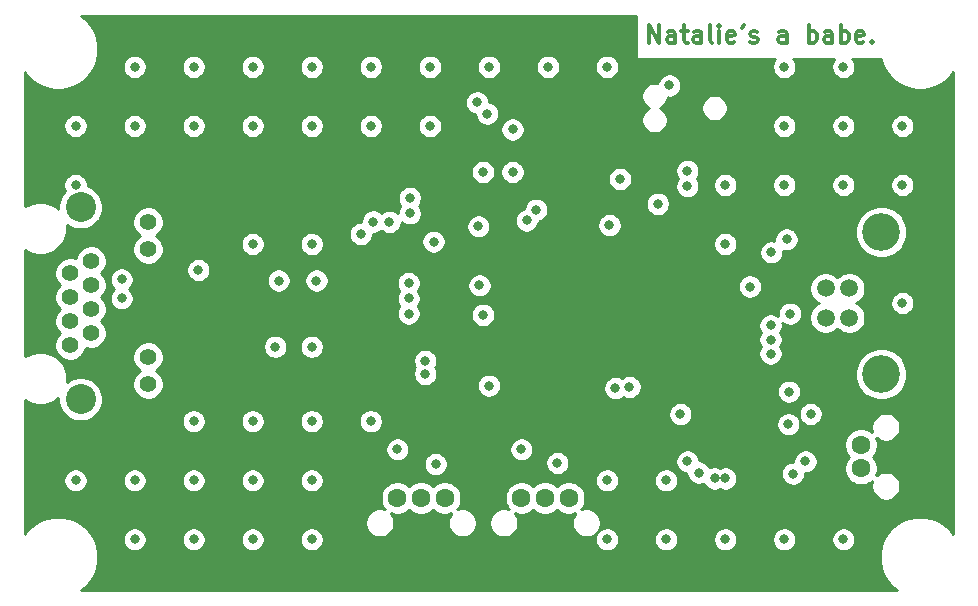
<source format=gbr>
G04 #@! TF.GenerationSoftware,KiCad,Pcbnew,5.0.1-33cea8e~68~ubuntu18.04.1*
G04 #@! TF.CreationDate,2018-11-11T23:32:46+00:00*
G04 #@! TF.ProjectId,comms,636F6D6D732E6B696361645F70636200,rev?*
G04 #@! TF.SameCoordinates,Original*
G04 #@! TF.FileFunction,Copper,L2,Inr,Plane*
G04 #@! TF.FilePolarity,Positive*
%FSLAX46Y46*%
G04 Gerber Fmt 4.6, Leading zero omitted, Abs format (unit mm)*
G04 Created by KiCad (PCBNEW 5.0.1-33cea8e~68~ubuntu18.04.1) date Sun 11 Nov 2018 23:32:46 GMT*
%MOMM*%
%LPD*%
G01*
G04 APERTURE LIST*
G04 #@! TA.AperFunction,NonConductor*
%ADD10C,0.320000*%
G04 #@! TD*
G04 #@! TA.AperFunction,ViaPad*
%ADD11C,2.540000*%
G04 #@! TD*
G04 #@! TA.AperFunction,ViaPad*
%ADD12C,1.400000*%
G04 #@! TD*
G04 #@! TA.AperFunction,ViaPad*
%ADD13C,1.600000*%
G04 #@! TD*
G04 #@! TA.AperFunction,ViaPad*
%ADD14C,1.500000*%
G04 #@! TD*
G04 #@! TA.AperFunction,ViaPad*
%ADD15C,3.200000*%
G04 #@! TD*
G04 #@! TA.AperFunction,ViaPad*
%ADD16C,0.800000*%
G04 #@! TD*
G04 #@! TA.AperFunction,Conductor*
%ADD17C,0.250000*%
G04 #@! TD*
G04 APERTURE END LIST*
D10*
X76821428Y-75178571D02*
X76821428Y-73678571D01*
X77678571Y-75178571D01*
X77678571Y-73678571D01*
X79035714Y-75178571D02*
X79035714Y-74392857D01*
X78964285Y-74250000D01*
X78821428Y-74178571D01*
X78535714Y-74178571D01*
X78392857Y-74250000D01*
X79035714Y-75107142D02*
X78892857Y-75178571D01*
X78535714Y-75178571D01*
X78392857Y-75107142D01*
X78321428Y-74964285D01*
X78321428Y-74821428D01*
X78392857Y-74678571D01*
X78535714Y-74607142D01*
X78892857Y-74607142D01*
X79035714Y-74535714D01*
X79535714Y-74178571D02*
X80107142Y-74178571D01*
X79750000Y-73678571D02*
X79750000Y-74964285D01*
X79821428Y-75107142D01*
X79964285Y-75178571D01*
X80107142Y-75178571D01*
X81250000Y-75178571D02*
X81250000Y-74392857D01*
X81178571Y-74250000D01*
X81035714Y-74178571D01*
X80750000Y-74178571D01*
X80607142Y-74250000D01*
X81250000Y-75107142D02*
X81107142Y-75178571D01*
X80750000Y-75178571D01*
X80607142Y-75107142D01*
X80535714Y-74964285D01*
X80535714Y-74821428D01*
X80607142Y-74678571D01*
X80750000Y-74607142D01*
X81107142Y-74607142D01*
X81250000Y-74535714D01*
X82178571Y-75178571D02*
X82035714Y-75107142D01*
X81964285Y-74964285D01*
X81964285Y-73678571D01*
X82750000Y-75178571D02*
X82750000Y-74178571D01*
X82750000Y-73678571D02*
X82678571Y-73750000D01*
X82750000Y-73821428D01*
X82821428Y-73750000D01*
X82750000Y-73678571D01*
X82750000Y-73821428D01*
X84035714Y-75107142D02*
X83892857Y-75178571D01*
X83607142Y-75178571D01*
X83464285Y-75107142D01*
X83392857Y-74964285D01*
X83392857Y-74392857D01*
X83464285Y-74250000D01*
X83607142Y-74178571D01*
X83892857Y-74178571D01*
X84035714Y-74250000D01*
X84107142Y-74392857D01*
X84107142Y-74535714D01*
X83392857Y-74678571D01*
X84821428Y-73678571D02*
X84678571Y-73964285D01*
X85392857Y-75107142D02*
X85535714Y-75178571D01*
X85821428Y-75178571D01*
X85964285Y-75107142D01*
X86035714Y-74964285D01*
X86035714Y-74892857D01*
X85964285Y-74750000D01*
X85821428Y-74678571D01*
X85607142Y-74678571D01*
X85464285Y-74607142D01*
X85392857Y-74464285D01*
X85392857Y-74392857D01*
X85464285Y-74250000D01*
X85607142Y-74178571D01*
X85821428Y-74178571D01*
X85964285Y-74250000D01*
X88464285Y-75178571D02*
X88464285Y-74392857D01*
X88392857Y-74250000D01*
X88250000Y-74178571D01*
X87964285Y-74178571D01*
X87821428Y-74250000D01*
X88464285Y-75107142D02*
X88321428Y-75178571D01*
X87964285Y-75178571D01*
X87821428Y-75107142D01*
X87750000Y-74964285D01*
X87750000Y-74821428D01*
X87821428Y-74678571D01*
X87964285Y-74607142D01*
X88321428Y-74607142D01*
X88464285Y-74535714D01*
X90321428Y-75178571D02*
X90321428Y-73678571D01*
X90321428Y-74250000D02*
X90464285Y-74178571D01*
X90750000Y-74178571D01*
X90892857Y-74250000D01*
X90964285Y-74321428D01*
X91035714Y-74464285D01*
X91035714Y-74892857D01*
X90964285Y-75035714D01*
X90892857Y-75107142D01*
X90750000Y-75178571D01*
X90464285Y-75178571D01*
X90321428Y-75107142D01*
X92321428Y-75178571D02*
X92321428Y-74392857D01*
X92250000Y-74250000D01*
X92107142Y-74178571D01*
X91821428Y-74178571D01*
X91678571Y-74250000D01*
X92321428Y-75107142D02*
X92178571Y-75178571D01*
X91821428Y-75178571D01*
X91678571Y-75107142D01*
X91607142Y-74964285D01*
X91607142Y-74821428D01*
X91678571Y-74678571D01*
X91821428Y-74607142D01*
X92178571Y-74607142D01*
X92321428Y-74535714D01*
X93035714Y-75178571D02*
X93035714Y-73678571D01*
X93035714Y-74250000D02*
X93178571Y-74178571D01*
X93464285Y-74178571D01*
X93607142Y-74250000D01*
X93678571Y-74321428D01*
X93750000Y-74464285D01*
X93750000Y-74892857D01*
X93678571Y-75035714D01*
X93607142Y-75107142D01*
X93464285Y-75178571D01*
X93178571Y-75178571D01*
X93035714Y-75107142D01*
X94964285Y-75107142D02*
X94821428Y-75178571D01*
X94535714Y-75178571D01*
X94392857Y-75107142D01*
X94321428Y-74964285D01*
X94321428Y-74392857D01*
X94392857Y-74250000D01*
X94535714Y-74178571D01*
X94821428Y-74178571D01*
X94964285Y-74250000D01*
X95035714Y-74392857D01*
X95035714Y-74535714D01*
X94321428Y-74678571D01*
X95678571Y-75035714D02*
X95750000Y-75107142D01*
X95678571Y-75178571D01*
X95607142Y-75107142D01*
X95678571Y-75035714D01*
X95678571Y-75178571D01*
D11*
G04 #@! TO.N,GND*
G04 #@! TO.C,IC4*
X28687302Y-105344400D03*
X28687302Y-89088400D03*
D12*
G04 #@! TO.N,Net-(IC4-Pad10)*
X34402302Y-101788400D03*
G04 #@! TO.N,GND*
X34402302Y-92644400D03*
X34402302Y-104074400D03*
G04 #@! TO.N,Net-(IC4-Pad12)*
X34402302Y-90358400D03*
G04 #@! TO.N,/RS485_TX*
X27798302Y-100772400D03*
G04 #@! TO.N,/RS485_RX*
X27798302Y-98740400D03*
G04 #@! TO.N,Net-(IC4-Pad5)*
X27798302Y-96708400D03*
G04 #@! TO.N,Net-(IC4-Pad7)*
X27798302Y-94676400D03*
G04 #@! TO.N,/~RS485_TX*
X29576302Y-99756400D03*
G04 #@! TO.N,Net-(IC4-Pad4)*
X29576302Y-97724400D03*
G04 #@! TO.N,/~RS485_RX*
X29576302Y-95692400D03*
G04 #@! TO.N,Net-(IC4-Pad8)*
X29576302Y-93660400D03*
G04 #@! TD*
D13*
G04 #@! TO.N,/USART1_TX*
G04 #@! TO.C,J1*
X66008302Y-113716400D03*
G04 #@! TO.N,/USART1_RX*
X68008302Y-113716400D03*
G04 #@! TO.N,GND*
X70008302Y-113716400D03*
G04 #@! TD*
G04 #@! TO.N,GND*
G04 #@! TO.C,J2*
X59508302Y-113716400D03*
G04 #@! TO.N,/USART2_RX*
X57508302Y-113716400D03*
G04 #@! TO.N,/USART2_TX*
X55508302Y-113716400D03*
G04 #@! TD*
G04 #@! TO.N,GND*
G04 #@! TO.C,J3*
X94758302Y-109216400D03*
G04 #@! TO.N,5v*
X94758302Y-111216400D03*
G04 #@! TD*
D14*
G04 #@! TO.N,/OTG_HS_VBUS*
G04 #@! TO.C,P1*
X91758302Y-95966400D03*
G04 #@! TO.N,/OTG_HS_DM*
X91758302Y-98466400D03*
G04 #@! TO.N,/OTG_HS_DP*
X93758302Y-98466400D03*
G04 #@! TO.N,GND*
X93758302Y-95966400D03*
D15*
X96468302Y-91196400D03*
X96468302Y-103236400D03*
G04 #@! TD*
D16*
G04 #@! TO.N,GND*
X62358302Y-90716400D03*
X58568302Y-92016400D03*
X62758302Y-86116400D03*
X65258302Y-86116400D03*
X65258302Y-82516400D03*
X63108302Y-81166400D03*
X62258302Y-80216400D03*
X62458302Y-95716400D03*
X62758302Y-98216400D03*
X63258302Y-104216400D03*
X56558302Y-88316400D03*
X56558302Y-89616400D03*
X52408302Y-91366400D03*
X53458302Y-90316400D03*
X54833302Y-90341400D03*
X56458302Y-95516400D03*
X56458302Y-96816400D03*
X56458302Y-98116400D03*
X75158302Y-104316400D03*
X80058302Y-86016400D03*
X80058302Y-87316400D03*
X78528302Y-78786400D03*
X89008302Y-111666400D03*
X90058302Y-110616400D03*
X83258302Y-112066400D03*
X81008302Y-111566400D03*
X80058302Y-110616400D03*
X82358302Y-112066400D03*
X88458302Y-91816400D03*
X74358302Y-86716400D03*
X48653302Y-95311400D03*
X45463302Y-95311400D03*
X45158302Y-100916400D03*
X73958302Y-104416400D03*
X88658302Y-104716400D03*
X88608302Y-107466400D03*
X33258302Y-77216400D03*
X33258302Y-82216400D03*
X38258302Y-82216400D03*
X38258302Y-77216400D03*
X43258302Y-77216400D03*
X43258302Y-82216400D03*
X48258302Y-82216400D03*
X48258302Y-77216400D03*
X58258302Y-77216400D03*
X53258302Y-77216400D03*
X53258302Y-82216400D03*
X58258302Y-82216400D03*
X63258302Y-77216400D03*
X68258302Y-77216400D03*
X73258302Y-77216400D03*
X88258302Y-77216400D03*
X93258302Y-77216400D03*
X93258302Y-82216400D03*
X88258302Y-82216400D03*
X88258302Y-87216400D03*
X83258302Y-87216400D03*
X93258302Y-87216400D03*
X98258302Y-87216400D03*
X98258302Y-82216400D03*
X98258302Y-97216400D03*
X93258302Y-117216400D03*
X88258302Y-117216400D03*
X83258302Y-117216400D03*
X78258302Y-117216400D03*
X78258302Y-112216400D03*
X73258302Y-112216400D03*
X73258302Y-117216400D03*
X83258302Y-92216400D03*
X48258302Y-107216400D03*
X48258302Y-112216400D03*
X43258302Y-112216400D03*
X43258302Y-107216400D03*
X38258302Y-107216400D03*
X38258302Y-112216400D03*
X33258302Y-112216400D03*
X28258302Y-112216400D03*
X28258302Y-87216400D03*
X28258302Y-82216400D03*
X43258302Y-92216400D03*
X48258302Y-92216400D03*
X53258302Y-107216400D03*
X48258302Y-117216400D03*
X38258302Y-117216400D03*
X43258302Y-117216400D03*
X33258302Y-117216400D03*
X87100000Y-100300000D03*
X87100000Y-101500000D03*
X87158302Y-92916400D03*
X87100000Y-99100000D03*
X55500000Y-109600000D03*
X58750000Y-110850000D03*
X66000000Y-109600000D03*
X69050000Y-110750000D03*
G04 #@! TO.N,3v3*
X58408302Y-99166400D03*
X58358302Y-87316400D03*
X81068302Y-78826400D03*
X81008302Y-107466400D03*
X81008302Y-108316400D03*
X61408302Y-82066400D03*
X76108302Y-102466400D03*
X64208302Y-102366400D03*
X78208302Y-84966400D03*
G04 #@! TO.N,5v*
X85358302Y-95816400D03*
X48258302Y-100916400D03*
X79458302Y-106616400D03*
X90500000Y-106600000D03*
G04 #@! TO.N,/~RST*
X77558302Y-88816400D03*
X73458302Y-90616400D03*
G04 #@! TO.N,/USART2_TX*
X57858302Y-102116400D03*
G04 #@! TO.N,/USART2_RX*
X57858302Y-103216400D03*
G04 #@! TO.N,/OTG_HS_VBUS*
X88758302Y-98116400D03*
G04 #@! TO.N,/USART1_TX*
X66458302Y-90216400D03*
G04 #@! TO.N,/USART1_RX*
X67258312Y-89316410D03*
G04 #@! TO.N,/RS485_TX*
X32158302Y-95216400D03*
G04 #@! TO.N,/~RS485_TX*
X32158302Y-96816400D03*
G04 #@! TO.N,Net-(IC4-Pad10)*
X38658302Y-94416400D03*
G04 #@! TD*
D17*
G04 #@! TO.N,3v3*
G36*
X75679286Y-76535000D02*
X87490132Y-76535000D01*
X87462132Y-76563000D01*
X87349958Y-76730880D01*
X87272692Y-76917418D01*
X87233302Y-77115446D01*
X87233302Y-77317354D01*
X87272692Y-77515382D01*
X87349958Y-77701920D01*
X87462132Y-77869800D01*
X87604902Y-78012570D01*
X87772782Y-78124744D01*
X87959320Y-78202010D01*
X88157348Y-78241400D01*
X88359256Y-78241400D01*
X88557284Y-78202010D01*
X88743822Y-78124744D01*
X88911702Y-78012570D01*
X89054472Y-77869800D01*
X89166646Y-77701920D01*
X89243912Y-77515382D01*
X89283302Y-77317354D01*
X89283302Y-77115446D01*
X89243912Y-76917418D01*
X89166646Y-76730880D01*
X89054472Y-76563000D01*
X89026472Y-76535000D01*
X92490132Y-76535000D01*
X92462132Y-76563000D01*
X92349958Y-76730880D01*
X92272692Y-76917418D01*
X92233302Y-77115446D01*
X92233302Y-77317354D01*
X92272692Y-77515382D01*
X92349958Y-77701920D01*
X92462132Y-77869800D01*
X92604902Y-78012570D01*
X92772782Y-78124744D01*
X92959320Y-78202010D01*
X93157348Y-78241400D01*
X93359256Y-78241400D01*
X93557284Y-78202010D01*
X93743822Y-78124744D01*
X93911702Y-78012570D01*
X94054472Y-77869800D01*
X94166646Y-77701920D01*
X94243912Y-77515382D01*
X94283302Y-77317354D01*
X94283302Y-77115446D01*
X94243912Y-76917418D01*
X94166646Y-76730880D01*
X94054472Y-76563000D01*
X94026472Y-76535000D01*
X96429032Y-76535000D01*
X96464923Y-76715436D01*
X96723106Y-77338746D01*
X97097931Y-77899710D01*
X97128539Y-77930318D01*
X97138577Y-77954552D01*
X97239807Y-78106053D01*
X97368649Y-78234895D01*
X97520150Y-78336125D01*
X97544384Y-78346163D01*
X97574992Y-78376771D01*
X98135956Y-78751596D01*
X98759266Y-79009779D01*
X99420969Y-79141400D01*
X100095635Y-79141400D01*
X100757338Y-79009779D01*
X101380648Y-78751596D01*
X101941612Y-78376771D01*
X101972220Y-78346163D01*
X101996454Y-78336125D01*
X102147955Y-78234895D01*
X102276797Y-78106053D01*
X102378027Y-77954552D01*
X102388065Y-77930318D01*
X102418673Y-77899710D01*
X102558303Y-77690739D01*
X102558302Y-116742059D01*
X102418673Y-116533090D01*
X102388065Y-116502482D01*
X102378027Y-116478248D01*
X102276797Y-116326747D01*
X102147955Y-116197905D01*
X101996454Y-116096675D01*
X101972220Y-116086637D01*
X101941612Y-116056029D01*
X101380648Y-115681204D01*
X100757338Y-115423021D01*
X100095635Y-115291400D01*
X99420969Y-115291400D01*
X98759266Y-115423021D01*
X98135956Y-115681204D01*
X97574992Y-116056029D01*
X97544384Y-116086637D01*
X97520150Y-116096675D01*
X97368649Y-116197905D01*
X97239807Y-116326747D01*
X97138577Y-116478248D01*
X97128539Y-116502482D01*
X97097931Y-116533090D01*
X96723106Y-117094054D01*
X96464923Y-117717364D01*
X96333302Y-118379067D01*
X96333302Y-119053733D01*
X96464923Y-119715436D01*
X96723106Y-120338746D01*
X97097931Y-120899710D01*
X97128539Y-120930318D01*
X97138577Y-120954552D01*
X97239807Y-121106053D01*
X97368649Y-121234895D01*
X97520150Y-121336125D01*
X97544384Y-121346163D01*
X97574992Y-121376771D01*
X97783961Y-121516400D01*
X28732643Y-121516400D01*
X28941612Y-121376771D01*
X28972220Y-121346163D01*
X28996454Y-121336125D01*
X29147955Y-121234895D01*
X29276797Y-121106053D01*
X29378027Y-120954552D01*
X29388065Y-120930318D01*
X29418673Y-120899710D01*
X29793498Y-120338746D01*
X30051681Y-119715436D01*
X30183302Y-119053733D01*
X30183302Y-118379067D01*
X30051681Y-117717364D01*
X29802359Y-117115446D01*
X32233302Y-117115446D01*
X32233302Y-117317354D01*
X32272692Y-117515382D01*
X32349958Y-117701920D01*
X32462132Y-117869800D01*
X32604902Y-118012570D01*
X32772782Y-118124744D01*
X32959320Y-118202010D01*
X33157348Y-118241400D01*
X33359256Y-118241400D01*
X33557284Y-118202010D01*
X33743822Y-118124744D01*
X33911702Y-118012570D01*
X34054472Y-117869800D01*
X34166646Y-117701920D01*
X34243912Y-117515382D01*
X34283302Y-117317354D01*
X34283302Y-117115446D01*
X37233302Y-117115446D01*
X37233302Y-117317354D01*
X37272692Y-117515382D01*
X37349958Y-117701920D01*
X37462132Y-117869800D01*
X37604902Y-118012570D01*
X37772782Y-118124744D01*
X37959320Y-118202010D01*
X38157348Y-118241400D01*
X38359256Y-118241400D01*
X38557284Y-118202010D01*
X38743822Y-118124744D01*
X38911702Y-118012570D01*
X39054472Y-117869800D01*
X39166646Y-117701920D01*
X39243912Y-117515382D01*
X39283302Y-117317354D01*
X39283302Y-117115446D01*
X42233302Y-117115446D01*
X42233302Y-117317354D01*
X42272692Y-117515382D01*
X42349958Y-117701920D01*
X42462132Y-117869800D01*
X42604902Y-118012570D01*
X42772782Y-118124744D01*
X42959320Y-118202010D01*
X43157348Y-118241400D01*
X43359256Y-118241400D01*
X43557284Y-118202010D01*
X43743822Y-118124744D01*
X43911702Y-118012570D01*
X44054472Y-117869800D01*
X44166646Y-117701920D01*
X44243912Y-117515382D01*
X44283302Y-117317354D01*
X44283302Y-117115446D01*
X47233302Y-117115446D01*
X47233302Y-117317354D01*
X47272692Y-117515382D01*
X47349958Y-117701920D01*
X47462132Y-117869800D01*
X47604902Y-118012570D01*
X47772782Y-118124744D01*
X47959320Y-118202010D01*
X48157348Y-118241400D01*
X48359256Y-118241400D01*
X48557284Y-118202010D01*
X48743822Y-118124744D01*
X48911702Y-118012570D01*
X49054472Y-117869800D01*
X49166646Y-117701920D01*
X49243912Y-117515382D01*
X49283302Y-117317354D01*
X49283302Y-117115446D01*
X49243912Y-116917418D01*
X49166646Y-116730880D01*
X49054472Y-116563000D01*
X48911702Y-116420230D01*
X48743822Y-116308056D01*
X48557284Y-116230790D01*
X48359256Y-116191400D01*
X48157348Y-116191400D01*
X47959320Y-116230790D01*
X47772782Y-116308056D01*
X47604902Y-116420230D01*
X47462132Y-116563000D01*
X47349958Y-116730880D01*
X47272692Y-116917418D01*
X47233302Y-117115446D01*
X44283302Y-117115446D01*
X44243912Y-116917418D01*
X44166646Y-116730880D01*
X44054472Y-116563000D01*
X43911702Y-116420230D01*
X43743822Y-116308056D01*
X43557284Y-116230790D01*
X43359256Y-116191400D01*
X43157348Y-116191400D01*
X42959320Y-116230790D01*
X42772782Y-116308056D01*
X42604902Y-116420230D01*
X42462132Y-116563000D01*
X42349958Y-116730880D01*
X42272692Y-116917418D01*
X42233302Y-117115446D01*
X39283302Y-117115446D01*
X39243912Y-116917418D01*
X39166646Y-116730880D01*
X39054472Y-116563000D01*
X38911702Y-116420230D01*
X38743822Y-116308056D01*
X38557284Y-116230790D01*
X38359256Y-116191400D01*
X38157348Y-116191400D01*
X37959320Y-116230790D01*
X37772782Y-116308056D01*
X37604902Y-116420230D01*
X37462132Y-116563000D01*
X37349958Y-116730880D01*
X37272692Y-116917418D01*
X37233302Y-117115446D01*
X34283302Y-117115446D01*
X34243912Y-116917418D01*
X34166646Y-116730880D01*
X34054472Y-116563000D01*
X33911702Y-116420230D01*
X33743822Y-116308056D01*
X33557284Y-116230790D01*
X33359256Y-116191400D01*
X33157348Y-116191400D01*
X32959320Y-116230790D01*
X32772782Y-116308056D01*
X32604902Y-116420230D01*
X32462132Y-116563000D01*
X32349958Y-116730880D01*
X32272692Y-116917418D01*
X32233302Y-117115446D01*
X29802359Y-117115446D01*
X29793498Y-117094054D01*
X29418673Y-116533090D01*
X29388065Y-116502482D01*
X29378027Y-116478248D01*
X29276797Y-116326747D01*
X29147955Y-116197905D01*
X28996454Y-116096675D01*
X28972220Y-116086637D01*
X28941612Y-116056029D01*
X28402415Y-115695748D01*
X52783302Y-115695748D01*
X52783302Y-115937052D01*
X52830378Y-116173719D01*
X52922721Y-116396655D01*
X53056783Y-116597292D01*
X53227410Y-116767919D01*
X53428047Y-116901981D01*
X53650983Y-116994324D01*
X53887650Y-117041400D01*
X54128954Y-117041400D01*
X54365621Y-116994324D01*
X54588557Y-116901981D01*
X54789194Y-116767919D01*
X54959821Y-116597292D01*
X55093883Y-116396655D01*
X55186226Y-116173719D01*
X55233302Y-115937052D01*
X55233302Y-115695748D01*
X55186226Y-115459081D01*
X55093883Y-115236145D01*
X54959821Y-115035508D01*
X54953185Y-115028872D01*
X55092645Y-115086638D01*
X55367952Y-115141400D01*
X55648652Y-115141400D01*
X55923959Y-115086638D01*
X56183293Y-114979219D01*
X56416687Y-114823270D01*
X56508302Y-114731655D01*
X56599917Y-114823270D01*
X56833311Y-114979219D01*
X57092645Y-115086638D01*
X57367952Y-115141400D01*
X57648652Y-115141400D01*
X57923959Y-115086638D01*
X58183293Y-114979219D01*
X58416687Y-114823270D01*
X58508302Y-114731655D01*
X58599917Y-114823270D01*
X58833311Y-114979219D01*
X59092645Y-115086638D01*
X59367952Y-115141400D01*
X59648652Y-115141400D01*
X59923959Y-115086638D01*
X60063419Y-115028872D01*
X60056783Y-115035508D01*
X59922721Y-115236145D01*
X59830378Y-115459081D01*
X59783302Y-115695748D01*
X59783302Y-115937052D01*
X59830378Y-116173719D01*
X59922721Y-116396655D01*
X60056783Y-116597292D01*
X60227410Y-116767919D01*
X60428047Y-116901981D01*
X60650983Y-116994324D01*
X60887650Y-117041400D01*
X61128954Y-117041400D01*
X61365621Y-116994324D01*
X61588557Y-116901981D01*
X61789194Y-116767919D01*
X61959821Y-116597292D01*
X62093883Y-116396655D01*
X62186226Y-116173719D01*
X62233302Y-115937052D01*
X62233302Y-115695748D01*
X63283302Y-115695748D01*
X63283302Y-115937052D01*
X63330378Y-116173719D01*
X63422721Y-116396655D01*
X63556783Y-116597292D01*
X63727410Y-116767919D01*
X63928047Y-116901981D01*
X64150983Y-116994324D01*
X64387650Y-117041400D01*
X64628954Y-117041400D01*
X64865621Y-116994324D01*
X65088557Y-116901981D01*
X65289194Y-116767919D01*
X65459821Y-116597292D01*
X65593883Y-116396655D01*
X65686226Y-116173719D01*
X65733302Y-115937052D01*
X65733302Y-115695748D01*
X65686226Y-115459081D01*
X65593883Y-115236145D01*
X65459821Y-115035508D01*
X65453185Y-115028872D01*
X65592645Y-115086638D01*
X65867952Y-115141400D01*
X66148652Y-115141400D01*
X66423959Y-115086638D01*
X66683293Y-114979219D01*
X66916687Y-114823270D01*
X67008302Y-114731655D01*
X67099917Y-114823270D01*
X67333311Y-114979219D01*
X67592645Y-115086638D01*
X67867952Y-115141400D01*
X68148652Y-115141400D01*
X68423959Y-115086638D01*
X68683293Y-114979219D01*
X68916687Y-114823270D01*
X69008302Y-114731655D01*
X69099917Y-114823270D01*
X69333311Y-114979219D01*
X69592645Y-115086638D01*
X69867952Y-115141400D01*
X70148652Y-115141400D01*
X70423959Y-115086638D01*
X70563419Y-115028872D01*
X70556783Y-115035508D01*
X70422721Y-115236145D01*
X70330378Y-115459081D01*
X70283302Y-115695748D01*
X70283302Y-115937052D01*
X70330378Y-116173719D01*
X70422721Y-116396655D01*
X70556783Y-116597292D01*
X70727410Y-116767919D01*
X70928047Y-116901981D01*
X71150983Y-116994324D01*
X71387650Y-117041400D01*
X71628954Y-117041400D01*
X71865621Y-116994324D01*
X72088557Y-116901981D01*
X72289194Y-116767919D01*
X72397733Y-116659380D01*
X72349958Y-116730880D01*
X72272692Y-116917418D01*
X72233302Y-117115446D01*
X72233302Y-117317354D01*
X72272692Y-117515382D01*
X72349958Y-117701920D01*
X72462132Y-117869800D01*
X72604902Y-118012570D01*
X72772782Y-118124744D01*
X72959320Y-118202010D01*
X73157348Y-118241400D01*
X73359256Y-118241400D01*
X73557284Y-118202010D01*
X73743822Y-118124744D01*
X73911702Y-118012570D01*
X74054472Y-117869800D01*
X74166646Y-117701920D01*
X74243912Y-117515382D01*
X74283302Y-117317354D01*
X74283302Y-117115446D01*
X77233302Y-117115446D01*
X77233302Y-117317354D01*
X77272692Y-117515382D01*
X77349958Y-117701920D01*
X77462132Y-117869800D01*
X77604902Y-118012570D01*
X77772782Y-118124744D01*
X77959320Y-118202010D01*
X78157348Y-118241400D01*
X78359256Y-118241400D01*
X78557284Y-118202010D01*
X78743822Y-118124744D01*
X78911702Y-118012570D01*
X79054472Y-117869800D01*
X79166646Y-117701920D01*
X79243912Y-117515382D01*
X79283302Y-117317354D01*
X79283302Y-117115446D01*
X82233302Y-117115446D01*
X82233302Y-117317354D01*
X82272692Y-117515382D01*
X82349958Y-117701920D01*
X82462132Y-117869800D01*
X82604902Y-118012570D01*
X82772782Y-118124744D01*
X82959320Y-118202010D01*
X83157348Y-118241400D01*
X83359256Y-118241400D01*
X83557284Y-118202010D01*
X83743822Y-118124744D01*
X83911702Y-118012570D01*
X84054472Y-117869800D01*
X84166646Y-117701920D01*
X84243912Y-117515382D01*
X84283302Y-117317354D01*
X84283302Y-117115446D01*
X87233302Y-117115446D01*
X87233302Y-117317354D01*
X87272692Y-117515382D01*
X87349958Y-117701920D01*
X87462132Y-117869800D01*
X87604902Y-118012570D01*
X87772782Y-118124744D01*
X87959320Y-118202010D01*
X88157348Y-118241400D01*
X88359256Y-118241400D01*
X88557284Y-118202010D01*
X88743822Y-118124744D01*
X88911702Y-118012570D01*
X89054472Y-117869800D01*
X89166646Y-117701920D01*
X89243912Y-117515382D01*
X89283302Y-117317354D01*
X89283302Y-117115446D01*
X92233302Y-117115446D01*
X92233302Y-117317354D01*
X92272692Y-117515382D01*
X92349958Y-117701920D01*
X92462132Y-117869800D01*
X92604902Y-118012570D01*
X92772782Y-118124744D01*
X92959320Y-118202010D01*
X93157348Y-118241400D01*
X93359256Y-118241400D01*
X93557284Y-118202010D01*
X93743822Y-118124744D01*
X93911702Y-118012570D01*
X94054472Y-117869800D01*
X94166646Y-117701920D01*
X94243912Y-117515382D01*
X94283302Y-117317354D01*
X94283302Y-117115446D01*
X94243912Y-116917418D01*
X94166646Y-116730880D01*
X94054472Y-116563000D01*
X93911702Y-116420230D01*
X93743822Y-116308056D01*
X93557284Y-116230790D01*
X93359256Y-116191400D01*
X93157348Y-116191400D01*
X92959320Y-116230790D01*
X92772782Y-116308056D01*
X92604902Y-116420230D01*
X92462132Y-116563000D01*
X92349958Y-116730880D01*
X92272692Y-116917418D01*
X92233302Y-117115446D01*
X89283302Y-117115446D01*
X89243912Y-116917418D01*
X89166646Y-116730880D01*
X89054472Y-116563000D01*
X88911702Y-116420230D01*
X88743822Y-116308056D01*
X88557284Y-116230790D01*
X88359256Y-116191400D01*
X88157348Y-116191400D01*
X87959320Y-116230790D01*
X87772782Y-116308056D01*
X87604902Y-116420230D01*
X87462132Y-116563000D01*
X87349958Y-116730880D01*
X87272692Y-116917418D01*
X87233302Y-117115446D01*
X84283302Y-117115446D01*
X84243912Y-116917418D01*
X84166646Y-116730880D01*
X84054472Y-116563000D01*
X83911702Y-116420230D01*
X83743822Y-116308056D01*
X83557284Y-116230790D01*
X83359256Y-116191400D01*
X83157348Y-116191400D01*
X82959320Y-116230790D01*
X82772782Y-116308056D01*
X82604902Y-116420230D01*
X82462132Y-116563000D01*
X82349958Y-116730880D01*
X82272692Y-116917418D01*
X82233302Y-117115446D01*
X79283302Y-117115446D01*
X79243912Y-116917418D01*
X79166646Y-116730880D01*
X79054472Y-116563000D01*
X78911702Y-116420230D01*
X78743822Y-116308056D01*
X78557284Y-116230790D01*
X78359256Y-116191400D01*
X78157348Y-116191400D01*
X77959320Y-116230790D01*
X77772782Y-116308056D01*
X77604902Y-116420230D01*
X77462132Y-116563000D01*
X77349958Y-116730880D01*
X77272692Y-116917418D01*
X77233302Y-117115446D01*
X74283302Y-117115446D01*
X74243912Y-116917418D01*
X74166646Y-116730880D01*
X74054472Y-116563000D01*
X73911702Y-116420230D01*
X73743822Y-116308056D01*
X73557284Y-116230790D01*
X73359256Y-116191400D01*
X73157348Y-116191400D01*
X72959320Y-116230790D01*
X72772782Y-116308056D01*
X72604902Y-116420230D01*
X72524221Y-116500911D01*
X72593883Y-116396655D01*
X72686226Y-116173719D01*
X72733302Y-115937052D01*
X72733302Y-115695748D01*
X72686226Y-115459081D01*
X72593883Y-115236145D01*
X72459821Y-115035508D01*
X72289194Y-114864881D01*
X72088557Y-114730819D01*
X71865621Y-114638476D01*
X71628954Y-114591400D01*
X71387650Y-114591400D01*
X71150983Y-114638476D01*
X71066478Y-114673479D01*
X71115172Y-114624785D01*
X71271121Y-114391391D01*
X71378540Y-114132057D01*
X71433302Y-113856750D01*
X71433302Y-113576050D01*
X71378540Y-113300743D01*
X71271121Y-113041409D01*
X71115172Y-112808015D01*
X70916687Y-112609530D01*
X70683293Y-112453581D01*
X70423959Y-112346162D01*
X70148652Y-112291400D01*
X69867952Y-112291400D01*
X69592645Y-112346162D01*
X69333311Y-112453581D01*
X69099917Y-112609530D01*
X69008302Y-112701145D01*
X68916687Y-112609530D01*
X68683293Y-112453581D01*
X68423959Y-112346162D01*
X68148652Y-112291400D01*
X67867952Y-112291400D01*
X67592645Y-112346162D01*
X67333311Y-112453581D01*
X67099917Y-112609530D01*
X67008302Y-112701145D01*
X66916687Y-112609530D01*
X66683293Y-112453581D01*
X66423959Y-112346162D01*
X66148652Y-112291400D01*
X65867952Y-112291400D01*
X65592645Y-112346162D01*
X65333311Y-112453581D01*
X65099917Y-112609530D01*
X64901432Y-112808015D01*
X64745483Y-113041409D01*
X64638064Y-113300743D01*
X64583302Y-113576050D01*
X64583302Y-113856750D01*
X64638064Y-114132057D01*
X64745483Y-114391391D01*
X64901432Y-114624785D01*
X64950126Y-114673479D01*
X64865621Y-114638476D01*
X64628954Y-114591400D01*
X64387650Y-114591400D01*
X64150983Y-114638476D01*
X63928047Y-114730819D01*
X63727410Y-114864881D01*
X63556783Y-115035508D01*
X63422721Y-115236145D01*
X63330378Y-115459081D01*
X63283302Y-115695748D01*
X62233302Y-115695748D01*
X62186226Y-115459081D01*
X62093883Y-115236145D01*
X61959821Y-115035508D01*
X61789194Y-114864881D01*
X61588557Y-114730819D01*
X61365621Y-114638476D01*
X61128954Y-114591400D01*
X60887650Y-114591400D01*
X60650983Y-114638476D01*
X60566478Y-114673479D01*
X60615172Y-114624785D01*
X60771121Y-114391391D01*
X60878540Y-114132057D01*
X60933302Y-113856750D01*
X60933302Y-113576050D01*
X60878540Y-113300743D01*
X60771121Y-113041409D01*
X60615172Y-112808015D01*
X60416687Y-112609530D01*
X60183293Y-112453581D01*
X59923959Y-112346162D01*
X59648652Y-112291400D01*
X59367952Y-112291400D01*
X59092645Y-112346162D01*
X58833311Y-112453581D01*
X58599917Y-112609530D01*
X58508302Y-112701145D01*
X58416687Y-112609530D01*
X58183293Y-112453581D01*
X57923959Y-112346162D01*
X57648652Y-112291400D01*
X57367952Y-112291400D01*
X57092645Y-112346162D01*
X56833311Y-112453581D01*
X56599917Y-112609530D01*
X56508302Y-112701145D01*
X56416687Y-112609530D01*
X56183293Y-112453581D01*
X55923959Y-112346162D01*
X55648652Y-112291400D01*
X55367952Y-112291400D01*
X55092645Y-112346162D01*
X54833311Y-112453581D01*
X54599917Y-112609530D01*
X54401432Y-112808015D01*
X54245483Y-113041409D01*
X54138064Y-113300743D01*
X54083302Y-113576050D01*
X54083302Y-113856750D01*
X54138064Y-114132057D01*
X54245483Y-114391391D01*
X54401432Y-114624785D01*
X54450126Y-114673479D01*
X54365621Y-114638476D01*
X54128954Y-114591400D01*
X53887650Y-114591400D01*
X53650983Y-114638476D01*
X53428047Y-114730819D01*
X53227410Y-114864881D01*
X53056783Y-115035508D01*
X52922721Y-115236145D01*
X52830378Y-115459081D01*
X52783302Y-115695748D01*
X28402415Y-115695748D01*
X28380648Y-115681204D01*
X27757338Y-115423021D01*
X27095635Y-115291400D01*
X26420969Y-115291400D01*
X25759266Y-115423021D01*
X25135956Y-115681204D01*
X24574992Y-116056029D01*
X24544384Y-116086637D01*
X24520150Y-116096675D01*
X24368649Y-116197905D01*
X24239807Y-116326747D01*
X24138577Y-116478248D01*
X24128539Y-116502482D01*
X24097931Y-116533090D01*
X23958302Y-116742059D01*
X23958302Y-112115446D01*
X27233302Y-112115446D01*
X27233302Y-112317354D01*
X27272692Y-112515382D01*
X27349958Y-112701920D01*
X27462132Y-112869800D01*
X27604902Y-113012570D01*
X27772782Y-113124744D01*
X27959320Y-113202010D01*
X28157348Y-113241400D01*
X28359256Y-113241400D01*
X28557284Y-113202010D01*
X28743822Y-113124744D01*
X28911702Y-113012570D01*
X29054472Y-112869800D01*
X29166646Y-112701920D01*
X29243912Y-112515382D01*
X29283302Y-112317354D01*
X29283302Y-112115446D01*
X32233302Y-112115446D01*
X32233302Y-112317354D01*
X32272692Y-112515382D01*
X32349958Y-112701920D01*
X32462132Y-112869800D01*
X32604902Y-113012570D01*
X32772782Y-113124744D01*
X32959320Y-113202010D01*
X33157348Y-113241400D01*
X33359256Y-113241400D01*
X33557284Y-113202010D01*
X33743822Y-113124744D01*
X33911702Y-113012570D01*
X34054472Y-112869800D01*
X34166646Y-112701920D01*
X34243912Y-112515382D01*
X34283302Y-112317354D01*
X34283302Y-112115446D01*
X37233302Y-112115446D01*
X37233302Y-112317354D01*
X37272692Y-112515382D01*
X37349958Y-112701920D01*
X37462132Y-112869800D01*
X37604902Y-113012570D01*
X37772782Y-113124744D01*
X37959320Y-113202010D01*
X38157348Y-113241400D01*
X38359256Y-113241400D01*
X38557284Y-113202010D01*
X38743822Y-113124744D01*
X38911702Y-113012570D01*
X39054472Y-112869800D01*
X39166646Y-112701920D01*
X39243912Y-112515382D01*
X39283302Y-112317354D01*
X39283302Y-112115446D01*
X42233302Y-112115446D01*
X42233302Y-112317354D01*
X42272692Y-112515382D01*
X42349958Y-112701920D01*
X42462132Y-112869800D01*
X42604902Y-113012570D01*
X42772782Y-113124744D01*
X42959320Y-113202010D01*
X43157348Y-113241400D01*
X43359256Y-113241400D01*
X43557284Y-113202010D01*
X43743822Y-113124744D01*
X43911702Y-113012570D01*
X44054472Y-112869800D01*
X44166646Y-112701920D01*
X44243912Y-112515382D01*
X44283302Y-112317354D01*
X44283302Y-112115446D01*
X47233302Y-112115446D01*
X47233302Y-112317354D01*
X47272692Y-112515382D01*
X47349958Y-112701920D01*
X47462132Y-112869800D01*
X47604902Y-113012570D01*
X47772782Y-113124744D01*
X47959320Y-113202010D01*
X48157348Y-113241400D01*
X48359256Y-113241400D01*
X48557284Y-113202010D01*
X48743822Y-113124744D01*
X48911702Y-113012570D01*
X49054472Y-112869800D01*
X49166646Y-112701920D01*
X49243912Y-112515382D01*
X49283302Y-112317354D01*
X49283302Y-112115446D01*
X72233302Y-112115446D01*
X72233302Y-112317354D01*
X72272692Y-112515382D01*
X72349958Y-112701920D01*
X72462132Y-112869800D01*
X72604902Y-113012570D01*
X72772782Y-113124744D01*
X72959320Y-113202010D01*
X73157348Y-113241400D01*
X73359256Y-113241400D01*
X73557284Y-113202010D01*
X73743822Y-113124744D01*
X73911702Y-113012570D01*
X74054472Y-112869800D01*
X74166646Y-112701920D01*
X74243912Y-112515382D01*
X74283302Y-112317354D01*
X74283302Y-112115446D01*
X77233302Y-112115446D01*
X77233302Y-112317354D01*
X77272692Y-112515382D01*
X77349958Y-112701920D01*
X77462132Y-112869800D01*
X77604902Y-113012570D01*
X77772782Y-113124744D01*
X77959320Y-113202010D01*
X78157348Y-113241400D01*
X78359256Y-113241400D01*
X78557284Y-113202010D01*
X78743822Y-113124744D01*
X78911702Y-113012570D01*
X79054472Y-112869800D01*
X79166646Y-112701920D01*
X79243912Y-112515382D01*
X79283302Y-112317354D01*
X79283302Y-112115446D01*
X79243912Y-111917418D01*
X79166646Y-111730880D01*
X79054472Y-111563000D01*
X78911702Y-111420230D01*
X78743822Y-111308056D01*
X78557284Y-111230790D01*
X78359256Y-111191400D01*
X78157348Y-111191400D01*
X77959320Y-111230790D01*
X77772782Y-111308056D01*
X77604902Y-111420230D01*
X77462132Y-111563000D01*
X77349958Y-111730880D01*
X77272692Y-111917418D01*
X77233302Y-112115446D01*
X74283302Y-112115446D01*
X74243912Y-111917418D01*
X74166646Y-111730880D01*
X74054472Y-111563000D01*
X73911702Y-111420230D01*
X73743822Y-111308056D01*
X73557284Y-111230790D01*
X73359256Y-111191400D01*
X73157348Y-111191400D01*
X72959320Y-111230790D01*
X72772782Y-111308056D01*
X72604902Y-111420230D01*
X72462132Y-111563000D01*
X72349958Y-111730880D01*
X72272692Y-111917418D01*
X72233302Y-112115446D01*
X49283302Y-112115446D01*
X49243912Y-111917418D01*
X49166646Y-111730880D01*
X49054472Y-111563000D01*
X48911702Y-111420230D01*
X48743822Y-111308056D01*
X48557284Y-111230790D01*
X48359256Y-111191400D01*
X48157348Y-111191400D01*
X47959320Y-111230790D01*
X47772782Y-111308056D01*
X47604902Y-111420230D01*
X47462132Y-111563000D01*
X47349958Y-111730880D01*
X47272692Y-111917418D01*
X47233302Y-112115446D01*
X44283302Y-112115446D01*
X44243912Y-111917418D01*
X44166646Y-111730880D01*
X44054472Y-111563000D01*
X43911702Y-111420230D01*
X43743822Y-111308056D01*
X43557284Y-111230790D01*
X43359256Y-111191400D01*
X43157348Y-111191400D01*
X42959320Y-111230790D01*
X42772782Y-111308056D01*
X42604902Y-111420230D01*
X42462132Y-111563000D01*
X42349958Y-111730880D01*
X42272692Y-111917418D01*
X42233302Y-112115446D01*
X39283302Y-112115446D01*
X39243912Y-111917418D01*
X39166646Y-111730880D01*
X39054472Y-111563000D01*
X38911702Y-111420230D01*
X38743822Y-111308056D01*
X38557284Y-111230790D01*
X38359256Y-111191400D01*
X38157348Y-111191400D01*
X37959320Y-111230790D01*
X37772782Y-111308056D01*
X37604902Y-111420230D01*
X37462132Y-111563000D01*
X37349958Y-111730880D01*
X37272692Y-111917418D01*
X37233302Y-112115446D01*
X34283302Y-112115446D01*
X34243912Y-111917418D01*
X34166646Y-111730880D01*
X34054472Y-111563000D01*
X33911702Y-111420230D01*
X33743822Y-111308056D01*
X33557284Y-111230790D01*
X33359256Y-111191400D01*
X33157348Y-111191400D01*
X32959320Y-111230790D01*
X32772782Y-111308056D01*
X32604902Y-111420230D01*
X32462132Y-111563000D01*
X32349958Y-111730880D01*
X32272692Y-111917418D01*
X32233302Y-112115446D01*
X29283302Y-112115446D01*
X29243912Y-111917418D01*
X29166646Y-111730880D01*
X29054472Y-111563000D01*
X28911702Y-111420230D01*
X28743822Y-111308056D01*
X28557284Y-111230790D01*
X28359256Y-111191400D01*
X28157348Y-111191400D01*
X27959320Y-111230790D01*
X27772782Y-111308056D01*
X27604902Y-111420230D01*
X27462132Y-111563000D01*
X27349958Y-111730880D01*
X27272692Y-111917418D01*
X27233302Y-112115446D01*
X23958302Y-112115446D01*
X23958302Y-110749046D01*
X57725000Y-110749046D01*
X57725000Y-110950954D01*
X57764390Y-111148982D01*
X57841656Y-111335520D01*
X57953830Y-111503400D01*
X58096600Y-111646170D01*
X58264480Y-111758344D01*
X58451018Y-111835610D01*
X58649046Y-111875000D01*
X58850954Y-111875000D01*
X59048982Y-111835610D01*
X59235520Y-111758344D01*
X59403400Y-111646170D01*
X59546170Y-111503400D01*
X59658344Y-111335520D01*
X59735610Y-111148982D01*
X59775000Y-110950954D01*
X59775000Y-110749046D01*
X59755109Y-110649046D01*
X68025000Y-110649046D01*
X68025000Y-110850954D01*
X68064390Y-111048982D01*
X68141656Y-111235520D01*
X68253830Y-111403400D01*
X68396600Y-111546170D01*
X68564480Y-111658344D01*
X68751018Y-111735610D01*
X68949046Y-111775000D01*
X69150954Y-111775000D01*
X69348982Y-111735610D01*
X69535520Y-111658344D01*
X69703400Y-111546170D01*
X69846170Y-111403400D01*
X69958344Y-111235520D01*
X70035610Y-111048982D01*
X70075000Y-110850954D01*
X70075000Y-110649046D01*
X70048426Y-110515446D01*
X79033302Y-110515446D01*
X79033302Y-110717354D01*
X79072692Y-110915382D01*
X79149958Y-111101920D01*
X79262132Y-111269800D01*
X79404902Y-111412570D01*
X79572782Y-111524744D01*
X79759320Y-111602010D01*
X79957348Y-111641400D01*
X79983302Y-111641400D01*
X79983302Y-111667354D01*
X80022692Y-111865382D01*
X80099958Y-112051920D01*
X80212132Y-112219800D01*
X80354902Y-112362570D01*
X80522782Y-112474744D01*
X80709320Y-112552010D01*
X80907348Y-112591400D01*
X81109256Y-112591400D01*
X81307284Y-112552010D01*
X81429096Y-112501554D01*
X81449958Y-112551920D01*
X81562132Y-112719800D01*
X81704902Y-112862570D01*
X81872782Y-112974744D01*
X82059320Y-113052010D01*
X82257348Y-113091400D01*
X82459256Y-113091400D01*
X82657284Y-113052010D01*
X82808302Y-112989457D01*
X82959320Y-113052010D01*
X83157348Y-113091400D01*
X83359256Y-113091400D01*
X83557284Y-113052010D01*
X83743822Y-112974744D01*
X83911702Y-112862570D01*
X84054472Y-112719800D01*
X84166646Y-112551920D01*
X84243912Y-112365382D01*
X84283302Y-112167354D01*
X84283302Y-111965446D01*
X84243912Y-111767418D01*
X84166646Y-111580880D01*
X84156334Y-111565446D01*
X87983302Y-111565446D01*
X87983302Y-111767354D01*
X88022692Y-111965382D01*
X88099958Y-112151920D01*
X88212132Y-112319800D01*
X88354902Y-112462570D01*
X88522782Y-112574744D01*
X88709320Y-112652010D01*
X88907348Y-112691400D01*
X89109256Y-112691400D01*
X89307284Y-112652010D01*
X89493822Y-112574744D01*
X89661702Y-112462570D01*
X89804472Y-112319800D01*
X89916646Y-112151920D01*
X89993912Y-111965382D01*
X90033302Y-111767354D01*
X90033302Y-111641400D01*
X90159256Y-111641400D01*
X90357284Y-111602010D01*
X90543822Y-111524744D01*
X90711702Y-111412570D01*
X90854472Y-111269800D01*
X90966646Y-111101920D01*
X91043912Y-110915382D01*
X91083302Y-110717354D01*
X91083302Y-110515446D01*
X91043912Y-110317418D01*
X90966646Y-110130880D01*
X90854472Y-109963000D01*
X90711702Y-109820230D01*
X90543822Y-109708056D01*
X90357284Y-109630790D01*
X90159256Y-109591400D01*
X89957348Y-109591400D01*
X89759320Y-109630790D01*
X89572782Y-109708056D01*
X89404902Y-109820230D01*
X89262132Y-109963000D01*
X89149958Y-110130880D01*
X89072692Y-110317418D01*
X89033302Y-110515446D01*
X89033302Y-110641400D01*
X88907348Y-110641400D01*
X88709320Y-110680790D01*
X88522782Y-110758056D01*
X88354902Y-110870230D01*
X88212132Y-111013000D01*
X88099958Y-111180880D01*
X88022692Y-111367418D01*
X87983302Y-111565446D01*
X84156334Y-111565446D01*
X84054472Y-111413000D01*
X83911702Y-111270230D01*
X83743822Y-111158056D01*
X83557284Y-111080790D01*
X83359256Y-111041400D01*
X83157348Y-111041400D01*
X82959320Y-111080790D01*
X82808302Y-111143343D01*
X82657284Y-111080790D01*
X82459256Y-111041400D01*
X82257348Y-111041400D01*
X82059320Y-111080790D01*
X81937508Y-111131246D01*
X81916646Y-111080880D01*
X81804472Y-110913000D01*
X81661702Y-110770230D01*
X81493822Y-110658056D01*
X81307284Y-110580790D01*
X81109256Y-110541400D01*
X81083302Y-110541400D01*
X81083302Y-110515446D01*
X81043912Y-110317418D01*
X80966646Y-110130880D01*
X80854472Y-109963000D01*
X80711702Y-109820230D01*
X80543822Y-109708056D01*
X80357284Y-109630790D01*
X80159256Y-109591400D01*
X79957348Y-109591400D01*
X79759320Y-109630790D01*
X79572782Y-109708056D01*
X79404902Y-109820230D01*
X79262132Y-109963000D01*
X79149958Y-110130880D01*
X79072692Y-110317418D01*
X79033302Y-110515446D01*
X70048426Y-110515446D01*
X70035610Y-110451018D01*
X69958344Y-110264480D01*
X69846170Y-110096600D01*
X69703400Y-109953830D01*
X69535520Y-109841656D01*
X69348982Y-109764390D01*
X69150954Y-109725000D01*
X68949046Y-109725000D01*
X68751018Y-109764390D01*
X68564480Y-109841656D01*
X68396600Y-109953830D01*
X68253830Y-110096600D01*
X68141656Y-110264480D01*
X68064390Y-110451018D01*
X68025000Y-110649046D01*
X59755109Y-110649046D01*
X59735610Y-110551018D01*
X59658344Y-110364480D01*
X59546170Y-110196600D01*
X59403400Y-110053830D01*
X59235520Y-109941656D01*
X59048982Y-109864390D01*
X58850954Y-109825000D01*
X58649046Y-109825000D01*
X58451018Y-109864390D01*
X58264480Y-109941656D01*
X58096600Y-110053830D01*
X57953830Y-110196600D01*
X57841656Y-110364480D01*
X57764390Y-110551018D01*
X57725000Y-110749046D01*
X23958302Y-110749046D01*
X23958302Y-109499046D01*
X54475000Y-109499046D01*
X54475000Y-109700954D01*
X54514390Y-109898982D01*
X54591656Y-110085520D01*
X54703830Y-110253400D01*
X54846600Y-110396170D01*
X55014480Y-110508344D01*
X55201018Y-110585610D01*
X55399046Y-110625000D01*
X55600954Y-110625000D01*
X55798982Y-110585610D01*
X55985520Y-110508344D01*
X56153400Y-110396170D01*
X56296170Y-110253400D01*
X56408344Y-110085520D01*
X56485610Y-109898982D01*
X56525000Y-109700954D01*
X56525000Y-109499046D01*
X64975000Y-109499046D01*
X64975000Y-109700954D01*
X65014390Y-109898982D01*
X65091656Y-110085520D01*
X65203830Y-110253400D01*
X65346600Y-110396170D01*
X65514480Y-110508344D01*
X65701018Y-110585610D01*
X65899046Y-110625000D01*
X66100954Y-110625000D01*
X66298982Y-110585610D01*
X66485520Y-110508344D01*
X66653400Y-110396170D01*
X66796170Y-110253400D01*
X66908344Y-110085520D01*
X66985610Y-109898982D01*
X67025000Y-109700954D01*
X67025000Y-109499046D01*
X66985610Y-109301018D01*
X66908344Y-109114480D01*
X66882666Y-109076050D01*
X93333302Y-109076050D01*
X93333302Y-109356750D01*
X93388064Y-109632057D01*
X93495483Y-109891391D01*
X93651432Y-110124785D01*
X93743047Y-110216400D01*
X93651432Y-110308015D01*
X93495483Y-110541409D01*
X93388064Y-110800743D01*
X93333302Y-111076050D01*
X93333302Y-111356750D01*
X93388064Y-111632057D01*
X93495483Y-111891391D01*
X93651432Y-112124785D01*
X93849917Y-112323270D01*
X94083311Y-112479219D01*
X94342645Y-112586638D01*
X94617952Y-112641400D01*
X94898652Y-112641400D01*
X95173959Y-112586638D01*
X95433293Y-112479219D01*
X95666687Y-112323270D01*
X95715381Y-112274576D01*
X95680378Y-112359081D01*
X95633302Y-112595748D01*
X95633302Y-112837052D01*
X95680378Y-113073719D01*
X95772721Y-113296655D01*
X95906783Y-113497292D01*
X96077410Y-113667919D01*
X96278047Y-113801981D01*
X96500983Y-113894324D01*
X96737650Y-113941400D01*
X96978954Y-113941400D01*
X97215621Y-113894324D01*
X97438557Y-113801981D01*
X97639194Y-113667919D01*
X97809821Y-113497292D01*
X97943883Y-113296655D01*
X98036226Y-113073719D01*
X98083302Y-112837052D01*
X98083302Y-112595748D01*
X98036226Y-112359081D01*
X97943883Y-112136145D01*
X97809821Y-111935508D01*
X97639194Y-111764881D01*
X97438557Y-111630819D01*
X97215621Y-111538476D01*
X96978954Y-111491400D01*
X96737650Y-111491400D01*
X96500983Y-111538476D01*
X96278047Y-111630819D01*
X96077410Y-111764881D01*
X96070774Y-111771517D01*
X96128540Y-111632057D01*
X96183302Y-111356750D01*
X96183302Y-111076050D01*
X96128540Y-110800743D01*
X96021121Y-110541409D01*
X95865172Y-110308015D01*
X95773557Y-110216400D01*
X95865172Y-110124785D01*
X96021121Y-109891391D01*
X96128540Y-109632057D01*
X96183302Y-109356750D01*
X96183302Y-109076050D01*
X96128540Y-108800743D01*
X96070774Y-108661283D01*
X96077410Y-108667919D01*
X96278047Y-108801981D01*
X96500983Y-108894324D01*
X96737650Y-108941400D01*
X96978954Y-108941400D01*
X97215621Y-108894324D01*
X97438557Y-108801981D01*
X97639194Y-108667919D01*
X97809821Y-108497292D01*
X97943883Y-108296655D01*
X98036226Y-108073719D01*
X98083302Y-107837052D01*
X98083302Y-107595748D01*
X98036226Y-107359081D01*
X97943883Y-107136145D01*
X97809821Y-106935508D01*
X97639194Y-106764881D01*
X97438557Y-106630819D01*
X97215621Y-106538476D01*
X96978954Y-106491400D01*
X96737650Y-106491400D01*
X96500983Y-106538476D01*
X96278047Y-106630819D01*
X96077410Y-106764881D01*
X95906783Y-106935508D01*
X95772721Y-107136145D01*
X95680378Y-107359081D01*
X95633302Y-107595748D01*
X95633302Y-107837052D01*
X95680378Y-108073719D01*
X95715381Y-108158224D01*
X95666687Y-108109530D01*
X95433293Y-107953581D01*
X95173959Y-107846162D01*
X94898652Y-107791400D01*
X94617952Y-107791400D01*
X94342645Y-107846162D01*
X94083311Y-107953581D01*
X93849917Y-108109530D01*
X93651432Y-108308015D01*
X93495483Y-108541409D01*
X93388064Y-108800743D01*
X93333302Y-109076050D01*
X66882666Y-109076050D01*
X66796170Y-108946600D01*
X66653400Y-108803830D01*
X66485520Y-108691656D01*
X66298982Y-108614390D01*
X66100954Y-108575000D01*
X65899046Y-108575000D01*
X65701018Y-108614390D01*
X65514480Y-108691656D01*
X65346600Y-108803830D01*
X65203830Y-108946600D01*
X65091656Y-109114480D01*
X65014390Y-109301018D01*
X64975000Y-109499046D01*
X56525000Y-109499046D01*
X56485610Y-109301018D01*
X56408344Y-109114480D01*
X56296170Y-108946600D01*
X56153400Y-108803830D01*
X55985520Y-108691656D01*
X55798982Y-108614390D01*
X55600954Y-108575000D01*
X55399046Y-108575000D01*
X55201018Y-108614390D01*
X55014480Y-108691656D01*
X54846600Y-108803830D01*
X54703830Y-108946600D01*
X54591656Y-109114480D01*
X54514390Y-109301018D01*
X54475000Y-109499046D01*
X23958302Y-109499046D01*
X23958302Y-105404541D01*
X24192243Y-105560856D01*
X24601826Y-105730511D01*
X25036637Y-105817000D01*
X25479967Y-105817000D01*
X25914778Y-105730511D01*
X26324361Y-105560856D01*
X26692976Y-105314555D01*
X26792302Y-105215229D01*
X26792302Y-105531041D01*
X26865126Y-105897151D01*
X27007975Y-106242019D01*
X27215359Y-106552392D01*
X27479310Y-106816343D01*
X27789683Y-107023727D01*
X28134551Y-107166576D01*
X28500661Y-107239400D01*
X28873943Y-107239400D01*
X29240053Y-107166576D01*
X29363491Y-107115446D01*
X37233302Y-107115446D01*
X37233302Y-107317354D01*
X37272692Y-107515382D01*
X37349958Y-107701920D01*
X37462132Y-107869800D01*
X37604902Y-108012570D01*
X37772782Y-108124744D01*
X37959320Y-108202010D01*
X38157348Y-108241400D01*
X38359256Y-108241400D01*
X38557284Y-108202010D01*
X38743822Y-108124744D01*
X38911702Y-108012570D01*
X39054472Y-107869800D01*
X39166646Y-107701920D01*
X39243912Y-107515382D01*
X39283302Y-107317354D01*
X39283302Y-107115446D01*
X42233302Y-107115446D01*
X42233302Y-107317354D01*
X42272692Y-107515382D01*
X42349958Y-107701920D01*
X42462132Y-107869800D01*
X42604902Y-108012570D01*
X42772782Y-108124744D01*
X42959320Y-108202010D01*
X43157348Y-108241400D01*
X43359256Y-108241400D01*
X43557284Y-108202010D01*
X43743822Y-108124744D01*
X43911702Y-108012570D01*
X44054472Y-107869800D01*
X44166646Y-107701920D01*
X44243912Y-107515382D01*
X44283302Y-107317354D01*
X44283302Y-107115446D01*
X47233302Y-107115446D01*
X47233302Y-107317354D01*
X47272692Y-107515382D01*
X47349958Y-107701920D01*
X47462132Y-107869800D01*
X47604902Y-108012570D01*
X47772782Y-108124744D01*
X47959320Y-108202010D01*
X48157348Y-108241400D01*
X48359256Y-108241400D01*
X48557284Y-108202010D01*
X48743822Y-108124744D01*
X48911702Y-108012570D01*
X49054472Y-107869800D01*
X49166646Y-107701920D01*
X49243912Y-107515382D01*
X49283302Y-107317354D01*
X49283302Y-107115446D01*
X52233302Y-107115446D01*
X52233302Y-107317354D01*
X52272692Y-107515382D01*
X52349958Y-107701920D01*
X52462132Y-107869800D01*
X52604902Y-108012570D01*
X52772782Y-108124744D01*
X52959320Y-108202010D01*
X53157348Y-108241400D01*
X53359256Y-108241400D01*
X53557284Y-108202010D01*
X53743822Y-108124744D01*
X53911702Y-108012570D01*
X54054472Y-107869800D01*
X54166646Y-107701920D01*
X54243912Y-107515382D01*
X54283302Y-107317354D01*
X54283302Y-107115446D01*
X54243912Y-106917418D01*
X54166646Y-106730880D01*
X54054472Y-106563000D01*
X54006918Y-106515446D01*
X78433302Y-106515446D01*
X78433302Y-106717354D01*
X78472692Y-106915382D01*
X78549958Y-107101920D01*
X78662132Y-107269800D01*
X78804902Y-107412570D01*
X78972782Y-107524744D01*
X79159320Y-107602010D01*
X79357348Y-107641400D01*
X79559256Y-107641400D01*
X79757284Y-107602010D01*
X79943822Y-107524744D01*
X80111702Y-107412570D01*
X80158826Y-107365446D01*
X87583302Y-107365446D01*
X87583302Y-107567354D01*
X87622692Y-107765382D01*
X87699958Y-107951920D01*
X87812132Y-108119800D01*
X87954902Y-108262570D01*
X88122782Y-108374744D01*
X88309320Y-108452010D01*
X88507348Y-108491400D01*
X88709256Y-108491400D01*
X88907284Y-108452010D01*
X89093822Y-108374744D01*
X89261702Y-108262570D01*
X89404472Y-108119800D01*
X89516646Y-107951920D01*
X89593912Y-107765382D01*
X89633302Y-107567354D01*
X89633302Y-107365446D01*
X89593912Y-107167418D01*
X89516646Y-106980880D01*
X89404472Y-106813000D01*
X89261702Y-106670230D01*
X89093822Y-106558056D01*
X88951359Y-106499046D01*
X89475000Y-106499046D01*
X89475000Y-106700954D01*
X89514390Y-106898982D01*
X89591656Y-107085520D01*
X89703830Y-107253400D01*
X89846600Y-107396170D01*
X90014480Y-107508344D01*
X90201018Y-107585610D01*
X90399046Y-107625000D01*
X90600954Y-107625000D01*
X90798982Y-107585610D01*
X90985520Y-107508344D01*
X91153400Y-107396170D01*
X91296170Y-107253400D01*
X91408344Y-107085520D01*
X91485610Y-106898982D01*
X91525000Y-106700954D01*
X91525000Y-106499046D01*
X91485610Y-106301018D01*
X91408344Y-106114480D01*
X91296170Y-105946600D01*
X91153400Y-105803830D01*
X90985520Y-105691656D01*
X90798982Y-105614390D01*
X90600954Y-105575000D01*
X90399046Y-105575000D01*
X90201018Y-105614390D01*
X90014480Y-105691656D01*
X89846600Y-105803830D01*
X89703830Y-105946600D01*
X89591656Y-106114480D01*
X89514390Y-106301018D01*
X89475000Y-106499046D01*
X88951359Y-106499046D01*
X88907284Y-106480790D01*
X88709256Y-106441400D01*
X88507348Y-106441400D01*
X88309320Y-106480790D01*
X88122782Y-106558056D01*
X87954902Y-106670230D01*
X87812132Y-106813000D01*
X87699958Y-106980880D01*
X87622692Y-107167418D01*
X87583302Y-107365446D01*
X80158826Y-107365446D01*
X80254472Y-107269800D01*
X80366646Y-107101920D01*
X80443912Y-106915382D01*
X80483302Y-106717354D01*
X80483302Y-106515446D01*
X80443912Y-106317418D01*
X80366646Y-106130880D01*
X80254472Y-105963000D01*
X80111702Y-105820230D01*
X79943822Y-105708056D01*
X79757284Y-105630790D01*
X79559256Y-105591400D01*
X79357348Y-105591400D01*
X79159320Y-105630790D01*
X78972782Y-105708056D01*
X78804902Y-105820230D01*
X78662132Y-105963000D01*
X78549958Y-106130880D01*
X78472692Y-106317418D01*
X78433302Y-106515446D01*
X54006918Y-106515446D01*
X53911702Y-106420230D01*
X53743822Y-106308056D01*
X53557284Y-106230790D01*
X53359256Y-106191400D01*
X53157348Y-106191400D01*
X52959320Y-106230790D01*
X52772782Y-106308056D01*
X52604902Y-106420230D01*
X52462132Y-106563000D01*
X52349958Y-106730880D01*
X52272692Y-106917418D01*
X52233302Y-107115446D01*
X49283302Y-107115446D01*
X49243912Y-106917418D01*
X49166646Y-106730880D01*
X49054472Y-106563000D01*
X48911702Y-106420230D01*
X48743822Y-106308056D01*
X48557284Y-106230790D01*
X48359256Y-106191400D01*
X48157348Y-106191400D01*
X47959320Y-106230790D01*
X47772782Y-106308056D01*
X47604902Y-106420230D01*
X47462132Y-106563000D01*
X47349958Y-106730880D01*
X47272692Y-106917418D01*
X47233302Y-107115446D01*
X44283302Y-107115446D01*
X44243912Y-106917418D01*
X44166646Y-106730880D01*
X44054472Y-106563000D01*
X43911702Y-106420230D01*
X43743822Y-106308056D01*
X43557284Y-106230790D01*
X43359256Y-106191400D01*
X43157348Y-106191400D01*
X42959320Y-106230790D01*
X42772782Y-106308056D01*
X42604902Y-106420230D01*
X42462132Y-106563000D01*
X42349958Y-106730880D01*
X42272692Y-106917418D01*
X42233302Y-107115446D01*
X39283302Y-107115446D01*
X39243912Y-106917418D01*
X39166646Y-106730880D01*
X39054472Y-106563000D01*
X38911702Y-106420230D01*
X38743822Y-106308056D01*
X38557284Y-106230790D01*
X38359256Y-106191400D01*
X38157348Y-106191400D01*
X37959320Y-106230790D01*
X37772782Y-106308056D01*
X37604902Y-106420230D01*
X37462132Y-106563000D01*
X37349958Y-106730880D01*
X37272692Y-106917418D01*
X37233302Y-107115446D01*
X29363491Y-107115446D01*
X29584921Y-107023727D01*
X29895294Y-106816343D01*
X30159245Y-106552392D01*
X30366629Y-106242019D01*
X30509478Y-105897151D01*
X30582302Y-105531041D01*
X30582302Y-105157759D01*
X30509478Y-104791649D01*
X30366629Y-104446781D01*
X30159245Y-104136408D01*
X29895294Y-103872457D01*
X29584921Y-103665073D01*
X29240053Y-103522224D01*
X28873943Y-103449400D01*
X28500661Y-103449400D01*
X28134551Y-103522224D01*
X27789683Y-103665073D01*
X27494078Y-103862589D01*
X27508902Y-103788065D01*
X27508902Y-103344735D01*
X27422413Y-102909924D01*
X27252758Y-102500341D01*
X27006457Y-102131726D01*
X26692976Y-101818245D01*
X26324361Y-101571944D01*
X25914778Y-101402289D01*
X25479967Y-101315800D01*
X25036637Y-101315800D01*
X24601826Y-101402289D01*
X24192243Y-101571944D01*
X23958302Y-101728259D01*
X23958302Y-94545899D01*
X26473302Y-94545899D01*
X26473302Y-94806901D01*
X26524221Y-95062888D01*
X26624102Y-95304023D01*
X26769107Y-95521038D01*
X26940469Y-95692400D01*
X26769107Y-95863762D01*
X26624102Y-96080777D01*
X26524221Y-96321912D01*
X26473302Y-96577899D01*
X26473302Y-96838901D01*
X26524221Y-97094888D01*
X26624102Y-97336023D01*
X26769107Y-97553038D01*
X26940469Y-97724400D01*
X26769107Y-97895762D01*
X26624102Y-98112777D01*
X26524221Y-98353912D01*
X26473302Y-98609899D01*
X26473302Y-98870901D01*
X26524221Y-99126888D01*
X26624102Y-99368023D01*
X26769107Y-99585038D01*
X26940469Y-99756400D01*
X26769107Y-99927762D01*
X26624102Y-100144777D01*
X26524221Y-100385912D01*
X26473302Y-100641899D01*
X26473302Y-100902901D01*
X26524221Y-101158888D01*
X26624102Y-101400023D01*
X26769107Y-101617038D01*
X26953664Y-101801595D01*
X27170679Y-101946600D01*
X27411814Y-102046481D01*
X27667801Y-102097400D01*
X27928803Y-102097400D01*
X28184790Y-102046481D01*
X28425925Y-101946600D01*
X28642940Y-101801595D01*
X28786636Y-101657899D01*
X33077302Y-101657899D01*
X33077302Y-101918901D01*
X33128221Y-102174888D01*
X33228102Y-102416023D01*
X33373107Y-102633038D01*
X33557664Y-102817595D01*
X33727985Y-102931400D01*
X33557664Y-103045205D01*
X33373107Y-103229762D01*
X33228102Y-103446777D01*
X33128221Y-103687912D01*
X33077302Y-103943899D01*
X33077302Y-104204901D01*
X33128221Y-104460888D01*
X33228102Y-104702023D01*
X33373107Y-104919038D01*
X33557664Y-105103595D01*
X33774679Y-105248600D01*
X34015814Y-105348481D01*
X34271801Y-105399400D01*
X34532803Y-105399400D01*
X34788790Y-105348481D01*
X35029925Y-105248600D01*
X35246940Y-105103595D01*
X35431497Y-104919038D01*
X35576502Y-104702023D01*
X35676383Y-104460888D01*
X35727302Y-104204901D01*
X35727302Y-103943899D01*
X35676383Y-103687912D01*
X35576502Y-103446777D01*
X35431497Y-103229762D01*
X35246940Y-103045205D01*
X35076619Y-102931400D01*
X35246940Y-102817595D01*
X35431497Y-102633038D01*
X35576502Y-102416023D01*
X35676383Y-102174888D01*
X35708097Y-102015446D01*
X56833302Y-102015446D01*
X56833302Y-102217354D01*
X56872692Y-102415382D01*
X56949958Y-102601920D01*
X56993042Y-102666400D01*
X56949958Y-102730880D01*
X56872692Y-102917418D01*
X56833302Y-103115446D01*
X56833302Y-103317354D01*
X56872692Y-103515382D01*
X56949958Y-103701920D01*
X57062132Y-103869800D01*
X57204902Y-104012570D01*
X57372782Y-104124744D01*
X57559320Y-104202010D01*
X57757348Y-104241400D01*
X57959256Y-104241400D01*
X58157284Y-104202010D01*
X58343822Y-104124744D01*
X58357737Y-104115446D01*
X62233302Y-104115446D01*
X62233302Y-104317354D01*
X62272692Y-104515382D01*
X62349958Y-104701920D01*
X62462132Y-104869800D01*
X62604902Y-105012570D01*
X62772782Y-105124744D01*
X62959320Y-105202010D01*
X63157348Y-105241400D01*
X63359256Y-105241400D01*
X63557284Y-105202010D01*
X63743822Y-105124744D01*
X63911702Y-105012570D01*
X64054472Y-104869800D01*
X64166646Y-104701920D01*
X64243912Y-104515382D01*
X64283302Y-104317354D01*
X64283302Y-104315446D01*
X72933302Y-104315446D01*
X72933302Y-104517354D01*
X72972692Y-104715382D01*
X73049958Y-104901920D01*
X73162132Y-105069800D01*
X73304902Y-105212570D01*
X73472782Y-105324744D01*
X73659320Y-105402010D01*
X73857348Y-105441400D01*
X74059256Y-105441400D01*
X74257284Y-105402010D01*
X74443822Y-105324744D01*
X74611702Y-105212570D01*
X74628869Y-105195403D01*
X74672782Y-105224744D01*
X74859320Y-105302010D01*
X75057348Y-105341400D01*
X75259256Y-105341400D01*
X75457284Y-105302010D01*
X75643822Y-105224744D01*
X75811702Y-105112570D01*
X75954472Y-104969800D01*
X76066646Y-104801920D01*
X76143885Y-104615446D01*
X87633302Y-104615446D01*
X87633302Y-104817354D01*
X87672692Y-105015382D01*
X87749958Y-105201920D01*
X87862132Y-105369800D01*
X88004902Y-105512570D01*
X88172782Y-105624744D01*
X88359320Y-105702010D01*
X88557348Y-105741400D01*
X88759256Y-105741400D01*
X88957284Y-105702010D01*
X89143822Y-105624744D01*
X89311702Y-105512570D01*
X89454472Y-105369800D01*
X89566646Y-105201920D01*
X89643912Y-105015382D01*
X89683302Y-104817354D01*
X89683302Y-104615446D01*
X89643912Y-104417418D01*
X89566646Y-104230880D01*
X89454472Y-104063000D01*
X89311702Y-103920230D01*
X89143822Y-103808056D01*
X88957284Y-103730790D01*
X88759256Y-103691400D01*
X88557348Y-103691400D01*
X88359320Y-103730790D01*
X88172782Y-103808056D01*
X88004902Y-103920230D01*
X87862132Y-104063000D01*
X87749958Y-104230880D01*
X87672692Y-104417418D01*
X87633302Y-104615446D01*
X76143885Y-104615446D01*
X76143912Y-104615382D01*
X76183302Y-104417354D01*
X76183302Y-104215446D01*
X76143912Y-104017418D01*
X76066646Y-103830880D01*
X75954472Y-103663000D01*
X75811702Y-103520230D01*
X75643822Y-103408056D01*
X75457284Y-103330790D01*
X75259256Y-103291400D01*
X75057348Y-103291400D01*
X74859320Y-103330790D01*
X74672782Y-103408056D01*
X74504902Y-103520230D01*
X74487735Y-103537397D01*
X74443822Y-103508056D01*
X74257284Y-103430790D01*
X74059256Y-103391400D01*
X73857348Y-103391400D01*
X73659320Y-103430790D01*
X73472782Y-103508056D01*
X73304902Y-103620230D01*
X73162132Y-103763000D01*
X73049958Y-103930880D01*
X72972692Y-104117418D01*
X72933302Y-104315446D01*
X64283302Y-104315446D01*
X64283302Y-104115446D01*
X64243912Y-103917418D01*
X64166646Y-103730880D01*
X64054472Y-103563000D01*
X63911702Y-103420230D01*
X63743822Y-103308056D01*
X63557284Y-103230790D01*
X63359256Y-103191400D01*
X63157348Y-103191400D01*
X62959320Y-103230790D01*
X62772782Y-103308056D01*
X62604902Y-103420230D01*
X62462132Y-103563000D01*
X62349958Y-103730880D01*
X62272692Y-103917418D01*
X62233302Y-104115446D01*
X58357737Y-104115446D01*
X58511702Y-104012570D01*
X58654472Y-103869800D01*
X58766646Y-103701920D01*
X58843912Y-103515382D01*
X58883302Y-103317354D01*
X58883302Y-103115446D01*
X58863772Y-103017257D01*
X94243302Y-103017257D01*
X94243302Y-103455543D01*
X94328807Y-103885409D01*
X94496532Y-104290333D01*
X94740032Y-104654755D01*
X95049947Y-104964670D01*
X95414369Y-105208170D01*
X95819293Y-105375895D01*
X96249159Y-105461400D01*
X96687445Y-105461400D01*
X97117311Y-105375895D01*
X97522235Y-105208170D01*
X97886657Y-104964670D01*
X98196572Y-104654755D01*
X98440072Y-104290333D01*
X98607797Y-103885409D01*
X98693302Y-103455543D01*
X98693302Y-103017257D01*
X98607797Y-102587391D01*
X98440072Y-102182467D01*
X98196572Y-101818045D01*
X97886657Y-101508130D01*
X97522235Y-101264630D01*
X97117311Y-101096905D01*
X96687445Y-101011400D01*
X96249159Y-101011400D01*
X95819293Y-101096905D01*
X95414369Y-101264630D01*
X95049947Y-101508130D01*
X94740032Y-101818045D01*
X94496532Y-102182467D01*
X94328807Y-102587391D01*
X94243302Y-103017257D01*
X58863772Y-103017257D01*
X58843912Y-102917418D01*
X58766646Y-102730880D01*
X58723562Y-102666400D01*
X58766646Y-102601920D01*
X58843912Y-102415382D01*
X58883302Y-102217354D01*
X58883302Y-102015446D01*
X58843912Y-101817418D01*
X58766646Y-101630880D01*
X58654472Y-101463000D01*
X58511702Y-101320230D01*
X58343822Y-101208056D01*
X58157284Y-101130790D01*
X57959256Y-101091400D01*
X57757348Y-101091400D01*
X57559320Y-101130790D01*
X57372782Y-101208056D01*
X57204902Y-101320230D01*
X57062132Y-101463000D01*
X56949958Y-101630880D01*
X56872692Y-101817418D01*
X56833302Y-102015446D01*
X35708097Y-102015446D01*
X35727302Y-101918901D01*
X35727302Y-101657899D01*
X35676383Y-101401912D01*
X35576502Y-101160777D01*
X35431497Y-100943762D01*
X35303181Y-100815446D01*
X44133302Y-100815446D01*
X44133302Y-101017354D01*
X44172692Y-101215382D01*
X44249958Y-101401920D01*
X44362132Y-101569800D01*
X44504902Y-101712570D01*
X44672782Y-101824744D01*
X44859320Y-101902010D01*
X45057348Y-101941400D01*
X45259256Y-101941400D01*
X45457284Y-101902010D01*
X45643822Y-101824744D01*
X45811702Y-101712570D01*
X45954472Y-101569800D01*
X46066646Y-101401920D01*
X46143912Y-101215382D01*
X46183302Y-101017354D01*
X46183302Y-100815446D01*
X47233302Y-100815446D01*
X47233302Y-101017354D01*
X47272692Y-101215382D01*
X47349958Y-101401920D01*
X47462132Y-101569800D01*
X47604902Y-101712570D01*
X47772782Y-101824744D01*
X47959320Y-101902010D01*
X48157348Y-101941400D01*
X48359256Y-101941400D01*
X48557284Y-101902010D01*
X48743822Y-101824744D01*
X48911702Y-101712570D01*
X49054472Y-101569800D01*
X49166646Y-101401920D01*
X49243912Y-101215382D01*
X49283302Y-101017354D01*
X49283302Y-100815446D01*
X49243912Y-100617418D01*
X49166646Y-100430880D01*
X49054472Y-100263000D01*
X48911702Y-100120230D01*
X48743822Y-100008056D01*
X48557284Y-99930790D01*
X48359256Y-99891400D01*
X48157348Y-99891400D01*
X47959320Y-99930790D01*
X47772782Y-100008056D01*
X47604902Y-100120230D01*
X47462132Y-100263000D01*
X47349958Y-100430880D01*
X47272692Y-100617418D01*
X47233302Y-100815446D01*
X46183302Y-100815446D01*
X46143912Y-100617418D01*
X46066646Y-100430880D01*
X45954472Y-100263000D01*
X45811702Y-100120230D01*
X45643822Y-100008056D01*
X45457284Y-99930790D01*
X45259256Y-99891400D01*
X45057348Y-99891400D01*
X44859320Y-99930790D01*
X44672782Y-100008056D01*
X44504902Y-100120230D01*
X44362132Y-100263000D01*
X44249958Y-100430880D01*
X44172692Y-100617418D01*
X44133302Y-100815446D01*
X35303181Y-100815446D01*
X35246940Y-100759205D01*
X35029925Y-100614200D01*
X34788790Y-100514319D01*
X34532803Y-100463400D01*
X34271801Y-100463400D01*
X34015814Y-100514319D01*
X33774679Y-100614200D01*
X33557664Y-100759205D01*
X33373107Y-100943762D01*
X33228102Y-101160777D01*
X33128221Y-101401912D01*
X33077302Y-101657899D01*
X28786636Y-101657899D01*
X28827497Y-101617038D01*
X28972502Y-101400023D01*
X29072383Y-101158888D01*
X29104919Y-100995317D01*
X29189814Y-101030481D01*
X29445801Y-101081400D01*
X29706803Y-101081400D01*
X29962790Y-101030481D01*
X30203925Y-100930600D01*
X30420940Y-100785595D01*
X30605497Y-100601038D01*
X30750502Y-100384023D01*
X30850383Y-100142888D01*
X30901302Y-99886901D01*
X30901302Y-99625899D01*
X30850383Y-99369912D01*
X30750502Y-99128777D01*
X30605497Y-98911762D01*
X30434135Y-98740400D01*
X30605497Y-98569038D01*
X30750502Y-98352023D01*
X30850383Y-98110888D01*
X30901302Y-97854901D01*
X30901302Y-97593899D01*
X30850383Y-97337912D01*
X30750502Y-97096777D01*
X30605497Y-96879762D01*
X30434135Y-96708400D01*
X30605497Y-96537038D01*
X30750502Y-96320023D01*
X30850383Y-96078888D01*
X30901302Y-95822901D01*
X30901302Y-95561899D01*
X30850383Y-95305912D01*
X30771490Y-95115446D01*
X31133302Y-95115446D01*
X31133302Y-95317354D01*
X31172692Y-95515382D01*
X31249958Y-95701920D01*
X31362132Y-95869800D01*
X31504902Y-96012570D01*
X31510634Y-96016400D01*
X31504902Y-96020230D01*
X31362132Y-96163000D01*
X31249958Y-96330880D01*
X31172692Y-96517418D01*
X31133302Y-96715446D01*
X31133302Y-96917354D01*
X31172692Y-97115382D01*
X31249958Y-97301920D01*
X31362132Y-97469800D01*
X31504902Y-97612570D01*
X31672782Y-97724744D01*
X31859320Y-97802010D01*
X32057348Y-97841400D01*
X32259256Y-97841400D01*
X32457284Y-97802010D01*
X32643822Y-97724744D01*
X32811702Y-97612570D01*
X32954472Y-97469800D01*
X33066646Y-97301920D01*
X33143912Y-97115382D01*
X33183302Y-96917354D01*
X33183302Y-96715446D01*
X33143912Y-96517418D01*
X33066646Y-96330880D01*
X32954472Y-96163000D01*
X32811702Y-96020230D01*
X32805970Y-96016400D01*
X32811702Y-96012570D01*
X32954472Y-95869800D01*
X33066646Y-95701920D01*
X33143912Y-95515382D01*
X33183302Y-95317354D01*
X33183302Y-95115446D01*
X33143912Y-94917418D01*
X33066646Y-94730880D01*
X32954472Y-94563000D01*
X32811702Y-94420230D01*
X32654882Y-94315446D01*
X37633302Y-94315446D01*
X37633302Y-94517354D01*
X37672692Y-94715382D01*
X37749958Y-94901920D01*
X37862132Y-95069800D01*
X38004902Y-95212570D01*
X38172782Y-95324744D01*
X38359320Y-95402010D01*
X38557348Y-95441400D01*
X38759256Y-95441400D01*
X38957284Y-95402010D01*
X39143822Y-95324744D01*
X39311702Y-95212570D01*
X39313826Y-95210446D01*
X44438302Y-95210446D01*
X44438302Y-95412354D01*
X44477692Y-95610382D01*
X44554958Y-95796920D01*
X44667132Y-95964800D01*
X44809902Y-96107570D01*
X44977782Y-96219744D01*
X45164320Y-96297010D01*
X45362348Y-96336400D01*
X45564256Y-96336400D01*
X45762284Y-96297010D01*
X45948822Y-96219744D01*
X46116702Y-96107570D01*
X46259472Y-95964800D01*
X46371646Y-95796920D01*
X46448912Y-95610382D01*
X46488302Y-95412354D01*
X46488302Y-95210446D01*
X47628302Y-95210446D01*
X47628302Y-95412354D01*
X47667692Y-95610382D01*
X47744958Y-95796920D01*
X47857132Y-95964800D01*
X47999902Y-96107570D01*
X48167782Y-96219744D01*
X48354320Y-96297010D01*
X48552348Y-96336400D01*
X48754256Y-96336400D01*
X48952284Y-96297010D01*
X49138822Y-96219744D01*
X49306702Y-96107570D01*
X49449472Y-95964800D01*
X49561646Y-95796920D01*
X49638912Y-95610382D01*
X49677686Y-95415446D01*
X55433302Y-95415446D01*
X55433302Y-95617354D01*
X55472692Y-95815382D01*
X55549958Y-96001920D01*
X55659860Y-96166400D01*
X55549958Y-96330880D01*
X55472692Y-96517418D01*
X55433302Y-96715446D01*
X55433302Y-96917354D01*
X55472692Y-97115382D01*
X55549958Y-97301920D01*
X55659860Y-97466400D01*
X55549958Y-97630880D01*
X55472692Y-97817418D01*
X55433302Y-98015446D01*
X55433302Y-98217354D01*
X55472692Y-98415382D01*
X55549958Y-98601920D01*
X55662132Y-98769800D01*
X55804902Y-98912570D01*
X55972782Y-99024744D01*
X56159320Y-99102010D01*
X56357348Y-99141400D01*
X56559256Y-99141400D01*
X56757284Y-99102010D01*
X56943822Y-99024744D01*
X57111702Y-98912570D01*
X57254472Y-98769800D01*
X57366646Y-98601920D01*
X57443912Y-98415382D01*
X57483302Y-98217354D01*
X57483302Y-98115446D01*
X61733302Y-98115446D01*
X61733302Y-98317354D01*
X61772692Y-98515382D01*
X61849958Y-98701920D01*
X61962132Y-98869800D01*
X62104902Y-99012570D01*
X62272782Y-99124744D01*
X62459320Y-99202010D01*
X62657348Y-99241400D01*
X62859256Y-99241400D01*
X63057284Y-99202010D01*
X63243822Y-99124744D01*
X63411702Y-99012570D01*
X63425226Y-98999046D01*
X86075000Y-98999046D01*
X86075000Y-99200954D01*
X86114390Y-99398982D01*
X86191656Y-99585520D01*
X86268149Y-99700000D01*
X86191656Y-99814480D01*
X86114390Y-100001018D01*
X86075000Y-100199046D01*
X86075000Y-100400954D01*
X86114390Y-100598982D01*
X86191656Y-100785520D01*
X86268149Y-100900000D01*
X86191656Y-101014480D01*
X86114390Y-101201018D01*
X86075000Y-101399046D01*
X86075000Y-101600954D01*
X86114390Y-101798982D01*
X86191656Y-101985520D01*
X86303830Y-102153400D01*
X86446600Y-102296170D01*
X86614480Y-102408344D01*
X86801018Y-102485610D01*
X86999046Y-102525000D01*
X87200954Y-102525000D01*
X87398982Y-102485610D01*
X87585520Y-102408344D01*
X87753400Y-102296170D01*
X87896170Y-102153400D01*
X88008344Y-101985520D01*
X88085610Y-101798982D01*
X88125000Y-101600954D01*
X88125000Y-101399046D01*
X88085610Y-101201018D01*
X88008344Y-101014480D01*
X87931851Y-100900000D01*
X88008344Y-100785520D01*
X88085610Y-100598982D01*
X88125000Y-100400954D01*
X88125000Y-100199046D01*
X88085610Y-100001018D01*
X88008344Y-99814480D01*
X87931851Y-99700000D01*
X88008344Y-99585520D01*
X88085610Y-99398982D01*
X88125000Y-99200954D01*
X88125000Y-98999046D01*
X88108243Y-98914802D01*
X88272782Y-99024744D01*
X88459320Y-99102010D01*
X88657348Y-99141400D01*
X88859256Y-99141400D01*
X89057284Y-99102010D01*
X89243822Y-99024744D01*
X89411702Y-98912570D01*
X89554472Y-98769800D01*
X89666646Y-98601920D01*
X89743912Y-98415382D01*
X89783302Y-98217354D01*
X89783302Y-98015446D01*
X89743912Y-97817418D01*
X89666646Y-97630880D01*
X89554472Y-97463000D01*
X89411702Y-97320230D01*
X89243822Y-97208056D01*
X89057284Y-97130790D01*
X88859256Y-97091400D01*
X88657348Y-97091400D01*
X88459320Y-97130790D01*
X88272782Y-97208056D01*
X88104902Y-97320230D01*
X87962132Y-97463000D01*
X87849958Y-97630880D01*
X87772692Y-97817418D01*
X87733302Y-98015446D01*
X87733302Y-98217354D01*
X87750059Y-98301598D01*
X87585520Y-98191656D01*
X87398982Y-98114390D01*
X87200954Y-98075000D01*
X86999046Y-98075000D01*
X86801018Y-98114390D01*
X86614480Y-98191656D01*
X86446600Y-98303830D01*
X86303830Y-98446600D01*
X86191656Y-98614480D01*
X86114390Y-98801018D01*
X86075000Y-98999046D01*
X63425226Y-98999046D01*
X63554472Y-98869800D01*
X63666646Y-98701920D01*
X63743912Y-98515382D01*
X63783302Y-98317354D01*
X63783302Y-98115446D01*
X63743912Y-97917418D01*
X63666646Y-97730880D01*
X63554472Y-97563000D01*
X63411702Y-97420230D01*
X63243822Y-97308056D01*
X63057284Y-97230790D01*
X62859256Y-97191400D01*
X62657348Y-97191400D01*
X62459320Y-97230790D01*
X62272782Y-97308056D01*
X62104902Y-97420230D01*
X61962132Y-97563000D01*
X61849958Y-97730880D01*
X61772692Y-97917418D01*
X61733302Y-98115446D01*
X57483302Y-98115446D01*
X57483302Y-98015446D01*
X57443912Y-97817418D01*
X57366646Y-97630880D01*
X57256744Y-97466400D01*
X57366646Y-97301920D01*
X57443912Y-97115382D01*
X57483302Y-96917354D01*
X57483302Y-96715446D01*
X57443912Y-96517418D01*
X57366646Y-96330880D01*
X57256744Y-96166400D01*
X57366646Y-96001920D01*
X57443912Y-95815382D01*
X57483302Y-95617354D01*
X57483302Y-95615446D01*
X61433302Y-95615446D01*
X61433302Y-95817354D01*
X61472692Y-96015382D01*
X61549958Y-96201920D01*
X61662132Y-96369800D01*
X61804902Y-96512570D01*
X61972782Y-96624744D01*
X62159320Y-96702010D01*
X62357348Y-96741400D01*
X62559256Y-96741400D01*
X62757284Y-96702010D01*
X62943822Y-96624744D01*
X63111702Y-96512570D01*
X63254472Y-96369800D01*
X63366646Y-96201920D01*
X63443912Y-96015382D01*
X63483302Y-95817354D01*
X63483302Y-95715446D01*
X84333302Y-95715446D01*
X84333302Y-95917354D01*
X84372692Y-96115382D01*
X84449958Y-96301920D01*
X84562132Y-96469800D01*
X84704902Y-96612570D01*
X84872782Y-96724744D01*
X85059320Y-96802010D01*
X85257348Y-96841400D01*
X85459256Y-96841400D01*
X85657284Y-96802010D01*
X85843822Y-96724744D01*
X86011702Y-96612570D01*
X86154472Y-96469800D01*
X86266646Y-96301920D01*
X86343912Y-96115382D01*
X86383302Y-95917354D01*
X86383302Y-95830974D01*
X90383302Y-95830974D01*
X90383302Y-96101826D01*
X90436143Y-96367473D01*
X90539793Y-96617707D01*
X90690270Y-96842911D01*
X90881791Y-97034432D01*
X91106995Y-97184909D01*
X91183021Y-97216400D01*
X91106995Y-97247891D01*
X90881791Y-97398368D01*
X90690270Y-97589889D01*
X90539793Y-97815093D01*
X90436143Y-98065327D01*
X90383302Y-98330974D01*
X90383302Y-98601826D01*
X90436143Y-98867473D01*
X90539793Y-99117707D01*
X90690270Y-99342911D01*
X90881791Y-99534432D01*
X91106995Y-99684909D01*
X91357229Y-99788559D01*
X91622876Y-99841400D01*
X91893728Y-99841400D01*
X92159375Y-99788559D01*
X92409609Y-99684909D01*
X92634813Y-99534432D01*
X92758302Y-99410943D01*
X92881791Y-99534432D01*
X93106995Y-99684909D01*
X93357229Y-99788559D01*
X93622876Y-99841400D01*
X93893728Y-99841400D01*
X94159375Y-99788559D01*
X94409609Y-99684909D01*
X94634813Y-99534432D01*
X94826334Y-99342911D01*
X94976811Y-99117707D01*
X95080461Y-98867473D01*
X95133302Y-98601826D01*
X95133302Y-98330974D01*
X95080461Y-98065327D01*
X94976811Y-97815093D01*
X94826334Y-97589889D01*
X94634813Y-97398368D01*
X94409609Y-97247891D01*
X94333583Y-97216400D01*
X94409609Y-97184909D01*
X94513567Y-97115446D01*
X97233302Y-97115446D01*
X97233302Y-97317354D01*
X97272692Y-97515382D01*
X97349958Y-97701920D01*
X97462132Y-97869800D01*
X97604902Y-98012570D01*
X97772782Y-98124744D01*
X97959320Y-98202010D01*
X98157348Y-98241400D01*
X98359256Y-98241400D01*
X98557284Y-98202010D01*
X98743822Y-98124744D01*
X98911702Y-98012570D01*
X99054472Y-97869800D01*
X99166646Y-97701920D01*
X99243912Y-97515382D01*
X99283302Y-97317354D01*
X99283302Y-97115446D01*
X99243912Y-96917418D01*
X99166646Y-96730880D01*
X99054472Y-96563000D01*
X98911702Y-96420230D01*
X98743822Y-96308056D01*
X98557284Y-96230790D01*
X98359256Y-96191400D01*
X98157348Y-96191400D01*
X97959320Y-96230790D01*
X97772782Y-96308056D01*
X97604902Y-96420230D01*
X97462132Y-96563000D01*
X97349958Y-96730880D01*
X97272692Y-96917418D01*
X97233302Y-97115446D01*
X94513567Y-97115446D01*
X94634813Y-97034432D01*
X94826334Y-96842911D01*
X94976811Y-96617707D01*
X95080461Y-96367473D01*
X95133302Y-96101826D01*
X95133302Y-95830974D01*
X95080461Y-95565327D01*
X94976811Y-95315093D01*
X94826334Y-95089889D01*
X94634813Y-94898368D01*
X94409609Y-94747891D01*
X94159375Y-94644241D01*
X93893728Y-94591400D01*
X93622876Y-94591400D01*
X93357229Y-94644241D01*
X93106995Y-94747891D01*
X92881791Y-94898368D01*
X92758302Y-95021857D01*
X92634813Y-94898368D01*
X92409609Y-94747891D01*
X92159375Y-94644241D01*
X91893728Y-94591400D01*
X91622876Y-94591400D01*
X91357229Y-94644241D01*
X91106995Y-94747891D01*
X90881791Y-94898368D01*
X90690270Y-95089889D01*
X90539793Y-95315093D01*
X90436143Y-95565327D01*
X90383302Y-95830974D01*
X86383302Y-95830974D01*
X86383302Y-95715446D01*
X86343912Y-95517418D01*
X86266646Y-95330880D01*
X86154472Y-95163000D01*
X86011702Y-95020230D01*
X85843822Y-94908056D01*
X85657284Y-94830790D01*
X85459256Y-94791400D01*
X85257348Y-94791400D01*
X85059320Y-94830790D01*
X84872782Y-94908056D01*
X84704902Y-95020230D01*
X84562132Y-95163000D01*
X84449958Y-95330880D01*
X84372692Y-95517418D01*
X84333302Y-95715446D01*
X63483302Y-95715446D01*
X63483302Y-95615446D01*
X63443912Y-95417418D01*
X63366646Y-95230880D01*
X63254472Y-95063000D01*
X63111702Y-94920230D01*
X62943822Y-94808056D01*
X62757284Y-94730790D01*
X62559256Y-94691400D01*
X62357348Y-94691400D01*
X62159320Y-94730790D01*
X61972782Y-94808056D01*
X61804902Y-94920230D01*
X61662132Y-95063000D01*
X61549958Y-95230880D01*
X61472692Y-95417418D01*
X61433302Y-95615446D01*
X57483302Y-95615446D01*
X57483302Y-95415446D01*
X57443912Y-95217418D01*
X57366646Y-95030880D01*
X57254472Y-94863000D01*
X57111702Y-94720230D01*
X56943822Y-94608056D01*
X56757284Y-94530790D01*
X56559256Y-94491400D01*
X56357348Y-94491400D01*
X56159320Y-94530790D01*
X55972782Y-94608056D01*
X55804902Y-94720230D01*
X55662132Y-94863000D01*
X55549958Y-95030880D01*
X55472692Y-95217418D01*
X55433302Y-95415446D01*
X49677686Y-95415446D01*
X49678302Y-95412354D01*
X49678302Y-95210446D01*
X49638912Y-95012418D01*
X49561646Y-94825880D01*
X49449472Y-94658000D01*
X49306702Y-94515230D01*
X49138822Y-94403056D01*
X48952284Y-94325790D01*
X48754256Y-94286400D01*
X48552348Y-94286400D01*
X48354320Y-94325790D01*
X48167782Y-94403056D01*
X47999902Y-94515230D01*
X47857132Y-94658000D01*
X47744958Y-94825880D01*
X47667692Y-95012418D01*
X47628302Y-95210446D01*
X46488302Y-95210446D01*
X46448912Y-95012418D01*
X46371646Y-94825880D01*
X46259472Y-94658000D01*
X46116702Y-94515230D01*
X45948822Y-94403056D01*
X45762284Y-94325790D01*
X45564256Y-94286400D01*
X45362348Y-94286400D01*
X45164320Y-94325790D01*
X44977782Y-94403056D01*
X44809902Y-94515230D01*
X44667132Y-94658000D01*
X44554958Y-94825880D01*
X44477692Y-95012418D01*
X44438302Y-95210446D01*
X39313826Y-95210446D01*
X39454472Y-95069800D01*
X39566646Y-94901920D01*
X39643912Y-94715382D01*
X39683302Y-94517354D01*
X39683302Y-94315446D01*
X39643912Y-94117418D01*
X39566646Y-93930880D01*
X39454472Y-93763000D01*
X39311702Y-93620230D01*
X39143822Y-93508056D01*
X38957284Y-93430790D01*
X38759256Y-93391400D01*
X38557348Y-93391400D01*
X38359320Y-93430790D01*
X38172782Y-93508056D01*
X38004902Y-93620230D01*
X37862132Y-93763000D01*
X37749958Y-93930880D01*
X37672692Y-94117418D01*
X37633302Y-94315446D01*
X32654882Y-94315446D01*
X32643822Y-94308056D01*
X32457284Y-94230790D01*
X32259256Y-94191400D01*
X32057348Y-94191400D01*
X31859320Y-94230790D01*
X31672782Y-94308056D01*
X31504902Y-94420230D01*
X31362132Y-94563000D01*
X31249958Y-94730880D01*
X31172692Y-94917418D01*
X31133302Y-95115446D01*
X30771490Y-95115446D01*
X30750502Y-95064777D01*
X30605497Y-94847762D01*
X30434135Y-94676400D01*
X30605497Y-94505038D01*
X30750502Y-94288023D01*
X30850383Y-94046888D01*
X30901302Y-93790901D01*
X30901302Y-93529899D01*
X30850383Y-93273912D01*
X30750502Y-93032777D01*
X30605497Y-92815762D01*
X30420940Y-92631205D01*
X30203925Y-92486200D01*
X29962790Y-92386319D01*
X29706803Y-92335400D01*
X29445801Y-92335400D01*
X29189814Y-92386319D01*
X28948679Y-92486200D01*
X28731664Y-92631205D01*
X28547107Y-92815762D01*
X28402102Y-93032777D01*
X28302221Y-93273912D01*
X28269685Y-93437483D01*
X28184790Y-93402319D01*
X27928803Y-93351400D01*
X27667801Y-93351400D01*
X27411814Y-93402319D01*
X27170679Y-93502200D01*
X26953664Y-93647205D01*
X26769107Y-93831762D01*
X26624102Y-94048777D01*
X26524221Y-94289912D01*
X26473302Y-94545899D01*
X23958302Y-94545899D01*
X23958302Y-92704541D01*
X24192243Y-92860856D01*
X24601826Y-93030511D01*
X25036637Y-93117000D01*
X25479967Y-93117000D01*
X25914778Y-93030511D01*
X26324361Y-92860856D01*
X26692976Y-92614555D01*
X27006457Y-92301074D01*
X27252758Y-91932459D01*
X27422413Y-91522876D01*
X27508902Y-91088065D01*
X27508902Y-90644735D01*
X27494078Y-90570211D01*
X27789683Y-90767727D01*
X28134551Y-90910576D01*
X28500661Y-90983400D01*
X28873943Y-90983400D01*
X29240053Y-90910576D01*
X29584921Y-90767727D01*
X29895294Y-90560343D01*
X30159245Y-90296392D01*
X30205010Y-90227899D01*
X33077302Y-90227899D01*
X33077302Y-90488901D01*
X33128221Y-90744888D01*
X33228102Y-90986023D01*
X33373107Y-91203038D01*
X33557664Y-91387595D01*
X33727985Y-91501400D01*
X33557664Y-91615205D01*
X33373107Y-91799762D01*
X33228102Y-92016777D01*
X33128221Y-92257912D01*
X33077302Y-92513899D01*
X33077302Y-92774901D01*
X33128221Y-93030888D01*
X33228102Y-93272023D01*
X33373107Y-93489038D01*
X33557664Y-93673595D01*
X33774679Y-93818600D01*
X34015814Y-93918481D01*
X34271801Y-93969400D01*
X34532803Y-93969400D01*
X34788790Y-93918481D01*
X35029925Y-93818600D01*
X35246940Y-93673595D01*
X35431497Y-93489038D01*
X35576502Y-93272023D01*
X35676383Y-93030888D01*
X35727302Y-92774901D01*
X35727302Y-92513899D01*
X35676383Y-92257912D01*
X35617372Y-92115446D01*
X42233302Y-92115446D01*
X42233302Y-92317354D01*
X42272692Y-92515382D01*
X42349958Y-92701920D01*
X42462132Y-92869800D01*
X42604902Y-93012570D01*
X42772782Y-93124744D01*
X42959320Y-93202010D01*
X43157348Y-93241400D01*
X43359256Y-93241400D01*
X43557284Y-93202010D01*
X43743822Y-93124744D01*
X43911702Y-93012570D01*
X44054472Y-92869800D01*
X44166646Y-92701920D01*
X44243912Y-92515382D01*
X44283302Y-92317354D01*
X44283302Y-92115446D01*
X47233302Y-92115446D01*
X47233302Y-92317354D01*
X47272692Y-92515382D01*
X47349958Y-92701920D01*
X47462132Y-92869800D01*
X47604902Y-93012570D01*
X47772782Y-93124744D01*
X47959320Y-93202010D01*
X48157348Y-93241400D01*
X48359256Y-93241400D01*
X48557284Y-93202010D01*
X48743822Y-93124744D01*
X48911702Y-93012570D01*
X49054472Y-92869800D01*
X49166646Y-92701920D01*
X49243912Y-92515382D01*
X49283302Y-92317354D01*
X49283302Y-92115446D01*
X49243912Y-91917418D01*
X49166646Y-91730880D01*
X49054472Y-91563000D01*
X48911702Y-91420230D01*
X48743822Y-91308056D01*
X48640952Y-91265446D01*
X51383302Y-91265446D01*
X51383302Y-91467354D01*
X51422692Y-91665382D01*
X51499958Y-91851920D01*
X51612132Y-92019800D01*
X51754902Y-92162570D01*
X51922782Y-92274744D01*
X52109320Y-92352010D01*
X52307348Y-92391400D01*
X52509256Y-92391400D01*
X52707284Y-92352010D01*
X52893822Y-92274744D01*
X53061702Y-92162570D01*
X53204472Y-92019800D01*
X53274199Y-91915446D01*
X57543302Y-91915446D01*
X57543302Y-92117354D01*
X57582692Y-92315382D01*
X57659958Y-92501920D01*
X57772132Y-92669800D01*
X57914902Y-92812570D01*
X58082782Y-92924744D01*
X58269320Y-93002010D01*
X58467348Y-93041400D01*
X58669256Y-93041400D01*
X58867284Y-93002010D01*
X59053822Y-92924744D01*
X59221702Y-92812570D01*
X59364472Y-92669800D01*
X59476646Y-92501920D01*
X59553912Y-92315382D01*
X59593302Y-92117354D01*
X59593302Y-92115446D01*
X82233302Y-92115446D01*
X82233302Y-92317354D01*
X82272692Y-92515382D01*
X82349958Y-92701920D01*
X82462132Y-92869800D01*
X82604902Y-93012570D01*
X82772782Y-93124744D01*
X82959320Y-93202010D01*
X83157348Y-93241400D01*
X83359256Y-93241400D01*
X83557284Y-93202010D01*
X83743822Y-93124744D01*
X83911702Y-93012570D01*
X84054472Y-92869800D01*
X84090790Y-92815446D01*
X86133302Y-92815446D01*
X86133302Y-93017354D01*
X86172692Y-93215382D01*
X86249958Y-93401920D01*
X86362132Y-93569800D01*
X86504902Y-93712570D01*
X86672782Y-93824744D01*
X86859320Y-93902010D01*
X87057348Y-93941400D01*
X87259256Y-93941400D01*
X87457284Y-93902010D01*
X87643822Y-93824744D01*
X87811702Y-93712570D01*
X87954472Y-93569800D01*
X88066646Y-93401920D01*
X88143912Y-93215382D01*
X88183302Y-93017354D01*
X88183302Y-92815446D01*
X88181507Y-92806423D01*
X88357348Y-92841400D01*
X88559256Y-92841400D01*
X88757284Y-92802010D01*
X88943822Y-92724744D01*
X89111702Y-92612570D01*
X89254472Y-92469800D01*
X89366646Y-92301920D01*
X89443912Y-92115382D01*
X89483302Y-91917354D01*
X89483302Y-91715446D01*
X89443912Y-91517418D01*
X89366646Y-91330880D01*
X89254472Y-91163000D01*
X89111702Y-91020230D01*
X89047389Y-90977257D01*
X94243302Y-90977257D01*
X94243302Y-91415543D01*
X94328807Y-91845409D01*
X94496532Y-92250333D01*
X94740032Y-92614755D01*
X95049947Y-92924670D01*
X95414369Y-93168170D01*
X95819293Y-93335895D01*
X96249159Y-93421400D01*
X96687445Y-93421400D01*
X97117311Y-93335895D01*
X97522235Y-93168170D01*
X97886657Y-92924670D01*
X98196572Y-92614755D01*
X98440072Y-92250333D01*
X98607797Y-91845409D01*
X98693302Y-91415543D01*
X98693302Y-90977257D01*
X98607797Y-90547391D01*
X98440072Y-90142467D01*
X98196572Y-89778045D01*
X97886657Y-89468130D01*
X97522235Y-89224630D01*
X97117311Y-89056905D01*
X96687445Y-88971400D01*
X96249159Y-88971400D01*
X95819293Y-89056905D01*
X95414369Y-89224630D01*
X95049947Y-89468130D01*
X94740032Y-89778045D01*
X94496532Y-90142467D01*
X94328807Y-90547391D01*
X94243302Y-90977257D01*
X89047389Y-90977257D01*
X88943822Y-90908056D01*
X88757284Y-90830790D01*
X88559256Y-90791400D01*
X88357348Y-90791400D01*
X88159320Y-90830790D01*
X87972782Y-90908056D01*
X87804902Y-91020230D01*
X87662132Y-91163000D01*
X87549958Y-91330880D01*
X87472692Y-91517418D01*
X87433302Y-91715446D01*
X87433302Y-91917354D01*
X87435097Y-91926377D01*
X87259256Y-91891400D01*
X87057348Y-91891400D01*
X86859320Y-91930790D01*
X86672782Y-92008056D01*
X86504902Y-92120230D01*
X86362132Y-92263000D01*
X86249958Y-92430880D01*
X86172692Y-92617418D01*
X86133302Y-92815446D01*
X84090790Y-92815446D01*
X84166646Y-92701920D01*
X84243912Y-92515382D01*
X84283302Y-92317354D01*
X84283302Y-92115446D01*
X84243912Y-91917418D01*
X84166646Y-91730880D01*
X84054472Y-91563000D01*
X83911702Y-91420230D01*
X83743822Y-91308056D01*
X83557284Y-91230790D01*
X83359256Y-91191400D01*
X83157348Y-91191400D01*
X82959320Y-91230790D01*
X82772782Y-91308056D01*
X82604902Y-91420230D01*
X82462132Y-91563000D01*
X82349958Y-91730880D01*
X82272692Y-91917418D01*
X82233302Y-92115446D01*
X59593302Y-92115446D01*
X59593302Y-91915446D01*
X59553912Y-91717418D01*
X59476646Y-91530880D01*
X59364472Y-91363000D01*
X59221702Y-91220230D01*
X59053822Y-91108056D01*
X58867284Y-91030790D01*
X58669256Y-90991400D01*
X58467348Y-90991400D01*
X58269320Y-91030790D01*
X58082782Y-91108056D01*
X57914902Y-91220230D01*
X57772132Y-91363000D01*
X57659958Y-91530880D01*
X57582692Y-91717418D01*
X57543302Y-91915446D01*
X53274199Y-91915446D01*
X53316646Y-91851920D01*
X53393912Y-91665382D01*
X53433302Y-91467354D01*
X53433302Y-91341400D01*
X53559256Y-91341400D01*
X53757284Y-91302010D01*
X53943822Y-91224744D01*
X54111702Y-91112570D01*
X54133302Y-91090970D01*
X54179902Y-91137570D01*
X54347782Y-91249744D01*
X54534320Y-91327010D01*
X54732348Y-91366400D01*
X54934256Y-91366400D01*
X55132284Y-91327010D01*
X55318822Y-91249744D01*
X55486702Y-91137570D01*
X55629472Y-90994800D01*
X55741646Y-90826920D01*
X55818912Y-90640382D01*
X55858302Y-90442354D01*
X55858302Y-90365970D01*
X55904902Y-90412570D01*
X56072782Y-90524744D01*
X56259320Y-90602010D01*
X56457348Y-90641400D01*
X56659256Y-90641400D01*
X56789736Y-90615446D01*
X61333302Y-90615446D01*
X61333302Y-90817354D01*
X61372692Y-91015382D01*
X61449958Y-91201920D01*
X61562132Y-91369800D01*
X61704902Y-91512570D01*
X61872782Y-91624744D01*
X62059320Y-91702010D01*
X62257348Y-91741400D01*
X62459256Y-91741400D01*
X62657284Y-91702010D01*
X62843822Y-91624744D01*
X63011702Y-91512570D01*
X63154472Y-91369800D01*
X63266646Y-91201920D01*
X63343912Y-91015382D01*
X63383302Y-90817354D01*
X63383302Y-90615446D01*
X63343912Y-90417418D01*
X63266646Y-90230880D01*
X63189516Y-90115446D01*
X65433302Y-90115446D01*
X65433302Y-90317354D01*
X65472692Y-90515382D01*
X65549958Y-90701920D01*
X65662132Y-90869800D01*
X65804902Y-91012570D01*
X65972782Y-91124744D01*
X66159320Y-91202010D01*
X66357348Y-91241400D01*
X66559256Y-91241400D01*
X66757284Y-91202010D01*
X66943822Y-91124744D01*
X67111702Y-91012570D01*
X67254472Y-90869800D01*
X67366646Y-90701920D01*
X67443885Y-90515446D01*
X72433302Y-90515446D01*
X72433302Y-90717354D01*
X72472692Y-90915382D01*
X72549958Y-91101920D01*
X72662132Y-91269800D01*
X72804902Y-91412570D01*
X72972782Y-91524744D01*
X73159320Y-91602010D01*
X73357348Y-91641400D01*
X73559256Y-91641400D01*
X73757284Y-91602010D01*
X73943822Y-91524744D01*
X74111702Y-91412570D01*
X74254472Y-91269800D01*
X74366646Y-91101920D01*
X74443912Y-90915382D01*
X74483302Y-90717354D01*
X74483302Y-90515446D01*
X74443912Y-90317418D01*
X74366646Y-90130880D01*
X74254472Y-89963000D01*
X74111702Y-89820230D01*
X73943822Y-89708056D01*
X73757284Y-89630790D01*
X73559256Y-89591400D01*
X73357348Y-89591400D01*
X73159320Y-89630790D01*
X72972782Y-89708056D01*
X72804902Y-89820230D01*
X72662132Y-89963000D01*
X72549958Y-90130880D01*
X72472692Y-90317418D01*
X72433302Y-90515446D01*
X67443885Y-90515446D01*
X67443912Y-90515382D01*
X67483302Y-90317354D01*
X67483302Y-90316738D01*
X67557294Y-90302020D01*
X67743832Y-90224754D01*
X67911712Y-90112580D01*
X68054482Y-89969810D01*
X68166656Y-89801930D01*
X68243922Y-89615392D01*
X68283312Y-89417364D01*
X68283312Y-89215456D01*
X68243922Y-89017428D01*
X68166656Y-88830890D01*
X68089519Y-88715446D01*
X76533302Y-88715446D01*
X76533302Y-88917354D01*
X76572692Y-89115382D01*
X76649958Y-89301920D01*
X76762132Y-89469800D01*
X76904902Y-89612570D01*
X77072782Y-89724744D01*
X77259320Y-89802010D01*
X77457348Y-89841400D01*
X77659256Y-89841400D01*
X77857284Y-89802010D01*
X78043822Y-89724744D01*
X78211702Y-89612570D01*
X78354472Y-89469800D01*
X78466646Y-89301920D01*
X78543912Y-89115382D01*
X78583302Y-88917354D01*
X78583302Y-88715446D01*
X78543912Y-88517418D01*
X78466646Y-88330880D01*
X78354472Y-88163000D01*
X78211702Y-88020230D01*
X78043822Y-87908056D01*
X77857284Y-87830790D01*
X77659256Y-87791400D01*
X77457348Y-87791400D01*
X77259320Y-87830790D01*
X77072782Y-87908056D01*
X76904902Y-88020230D01*
X76762132Y-88163000D01*
X76649958Y-88330880D01*
X76572692Y-88517418D01*
X76533302Y-88715446D01*
X68089519Y-88715446D01*
X68054482Y-88663010D01*
X67911712Y-88520240D01*
X67743832Y-88408066D01*
X67557294Y-88330800D01*
X67359266Y-88291410D01*
X67157358Y-88291410D01*
X66959330Y-88330800D01*
X66772792Y-88408066D01*
X66604912Y-88520240D01*
X66462142Y-88663010D01*
X66349968Y-88830890D01*
X66272702Y-89017428D01*
X66233312Y-89215456D01*
X66233312Y-89216072D01*
X66159320Y-89230790D01*
X65972782Y-89308056D01*
X65804902Y-89420230D01*
X65662132Y-89563000D01*
X65549958Y-89730880D01*
X65472692Y-89917418D01*
X65433302Y-90115446D01*
X63189516Y-90115446D01*
X63154472Y-90063000D01*
X63011702Y-89920230D01*
X62843822Y-89808056D01*
X62657284Y-89730790D01*
X62459256Y-89691400D01*
X62257348Y-89691400D01*
X62059320Y-89730790D01*
X61872782Y-89808056D01*
X61704902Y-89920230D01*
X61562132Y-90063000D01*
X61449958Y-90230880D01*
X61372692Y-90417418D01*
X61333302Y-90615446D01*
X56789736Y-90615446D01*
X56857284Y-90602010D01*
X57043822Y-90524744D01*
X57211702Y-90412570D01*
X57354472Y-90269800D01*
X57466646Y-90101920D01*
X57543912Y-89915382D01*
X57583302Y-89717354D01*
X57583302Y-89515446D01*
X57543912Y-89317418D01*
X57466646Y-89130880D01*
X57356744Y-88966400D01*
X57466646Y-88801920D01*
X57543912Y-88615382D01*
X57583302Y-88417354D01*
X57583302Y-88215446D01*
X57543912Y-88017418D01*
X57466646Y-87830880D01*
X57354472Y-87663000D01*
X57211702Y-87520230D01*
X57043822Y-87408056D01*
X56857284Y-87330790D01*
X56659256Y-87291400D01*
X56457348Y-87291400D01*
X56259320Y-87330790D01*
X56072782Y-87408056D01*
X55904902Y-87520230D01*
X55762132Y-87663000D01*
X55649958Y-87830880D01*
X55572692Y-88017418D01*
X55533302Y-88215446D01*
X55533302Y-88417354D01*
X55572692Y-88615382D01*
X55649958Y-88801920D01*
X55759860Y-88966400D01*
X55649958Y-89130880D01*
X55572692Y-89317418D01*
X55533302Y-89515446D01*
X55533302Y-89591830D01*
X55486702Y-89545230D01*
X55318822Y-89433056D01*
X55132284Y-89355790D01*
X54934256Y-89316400D01*
X54732348Y-89316400D01*
X54534320Y-89355790D01*
X54347782Y-89433056D01*
X54179902Y-89545230D01*
X54158302Y-89566830D01*
X54111702Y-89520230D01*
X53943822Y-89408056D01*
X53757284Y-89330790D01*
X53559256Y-89291400D01*
X53357348Y-89291400D01*
X53159320Y-89330790D01*
X52972782Y-89408056D01*
X52804902Y-89520230D01*
X52662132Y-89663000D01*
X52549958Y-89830880D01*
X52472692Y-90017418D01*
X52433302Y-90215446D01*
X52433302Y-90341400D01*
X52307348Y-90341400D01*
X52109320Y-90380790D01*
X51922782Y-90458056D01*
X51754902Y-90570230D01*
X51612132Y-90713000D01*
X51499958Y-90880880D01*
X51422692Y-91067418D01*
X51383302Y-91265446D01*
X48640952Y-91265446D01*
X48557284Y-91230790D01*
X48359256Y-91191400D01*
X48157348Y-91191400D01*
X47959320Y-91230790D01*
X47772782Y-91308056D01*
X47604902Y-91420230D01*
X47462132Y-91563000D01*
X47349958Y-91730880D01*
X47272692Y-91917418D01*
X47233302Y-92115446D01*
X44283302Y-92115446D01*
X44243912Y-91917418D01*
X44166646Y-91730880D01*
X44054472Y-91563000D01*
X43911702Y-91420230D01*
X43743822Y-91308056D01*
X43557284Y-91230790D01*
X43359256Y-91191400D01*
X43157348Y-91191400D01*
X42959320Y-91230790D01*
X42772782Y-91308056D01*
X42604902Y-91420230D01*
X42462132Y-91563000D01*
X42349958Y-91730880D01*
X42272692Y-91917418D01*
X42233302Y-92115446D01*
X35617372Y-92115446D01*
X35576502Y-92016777D01*
X35431497Y-91799762D01*
X35246940Y-91615205D01*
X35076619Y-91501400D01*
X35246940Y-91387595D01*
X35431497Y-91203038D01*
X35576502Y-90986023D01*
X35676383Y-90744888D01*
X35727302Y-90488901D01*
X35727302Y-90227899D01*
X35676383Y-89971912D01*
X35576502Y-89730777D01*
X35431497Y-89513762D01*
X35246940Y-89329205D01*
X35029925Y-89184200D01*
X34788790Y-89084319D01*
X34532803Y-89033400D01*
X34271801Y-89033400D01*
X34015814Y-89084319D01*
X33774679Y-89184200D01*
X33557664Y-89329205D01*
X33373107Y-89513762D01*
X33228102Y-89730777D01*
X33128221Y-89971912D01*
X33077302Y-90227899D01*
X30205010Y-90227899D01*
X30366629Y-89986019D01*
X30509478Y-89641151D01*
X30582302Y-89275041D01*
X30582302Y-88901759D01*
X30509478Y-88535649D01*
X30366629Y-88190781D01*
X30159245Y-87880408D01*
X29895294Y-87616457D01*
X29584921Y-87409073D01*
X29283302Y-87284138D01*
X29283302Y-87115446D01*
X29243912Y-86917418D01*
X29166646Y-86730880D01*
X29054472Y-86563000D01*
X28911702Y-86420230D01*
X28743822Y-86308056D01*
X28557284Y-86230790D01*
X28359256Y-86191400D01*
X28157348Y-86191400D01*
X27959320Y-86230790D01*
X27772782Y-86308056D01*
X27604902Y-86420230D01*
X27462132Y-86563000D01*
X27349958Y-86730880D01*
X27272692Y-86917418D01*
X27233302Y-87115446D01*
X27233302Y-87317354D01*
X27272692Y-87515382D01*
X27349958Y-87701920D01*
X27367537Y-87728230D01*
X27215359Y-87880408D01*
X27007975Y-88190781D01*
X26865126Y-88535649D01*
X26792302Y-88901759D01*
X26792302Y-89217571D01*
X26692976Y-89118245D01*
X26324361Y-88871944D01*
X25914778Y-88702289D01*
X25479967Y-88615800D01*
X25036637Y-88615800D01*
X24601826Y-88702289D01*
X24192243Y-88871944D01*
X23958302Y-89028259D01*
X23958302Y-86015446D01*
X61733302Y-86015446D01*
X61733302Y-86217354D01*
X61772692Y-86415382D01*
X61849958Y-86601920D01*
X61962132Y-86769800D01*
X62104902Y-86912570D01*
X62272782Y-87024744D01*
X62459320Y-87102010D01*
X62657348Y-87141400D01*
X62859256Y-87141400D01*
X63057284Y-87102010D01*
X63243822Y-87024744D01*
X63411702Y-86912570D01*
X63554472Y-86769800D01*
X63666646Y-86601920D01*
X63743912Y-86415382D01*
X63783302Y-86217354D01*
X63783302Y-86015446D01*
X64233302Y-86015446D01*
X64233302Y-86217354D01*
X64272692Y-86415382D01*
X64349958Y-86601920D01*
X64462132Y-86769800D01*
X64604902Y-86912570D01*
X64772782Y-87024744D01*
X64959320Y-87102010D01*
X65157348Y-87141400D01*
X65359256Y-87141400D01*
X65557284Y-87102010D01*
X65743822Y-87024744D01*
X65911702Y-86912570D01*
X66054472Y-86769800D01*
X66157608Y-86615446D01*
X73333302Y-86615446D01*
X73333302Y-86817354D01*
X73372692Y-87015382D01*
X73449958Y-87201920D01*
X73562132Y-87369800D01*
X73704902Y-87512570D01*
X73872782Y-87624744D01*
X74059320Y-87702010D01*
X74257348Y-87741400D01*
X74459256Y-87741400D01*
X74657284Y-87702010D01*
X74843822Y-87624744D01*
X75011702Y-87512570D01*
X75154472Y-87369800D01*
X75266646Y-87201920D01*
X75343912Y-87015382D01*
X75383302Y-86817354D01*
X75383302Y-86615446D01*
X75343912Y-86417418D01*
X75266646Y-86230880D01*
X75154472Y-86063000D01*
X75011702Y-85920230D01*
X75004543Y-85915446D01*
X79033302Y-85915446D01*
X79033302Y-86117354D01*
X79072692Y-86315382D01*
X79149958Y-86501920D01*
X79259860Y-86666400D01*
X79149958Y-86830880D01*
X79072692Y-87017418D01*
X79033302Y-87215446D01*
X79033302Y-87417354D01*
X79072692Y-87615382D01*
X79149958Y-87801920D01*
X79262132Y-87969800D01*
X79404902Y-88112570D01*
X79572782Y-88224744D01*
X79759320Y-88302010D01*
X79957348Y-88341400D01*
X80159256Y-88341400D01*
X80357284Y-88302010D01*
X80543822Y-88224744D01*
X80711702Y-88112570D01*
X80854472Y-87969800D01*
X80966646Y-87801920D01*
X81043912Y-87615382D01*
X81083302Y-87417354D01*
X81083302Y-87215446D01*
X81063411Y-87115446D01*
X82233302Y-87115446D01*
X82233302Y-87317354D01*
X82272692Y-87515382D01*
X82349958Y-87701920D01*
X82462132Y-87869800D01*
X82604902Y-88012570D01*
X82772782Y-88124744D01*
X82959320Y-88202010D01*
X83157348Y-88241400D01*
X83359256Y-88241400D01*
X83557284Y-88202010D01*
X83743822Y-88124744D01*
X83911702Y-88012570D01*
X84054472Y-87869800D01*
X84166646Y-87701920D01*
X84243912Y-87515382D01*
X84283302Y-87317354D01*
X84283302Y-87115446D01*
X87233302Y-87115446D01*
X87233302Y-87317354D01*
X87272692Y-87515382D01*
X87349958Y-87701920D01*
X87462132Y-87869800D01*
X87604902Y-88012570D01*
X87772782Y-88124744D01*
X87959320Y-88202010D01*
X88157348Y-88241400D01*
X88359256Y-88241400D01*
X88557284Y-88202010D01*
X88743822Y-88124744D01*
X88911702Y-88012570D01*
X89054472Y-87869800D01*
X89166646Y-87701920D01*
X89243912Y-87515382D01*
X89283302Y-87317354D01*
X89283302Y-87115446D01*
X92233302Y-87115446D01*
X92233302Y-87317354D01*
X92272692Y-87515382D01*
X92349958Y-87701920D01*
X92462132Y-87869800D01*
X92604902Y-88012570D01*
X92772782Y-88124744D01*
X92959320Y-88202010D01*
X93157348Y-88241400D01*
X93359256Y-88241400D01*
X93557284Y-88202010D01*
X93743822Y-88124744D01*
X93911702Y-88012570D01*
X94054472Y-87869800D01*
X94166646Y-87701920D01*
X94243912Y-87515382D01*
X94283302Y-87317354D01*
X94283302Y-87115446D01*
X97233302Y-87115446D01*
X97233302Y-87317354D01*
X97272692Y-87515382D01*
X97349958Y-87701920D01*
X97462132Y-87869800D01*
X97604902Y-88012570D01*
X97772782Y-88124744D01*
X97959320Y-88202010D01*
X98157348Y-88241400D01*
X98359256Y-88241400D01*
X98557284Y-88202010D01*
X98743822Y-88124744D01*
X98911702Y-88012570D01*
X99054472Y-87869800D01*
X99166646Y-87701920D01*
X99243912Y-87515382D01*
X99283302Y-87317354D01*
X99283302Y-87115446D01*
X99243912Y-86917418D01*
X99166646Y-86730880D01*
X99054472Y-86563000D01*
X98911702Y-86420230D01*
X98743822Y-86308056D01*
X98557284Y-86230790D01*
X98359256Y-86191400D01*
X98157348Y-86191400D01*
X97959320Y-86230790D01*
X97772782Y-86308056D01*
X97604902Y-86420230D01*
X97462132Y-86563000D01*
X97349958Y-86730880D01*
X97272692Y-86917418D01*
X97233302Y-87115446D01*
X94283302Y-87115446D01*
X94243912Y-86917418D01*
X94166646Y-86730880D01*
X94054472Y-86563000D01*
X93911702Y-86420230D01*
X93743822Y-86308056D01*
X93557284Y-86230790D01*
X93359256Y-86191400D01*
X93157348Y-86191400D01*
X92959320Y-86230790D01*
X92772782Y-86308056D01*
X92604902Y-86420230D01*
X92462132Y-86563000D01*
X92349958Y-86730880D01*
X92272692Y-86917418D01*
X92233302Y-87115446D01*
X89283302Y-87115446D01*
X89243912Y-86917418D01*
X89166646Y-86730880D01*
X89054472Y-86563000D01*
X88911702Y-86420230D01*
X88743822Y-86308056D01*
X88557284Y-86230790D01*
X88359256Y-86191400D01*
X88157348Y-86191400D01*
X87959320Y-86230790D01*
X87772782Y-86308056D01*
X87604902Y-86420230D01*
X87462132Y-86563000D01*
X87349958Y-86730880D01*
X87272692Y-86917418D01*
X87233302Y-87115446D01*
X84283302Y-87115446D01*
X84243912Y-86917418D01*
X84166646Y-86730880D01*
X84054472Y-86563000D01*
X83911702Y-86420230D01*
X83743822Y-86308056D01*
X83557284Y-86230790D01*
X83359256Y-86191400D01*
X83157348Y-86191400D01*
X82959320Y-86230790D01*
X82772782Y-86308056D01*
X82604902Y-86420230D01*
X82462132Y-86563000D01*
X82349958Y-86730880D01*
X82272692Y-86917418D01*
X82233302Y-87115446D01*
X81063411Y-87115446D01*
X81043912Y-87017418D01*
X80966646Y-86830880D01*
X80856744Y-86666400D01*
X80966646Y-86501920D01*
X81043912Y-86315382D01*
X81083302Y-86117354D01*
X81083302Y-85915446D01*
X81043912Y-85717418D01*
X80966646Y-85530880D01*
X80854472Y-85363000D01*
X80711702Y-85220230D01*
X80543822Y-85108056D01*
X80357284Y-85030790D01*
X80159256Y-84991400D01*
X79957348Y-84991400D01*
X79759320Y-85030790D01*
X79572782Y-85108056D01*
X79404902Y-85220230D01*
X79262132Y-85363000D01*
X79149958Y-85530880D01*
X79072692Y-85717418D01*
X79033302Y-85915446D01*
X75004543Y-85915446D01*
X74843822Y-85808056D01*
X74657284Y-85730790D01*
X74459256Y-85691400D01*
X74257348Y-85691400D01*
X74059320Y-85730790D01*
X73872782Y-85808056D01*
X73704902Y-85920230D01*
X73562132Y-86063000D01*
X73449958Y-86230880D01*
X73372692Y-86417418D01*
X73333302Y-86615446D01*
X66157608Y-86615446D01*
X66166646Y-86601920D01*
X66243912Y-86415382D01*
X66283302Y-86217354D01*
X66283302Y-86015446D01*
X66243912Y-85817418D01*
X66166646Y-85630880D01*
X66054472Y-85463000D01*
X65911702Y-85320230D01*
X65743822Y-85208056D01*
X65557284Y-85130790D01*
X65359256Y-85091400D01*
X65157348Y-85091400D01*
X64959320Y-85130790D01*
X64772782Y-85208056D01*
X64604902Y-85320230D01*
X64462132Y-85463000D01*
X64349958Y-85630880D01*
X64272692Y-85817418D01*
X64233302Y-86015446D01*
X63783302Y-86015446D01*
X63743912Y-85817418D01*
X63666646Y-85630880D01*
X63554472Y-85463000D01*
X63411702Y-85320230D01*
X63243822Y-85208056D01*
X63057284Y-85130790D01*
X62859256Y-85091400D01*
X62657348Y-85091400D01*
X62459320Y-85130790D01*
X62272782Y-85208056D01*
X62104902Y-85320230D01*
X61962132Y-85463000D01*
X61849958Y-85630880D01*
X61772692Y-85817418D01*
X61733302Y-86015446D01*
X23958302Y-86015446D01*
X23958302Y-82115446D01*
X27233302Y-82115446D01*
X27233302Y-82317354D01*
X27272692Y-82515382D01*
X27349958Y-82701920D01*
X27462132Y-82869800D01*
X27604902Y-83012570D01*
X27772782Y-83124744D01*
X27959320Y-83202010D01*
X28157348Y-83241400D01*
X28359256Y-83241400D01*
X28557284Y-83202010D01*
X28743822Y-83124744D01*
X28911702Y-83012570D01*
X29054472Y-82869800D01*
X29166646Y-82701920D01*
X29243912Y-82515382D01*
X29283302Y-82317354D01*
X29283302Y-82115446D01*
X32233302Y-82115446D01*
X32233302Y-82317354D01*
X32272692Y-82515382D01*
X32349958Y-82701920D01*
X32462132Y-82869800D01*
X32604902Y-83012570D01*
X32772782Y-83124744D01*
X32959320Y-83202010D01*
X33157348Y-83241400D01*
X33359256Y-83241400D01*
X33557284Y-83202010D01*
X33743822Y-83124744D01*
X33911702Y-83012570D01*
X34054472Y-82869800D01*
X34166646Y-82701920D01*
X34243912Y-82515382D01*
X34283302Y-82317354D01*
X34283302Y-82115446D01*
X37233302Y-82115446D01*
X37233302Y-82317354D01*
X37272692Y-82515382D01*
X37349958Y-82701920D01*
X37462132Y-82869800D01*
X37604902Y-83012570D01*
X37772782Y-83124744D01*
X37959320Y-83202010D01*
X38157348Y-83241400D01*
X38359256Y-83241400D01*
X38557284Y-83202010D01*
X38743822Y-83124744D01*
X38911702Y-83012570D01*
X39054472Y-82869800D01*
X39166646Y-82701920D01*
X39243912Y-82515382D01*
X39283302Y-82317354D01*
X39283302Y-82115446D01*
X42233302Y-82115446D01*
X42233302Y-82317354D01*
X42272692Y-82515382D01*
X42349958Y-82701920D01*
X42462132Y-82869800D01*
X42604902Y-83012570D01*
X42772782Y-83124744D01*
X42959320Y-83202010D01*
X43157348Y-83241400D01*
X43359256Y-83241400D01*
X43557284Y-83202010D01*
X43743822Y-83124744D01*
X43911702Y-83012570D01*
X44054472Y-82869800D01*
X44166646Y-82701920D01*
X44243912Y-82515382D01*
X44283302Y-82317354D01*
X44283302Y-82115446D01*
X47233302Y-82115446D01*
X47233302Y-82317354D01*
X47272692Y-82515382D01*
X47349958Y-82701920D01*
X47462132Y-82869800D01*
X47604902Y-83012570D01*
X47772782Y-83124744D01*
X47959320Y-83202010D01*
X48157348Y-83241400D01*
X48359256Y-83241400D01*
X48557284Y-83202010D01*
X48743822Y-83124744D01*
X48911702Y-83012570D01*
X49054472Y-82869800D01*
X49166646Y-82701920D01*
X49243912Y-82515382D01*
X49283302Y-82317354D01*
X49283302Y-82115446D01*
X52233302Y-82115446D01*
X52233302Y-82317354D01*
X52272692Y-82515382D01*
X52349958Y-82701920D01*
X52462132Y-82869800D01*
X52604902Y-83012570D01*
X52772782Y-83124744D01*
X52959320Y-83202010D01*
X53157348Y-83241400D01*
X53359256Y-83241400D01*
X53557284Y-83202010D01*
X53743822Y-83124744D01*
X53911702Y-83012570D01*
X54054472Y-82869800D01*
X54166646Y-82701920D01*
X54243912Y-82515382D01*
X54283302Y-82317354D01*
X54283302Y-82115446D01*
X57233302Y-82115446D01*
X57233302Y-82317354D01*
X57272692Y-82515382D01*
X57349958Y-82701920D01*
X57462132Y-82869800D01*
X57604902Y-83012570D01*
X57772782Y-83124744D01*
X57959320Y-83202010D01*
X58157348Y-83241400D01*
X58359256Y-83241400D01*
X58557284Y-83202010D01*
X58743822Y-83124744D01*
X58911702Y-83012570D01*
X59054472Y-82869800D01*
X59166646Y-82701920D01*
X59243912Y-82515382D01*
X59263790Y-82415446D01*
X64233302Y-82415446D01*
X64233302Y-82617354D01*
X64272692Y-82815382D01*
X64349958Y-83001920D01*
X64462132Y-83169800D01*
X64604902Y-83312570D01*
X64772782Y-83424744D01*
X64959320Y-83502010D01*
X65157348Y-83541400D01*
X65359256Y-83541400D01*
X65557284Y-83502010D01*
X65743822Y-83424744D01*
X65911702Y-83312570D01*
X66054472Y-83169800D01*
X66166646Y-83001920D01*
X66243912Y-82815382D01*
X66283302Y-82617354D01*
X66283302Y-82415446D01*
X66243912Y-82217418D01*
X66166646Y-82030880D01*
X66054472Y-81863000D01*
X65911702Y-81720230D01*
X65743822Y-81608056D01*
X65557284Y-81530790D01*
X65359256Y-81491400D01*
X65157348Y-81491400D01*
X64959320Y-81530790D01*
X64772782Y-81608056D01*
X64604902Y-81720230D01*
X64462132Y-81863000D01*
X64349958Y-82030880D01*
X64272692Y-82217418D01*
X64233302Y-82415446D01*
X59263790Y-82415446D01*
X59283302Y-82317354D01*
X59283302Y-82115446D01*
X59243912Y-81917418D01*
X59166646Y-81730880D01*
X59054472Y-81563000D01*
X58911702Y-81420230D01*
X58743822Y-81308056D01*
X58557284Y-81230790D01*
X58359256Y-81191400D01*
X58157348Y-81191400D01*
X57959320Y-81230790D01*
X57772782Y-81308056D01*
X57604902Y-81420230D01*
X57462132Y-81563000D01*
X57349958Y-81730880D01*
X57272692Y-81917418D01*
X57233302Y-82115446D01*
X54283302Y-82115446D01*
X54243912Y-81917418D01*
X54166646Y-81730880D01*
X54054472Y-81563000D01*
X53911702Y-81420230D01*
X53743822Y-81308056D01*
X53557284Y-81230790D01*
X53359256Y-81191400D01*
X53157348Y-81191400D01*
X52959320Y-81230790D01*
X52772782Y-81308056D01*
X52604902Y-81420230D01*
X52462132Y-81563000D01*
X52349958Y-81730880D01*
X52272692Y-81917418D01*
X52233302Y-82115446D01*
X49283302Y-82115446D01*
X49243912Y-81917418D01*
X49166646Y-81730880D01*
X49054472Y-81563000D01*
X48911702Y-81420230D01*
X48743822Y-81308056D01*
X48557284Y-81230790D01*
X48359256Y-81191400D01*
X48157348Y-81191400D01*
X47959320Y-81230790D01*
X47772782Y-81308056D01*
X47604902Y-81420230D01*
X47462132Y-81563000D01*
X47349958Y-81730880D01*
X47272692Y-81917418D01*
X47233302Y-82115446D01*
X44283302Y-82115446D01*
X44243912Y-81917418D01*
X44166646Y-81730880D01*
X44054472Y-81563000D01*
X43911702Y-81420230D01*
X43743822Y-81308056D01*
X43557284Y-81230790D01*
X43359256Y-81191400D01*
X43157348Y-81191400D01*
X42959320Y-81230790D01*
X42772782Y-81308056D01*
X42604902Y-81420230D01*
X42462132Y-81563000D01*
X42349958Y-81730880D01*
X42272692Y-81917418D01*
X42233302Y-82115446D01*
X39283302Y-82115446D01*
X39243912Y-81917418D01*
X39166646Y-81730880D01*
X39054472Y-81563000D01*
X38911702Y-81420230D01*
X38743822Y-81308056D01*
X38557284Y-81230790D01*
X38359256Y-81191400D01*
X38157348Y-81191400D01*
X37959320Y-81230790D01*
X37772782Y-81308056D01*
X37604902Y-81420230D01*
X37462132Y-81563000D01*
X37349958Y-81730880D01*
X37272692Y-81917418D01*
X37233302Y-82115446D01*
X34283302Y-82115446D01*
X34243912Y-81917418D01*
X34166646Y-81730880D01*
X34054472Y-81563000D01*
X33911702Y-81420230D01*
X33743822Y-81308056D01*
X33557284Y-81230790D01*
X33359256Y-81191400D01*
X33157348Y-81191400D01*
X32959320Y-81230790D01*
X32772782Y-81308056D01*
X32604902Y-81420230D01*
X32462132Y-81563000D01*
X32349958Y-81730880D01*
X32272692Y-81917418D01*
X32233302Y-82115446D01*
X29283302Y-82115446D01*
X29243912Y-81917418D01*
X29166646Y-81730880D01*
X29054472Y-81563000D01*
X28911702Y-81420230D01*
X28743822Y-81308056D01*
X28557284Y-81230790D01*
X28359256Y-81191400D01*
X28157348Y-81191400D01*
X27959320Y-81230790D01*
X27772782Y-81308056D01*
X27604902Y-81420230D01*
X27462132Y-81563000D01*
X27349958Y-81730880D01*
X27272692Y-81917418D01*
X27233302Y-82115446D01*
X23958302Y-82115446D01*
X23958302Y-80115446D01*
X61233302Y-80115446D01*
X61233302Y-80317354D01*
X61272692Y-80515382D01*
X61349958Y-80701920D01*
X61462132Y-80869800D01*
X61604902Y-81012570D01*
X61772782Y-81124744D01*
X61959320Y-81202010D01*
X62083302Y-81226671D01*
X62083302Y-81267354D01*
X62122692Y-81465382D01*
X62199958Y-81651920D01*
X62312132Y-81819800D01*
X62454902Y-81962570D01*
X62622782Y-82074744D01*
X62809320Y-82152010D01*
X63007348Y-82191400D01*
X63209256Y-82191400D01*
X63407284Y-82152010D01*
X63593822Y-82074744D01*
X63761702Y-81962570D01*
X63904472Y-81819800D01*
X64016646Y-81651920D01*
X64093912Y-81465382D01*
X64133302Y-81267354D01*
X64133302Y-81065446D01*
X64093912Y-80867418D01*
X64016646Y-80680880D01*
X63904472Y-80513000D01*
X63761702Y-80370230D01*
X63593822Y-80258056D01*
X63407284Y-80180790D01*
X63283302Y-80156129D01*
X63283302Y-80115446D01*
X63243912Y-79917418D01*
X63166646Y-79730880D01*
X63061553Y-79573597D01*
X76133302Y-79573597D01*
X76133302Y-79795203D01*
X76176535Y-80012550D01*
X76261340Y-80217287D01*
X76384458Y-80401545D01*
X76541157Y-80558244D01*
X76725415Y-80681362D01*
X76771377Y-80700400D01*
X76725415Y-80719438D01*
X76541157Y-80842556D01*
X76384458Y-80999255D01*
X76261340Y-81183513D01*
X76176535Y-81388250D01*
X76133302Y-81605597D01*
X76133302Y-81827203D01*
X76176535Y-82044550D01*
X76261340Y-82249287D01*
X76384458Y-82433545D01*
X76541157Y-82590244D01*
X76725415Y-82713362D01*
X76930152Y-82798167D01*
X77147499Y-82841400D01*
X77369105Y-82841400D01*
X77586452Y-82798167D01*
X77791189Y-82713362D01*
X77975447Y-82590244D01*
X78132146Y-82433545D01*
X78255264Y-82249287D01*
X78310702Y-82115446D01*
X87233302Y-82115446D01*
X87233302Y-82317354D01*
X87272692Y-82515382D01*
X87349958Y-82701920D01*
X87462132Y-82869800D01*
X87604902Y-83012570D01*
X87772782Y-83124744D01*
X87959320Y-83202010D01*
X88157348Y-83241400D01*
X88359256Y-83241400D01*
X88557284Y-83202010D01*
X88743822Y-83124744D01*
X88911702Y-83012570D01*
X89054472Y-82869800D01*
X89166646Y-82701920D01*
X89243912Y-82515382D01*
X89283302Y-82317354D01*
X89283302Y-82115446D01*
X92233302Y-82115446D01*
X92233302Y-82317354D01*
X92272692Y-82515382D01*
X92349958Y-82701920D01*
X92462132Y-82869800D01*
X92604902Y-83012570D01*
X92772782Y-83124744D01*
X92959320Y-83202010D01*
X93157348Y-83241400D01*
X93359256Y-83241400D01*
X93557284Y-83202010D01*
X93743822Y-83124744D01*
X93911702Y-83012570D01*
X94054472Y-82869800D01*
X94166646Y-82701920D01*
X94243912Y-82515382D01*
X94283302Y-82317354D01*
X94283302Y-82115446D01*
X97233302Y-82115446D01*
X97233302Y-82317354D01*
X97272692Y-82515382D01*
X97349958Y-82701920D01*
X97462132Y-82869800D01*
X97604902Y-83012570D01*
X97772782Y-83124744D01*
X97959320Y-83202010D01*
X98157348Y-83241400D01*
X98359256Y-83241400D01*
X98557284Y-83202010D01*
X98743822Y-83124744D01*
X98911702Y-83012570D01*
X99054472Y-82869800D01*
X99166646Y-82701920D01*
X99243912Y-82515382D01*
X99283302Y-82317354D01*
X99283302Y-82115446D01*
X99243912Y-81917418D01*
X99166646Y-81730880D01*
X99054472Y-81563000D01*
X98911702Y-81420230D01*
X98743822Y-81308056D01*
X98557284Y-81230790D01*
X98359256Y-81191400D01*
X98157348Y-81191400D01*
X97959320Y-81230790D01*
X97772782Y-81308056D01*
X97604902Y-81420230D01*
X97462132Y-81563000D01*
X97349958Y-81730880D01*
X97272692Y-81917418D01*
X97233302Y-82115446D01*
X94283302Y-82115446D01*
X94243912Y-81917418D01*
X94166646Y-81730880D01*
X94054472Y-81563000D01*
X93911702Y-81420230D01*
X93743822Y-81308056D01*
X93557284Y-81230790D01*
X93359256Y-81191400D01*
X93157348Y-81191400D01*
X92959320Y-81230790D01*
X92772782Y-81308056D01*
X92604902Y-81420230D01*
X92462132Y-81563000D01*
X92349958Y-81730880D01*
X92272692Y-81917418D01*
X92233302Y-82115446D01*
X89283302Y-82115446D01*
X89243912Y-81917418D01*
X89166646Y-81730880D01*
X89054472Y-81563000D01*
X88911702Y-81420230D01*
X88743822Y-81308056D01*
X88557284Y-81230790D01*
X88359256Y-81191400D01*
X88157348Y-81191400D01*
X87959320Y-81230790D01*
X87772782Y-81308056D01*
X87604902Y-81420230D01*
X87462132Y-81563000D01*
X87349958Y-81730880D01*
X87272692Y-81917418D01*
X87233302Y-82115446D01*
X78310702Y-82115446D01*
X78340069Y-82044550D01*
X78383302Y-81827203D01*
X78383302Y-81605597D01*
X78340069Y-81388250D01*
X78255264Y-81183513D01*
X78132146Y-80999255D01*
X77975447Y-80842556D01*
X77791189Y-80719438D01*
X77745227Y-80700400D01*
X77791189Y-80681362D01*
X77928524Y-80589597D01*
X81213302Y-80589597D01*
X81213302Y-80811203D01*
X81256535Y-81028550D01*
X81341340Y-81233287D01*
X81464458Y-81417545D01*
X81621157Y-81574244D01*
X81805415Y-81697362D01*
X82010152Y-81782167D01*
X82227499Y-81825400D01*
X82449105Y-81825400D01*
X82666452Y-81782167D01*
X82871189Y-81697362D01*
X83055447Y-81574244D01*
X83212146Y-81417545D01*
X83335264Y-81233287D01*
X83420069Y-81028550D01*
X83463302Y-80811203D01*
X83463302Y-80589597D01*
X83420069Y-80372250D01*
X83335264Y-80167513D01*
X83212146Y-79983255D01*
X83055447Y-79826556D01*
X82871189Y-79703438D01*
X82666452Y-79618633D01*
X82449105Y-79575400D01*
X82227499Y-79575400D01*
X82010152Y-79618633D01*
X81805415Y-79703438D01*
X81621157Y-79826556D01*
X81464458Y-79983255D01*
X81341340Y-80167513D01*
X81256535Y-80372250D01*
X81213302Y-80589597D01*
X77928524Y-80589597D01*
X77975447Y-80558244D01*
X78132146Y-80401545D01*
X78255264Y-80217287D01*
X78340069Y-80012550D01*
X78381879Y-79802356D01*
X78427348Y-79811400D01*
X78629256Y-79811400D01*
X78827284Y-79772010D01*
X79013822Y-79694744D01*
X79181702Y-79582570D01*
X79324472Y-79439800D01*
X79436646Y-79271920D01*
X79513912Y-79085382D01*
X79553302Y-78887354D01*
X79553302Y-78685446D01*
X79513912Y-78487418D01*
X79436646Y-78300880D01*
X79324472Y-78133000D01*
X79181702Y-77990230D01*
X79013822Y-77878056D01*
X78827284Y-77800790D01*
X78629256Y-77761400D01*
X78427348Y-77761400D01*
X78229320Y-77800790D01*
X78042782Y-77878056D01*
X77874902Y-77990230D01*
X77732132Y-78133000D01*
X77619958Y-78300880D01*
X77542692Y-78487418D01*
X77522312Y-78589875D01*
X77369105Y-78559400D01*
X77147499Y-78559400D01*
X76930152Y-78602633D01*
X76725415Y-78687438D01*
X76541157Y-78810556D01*
X76384458Y-78967255D01*
X76261340Y-79151513D01*
X76176535Y-79356250D01*
X76133302Y-79573597D01*
X63061553Y-79573597D01*
X63054472Y-79563000D01*
X62911702Y-79420230D01*
X62743822Y-79308056D01*
X62557284Y-79230790D01*
X62359256Y-79191400D01*
X62157348Y-79191400D01*
X61959320Y-79230790D01*
X61772782Y-79308056D01*
X61604902Y-79420230D01*
X61462132Y-79563000D01*
X61349958Y-79730880D01*
X61272692Y-79917418D01*
X61233302Y-80115446D01*
X23958302Y-80115446D01*
X23958302Y-77690741D01*
X24097931Y-77899710D01*
X24128539Y-77930318D01*
X24138577Y-77954552D01*
X24239807Y-78106053D01*
X24368649Y-78234895D01*
X24520150Y-78336125D01*
X24544384Y-78346163D01*
X24574992Y-78376771D01*
X25135956Y-78751596D01*
X25759266Y-79009779D01*
X26420969Y-79141400D01*
X27095635Y-79141400D01*
X27757338Y-79009779D01*
X28380648Y-78751596D01*
X28941612Y-78376771D01*
X28972220Y-78346163D01*
X28996454Y-78336125D01*
X29147955Y-78234895D01*
X29276797Y-78106053D01*
X29378027Y-77954552D01*
X29388065Y-77930318D01*
X29418673Y-77899710D01*
X29793498Y-77338746D01*
X29885991Y-77115446D01*
X32233302Y-77115446D01*
X32233302Y-77317354D01*
X32272692Y-77515382D01*
X32349958Y-77701920D01*
X32462132Y-77869800D01*
X32604902Y-78012570D01*
X32772782Y-78124744D01*
X32959320Y-78202010D01*
X33157348Y-78241400D01*
X33359256Y-78241400D01*
X33557284Y-78202010D01*
X33743822Y-78124744D01*
X33911702Y-78012570D01*
X34054472Y-77869800D01*
X34166646Y-77701920D01*
X34243912Y-77515382D01*
X34283302Y-77317354D01*
X34283302Y-77115446D01*
X37233302Y-77115446D01*
X37233302Y-77317354D01*
X37272692Y-77515382D01*
X37349958Y-77701920D01*
X37462132Y-77869800D01*
X37604902Y-78012570D01*
X37772782Y-78124744D01*
X37959320Y-78202010D01*
X38157348Y-78241400D01*
X38359256Y-78241400D01*
X38557284Y-78202010D01*
X38743822Y-78124744D01*
X38911702Y-78012570D01*
X39054472Y-77869800D01*
X39166646Y-77701920D01*
X39243912Y-77515382D01*
X39283302Y-77317354D01*
X39283302Y-77115446D01*
X42233302Y-77115446D01*
X42233302Y-77317354D01*
X42272692Y-77515382D01*
X42349958Y-77701920D01*
X42462132Y-77869800D01*
X42604902Y-78012570D01*
X42772782Y-78124744D01*
X42959320Y-78202010D01*
X43157348Y-78241400D01*
X43359256Y-78241400D01*
X43557284Y-78202010D01*
X43743822Y-78124744D01*
X43911702Y-78012570D01*
X44054472Y-77869800D01*
X44166646Y-77701920D01*
X44243912Y-77515382D01*
X44283302Y-77317354D01*
X44283302Y-77115446D01*
X47233302Y-77115446D01*
X47233302Y-77317354D01*
X47272692Y-77515382D01*
X47349958Y-77701920D01*
X47462132Y-77869800D01*
X47604902Y-78012570D01*
X47772782Y-78124744D01*
X47959320Y-78202010D01*
X48157348Y-78241400D01*
X48359256Y-78241400D01*
X48557284Y-78202010D01*
X48743822Y-78124744D01*
X48911702Y-78012570D01*
X49054472Y-77869800D01*
X49166646Y-77701920D01*
X49243912Y-77515382D01*
X49283302Y-77317354D01*
X49283302Y-77115446D01*
X52233302Y-77115446D01*
X52233302Y-77317354D01*
X52272692Y-77515382D01*
X52349958Y-77701920D01*
X52462132Y-77869800D01*
X52604902Y-78012570D01*
X52772782Y-78124744D01*
X52959320Y-78202010D01*
X53157348Y-78241400D01*
X53359256Y-78241400D01*
X53557284Y-78202010D01*
X53743822Y-78124744D01*
X53911702Y-78012570D01*
X54054472Y-77869800D01*
X54166646Y-77701920D01*
X54243912Y-77515382D01*
X54283302Y-77317354D01*
X54283302Y-77115446D01*
X57233302Y-77115446D01*
X57233302Y-77317354D01*
X57272692Y-77515382D01*
X57349958Y-77701920D01*
X57462132Y-77869800D01*
X57604902Y-78012570D01*
X57772782Y-78124744D01*
X57959320Y-78202010D01*
X58157348Y-78241400D01*
X58359256Y-78241400D01*
X58557284Y-78202010D01*
X58743822Y-78124744D01*
X58911702Y-78012570D01*
X59054472Y-77869800D01*
X59166646Y-77701920D01*
X59243912Y-77515382D01*
X59283302Y-77317354D01*
X59283302Y-77115446D01*
X62233302Y-77115446D01*
X62233302Y-77317354D01*
X62272692Y-77515382D01*
X62349958Y-77701920D01*
X62462132Y-77869800D01*
X62604902Y-78012570D01*
X62772782Y-78124744D01*
X62959320Y-78202010D01*
X63157348Y-78241400D01*
X63359256Y-78241400D01*
X63557284Y-78202010D01*
X63743822Y-78124744D01*
X63911702Y-78012570D01*
X64054472Y-77869800D01*
X64166646Y-77701920D01*
X64243912Y-77515382D01*
X64283302Y-77317354D01*
X64283302Y-77115446D01*
X67233302Y-77115446D01*
X67233302Y-77317354D01*
X67272692Y-77515382D01*
X67349958Y-77701920D01*
X67462132Y-77869800D01*
X67604902Y-78012570D01*
X67772782Y-78124744D01*
X67959320Y-78202010D01*
X68157348Y-78241400D01*
X68359256Y-78241400D01*
X68557284Y-78202010D01*
X68743822Y-78124744D01*
X68911702Y-78012570D01*
X69054472Y-77869800D01*
X69166646Y-77701920D01*
X69243912Y-77515382D01*
X69283302Y-77317354D01*
X69283302Y-77115446D01*
X72233302Y-77115446D01*
X72233302Y-77317354D01*
X72272692Y-77515382D01*
X72349958Y-77701920D01*
X72462132Y-77869800D01*
X72604902Y-78012570D01*
X72772782Y-78124744D01*
X72959320Y-78202010D01*
X73157348Y-78241400D01*
X73359256Y-78241400D01*
X73557284Y-78202010D01*
X73743822Y-78124744D01*
X73911702Y-78012570D01*
X74054472Y-77869800D01*
X74166646Y-77701920D01*
X74243912Y-77515382D01*
X74283302Y-77317354D01*
X74283302Y-77115446D01*
X74243912Y-76917418D01*
X74166646Y-76730880D01*
X74054472Y-76563000D01*
X73911702Y-76420230D01*
X73743822Y-76308056D01*
X73557284Y-76230790D01*
X73359256Y-76191400D01*
X73157348Y-76191400D01*
X72959320Y-76230790D01*
X72772782Y-76308056D01*
X72604902Y-76420230D01*
X72462132Y-76563000D01*
X72349958Y-76730880D01*
X72272692Y-76917418D01*
X72233302Y-77115446D01*
X69283302Y-77115446D01*
X69243912Y-76917418D01*
X69166646Y-76730880D01*
X69054472Y-76563000D01*
X68911702Y-76420230D01*
X68743822Y-76308056D01*
X68557284Y-76230790D01*
X68359256Y-76191400D01*
X68157348Y-76191400D01*
X67959320Y-76230790D01*
X67772782Y-76308056D01*
X67604902Y-76420230D01*
X67462132Y-76563000D01*
X67349958Y-76730880D01*
X67272692Y-76917418D01*
X67233302Y-77115446D01*
X64283302Y-77115446D01*
X64243912Y-76917418D01*
X64166646Y-76730880D01*
X64054472Y-76563000D01*
X63911702Y-76420230D01*
X63743822Y-76308056D01*
X63557284Y-76230790D01*
X63359256Y-76191400D01*
X63157348Y-76191400D01*
X62959320Y-76230790D01*
X62772782Y-76308056D01*
X62604902Y-76420230D01*
X62462132Y-76563000D01*
X62349958Y-76730880D01*
X62272692Y-76917418D01*
X62233302Y-77115446D01*
X59283302Y-77115446D01*
X59243912Y-76917418D01*
X59166646Y-76730880D01*
X59054472Y-76563000D01*
X58911702Y-76420230D01*
X58743822Y-76308056D01*
X58557284Y-76230790D01*
X58359256Y-76191400D01*
X58157348Y-76191400D01*
X57959320Y-76230790D01*
X57772782Y-76308056D01*
X57604902Y-76420230D01*
X57462132Y-76563000D01*
X57349958Y-76730880D01*
X57272692Y-76917418D01*
X57233302Y-77115446D01*
X54283302Y-77115446D01*
X54243912Y-76917418D01*
X54166646Y-76730880D01*
X54054472Y-76563000D01*
X53911702Y-76420230D01*
X53743822Y-76308056D01*
X53557284Y-76230790D01*
X53359256Y-76191400D01*
X53157348Y-76191400D01*
X52959320Y-76230790D01*
X52772782Y-76308056D01*
X52604902Y-76420230D01*
X52462132Y-76563000D01*
X52349958Y-76730880D01*
X52272692Y-76917418D01*
X52233302Y-77115446D01*
X49283302Y-77115446D01*
X49243912Y-76917418D01*
X49166646Y-76730880D01*
X49054472Y-76563000D01*
X48911702Y-76420230D01*
X48743822Y-76308056D01*
X48557284Y-76230790D01*
X48359256Y-76191400D01*
X48157348Y-76191400D01*
X47959320Y-76230790D01*
X47772782Y-76308056D01*
X47604902Y-76420230D01*
X47462132Y-76563000D01*
X47349958Y-76730880D01*
X47272692Y-76917418D01*
X47233302Y-77115446D01*
X44283302Y-77115446D01*
X44243912Y-76917418D01*
X44166646Y-76730880D01*
X44054472Y-76563000D01*
X43911702Y-76420230D01*
X43743822Y-76308056D01*
X43557284Y-76230790D01*
X43359256Y-76191400D01*
X43157348Y-76191400D01*
X42959320Y-76230790D01*
X42772782Y-76308056D01*
X42604902Y-76420230D01*
X42462132Y-76563000D01*
X42349958Y-76730880D01*
X42272692Y-76917418D01*
X42233302Y-77115446D01*
X39283302Y-77115446D01*
X39243912Y-76917418D01*
X39166646Y-76730880D01*
X39054472Y-76563000D01*
X38911702Y-76420230D01*
X38743822Y-76308056D01*
X38557284Y-76230790D01*
X38359256Y-76191400D01*
X38157348Y-76191400D01*
X37959320Y-76230790D01*
X37772782Y-76308056D01*
X37604902Y-76420230D01*
X37462132Y-76563000D01*
X37349958Y-76730880D01*
X37272692Y-76917418D01*
X37233302Y-77115446D01*
X34283302Y-77115446D01*
X34243912Y-76917418D01*
X34166646Y-76730880D01*
X34054472Y-76563000D01*
X33911702Y-76420230D01*
X33743822Y-76308056D01*
X33557284Y-76230790D01*
X33359256Y-76191400D01*
X33157348Y-76191400D01*
X32959320Y-76230790D01*
X32772782Y-76308056D01*
X32604902Y-76420230D01*
X32462132Y-76563000D01*
X32349958Y-76730880D01*
X32272692Y-76917418D01*
X32233302Y-77115446D01*
X29885991Y-77115446D01*
X30051681Y-76715436D01*
X30183302Y-76053733D01*
X30183302Y-75379067D01*
X30051681Y-74717364D01*
X29793498Y-74094054D01*
X29418673Y-73533090D01*
X29388065Y-73502482D01*
X29378027Y-73478248D01*
X29276797Y-73326747D01*
X29147955Y-73197905D01*
X28996454Y-73096675D01*
X28972220Y-73086637D01*
X28941612Y-73056029D01*
X28732643Y-72916400D01*
X75679286Y-72916400D01*
X75679286Y-76535000D01*
X75679286Y-76535000D01*
G37*
X75679286Y-76535000D02*
X87490132Y-76535000D01*
X87462132Y-76563000D01*
X87349958Y-76730880D01*
X87272692Y-76917418D01*
X87233302Y-77115446D01*
X87233302Y-77317354D01*
X87272692Y-77515382D01*
X87349958Y-77701920D01*
X87462132Y-77869800D01*
X87604902Y-78012570D01*
X87772782Y-78124744D01*
X87959320Y-78202010D01*
X88157348Y-78241400D01*
X88359256Y-78241400D01*
X88557284Y-78202010D01*
X88743822Y-78124744D01*
X88911702Y-78012570D01*
X89054472Y-77869800D01*
X89166646Y-77701920D01*
X89243912Y-77515382D01*
X89283302Y-77317354D01*
X89283302Y-77115446D01*
X89243912Y-76917418D01*
X89166646Y-76730880D01*
X89054472Y-76563000D01*
X89026472Y-76535000D01*
X92490132Y-76535000D01*
X92462132Y-76563000D01*
X92349958Y-76730880D01*
X92272692Y-76917418D01*
X92233302Y-77115446D01*
X92233302Y-77317354D01*
X92272692Y-77515382D01*
X92349958Y-77701920D01*
X92462132Y-77869800D01*
X92604902Y-78012570D01*
X92772782Y-78124744D01*
X92959320Y-78202010D01*
X93157348Y-78241400D01*
X93359256Y-78241400D01*
X93557284Y-78202010D01*
X93743822Y-78124744D01*
X93911702Y-78012570D01*
X94054472Y-77869800D01*
X94166646Y-77701920D01*
X94243912Y-77515382D01*
X94283302Y-77317354D01*
X94283302Y-77115446D01*
X94243912Y-76917418D01*
X94166646Y-76730880D01*
X94054472Y-76563000D01*
X94026472Y-76535000D01*
X96429032Y-76535000D01*
X96464923Y-76715436D01*
X96723106Y-77338746D01*
X97097931Y-77899710D01*
X97128539Y-77930318D01*
X97138577Y-77954552D01*
X97239807Y-78106053D01*
X97368649Y-78234895D01*
X97520150Y-78336125D01*
X97544384Y-78346163D01*
X97574992Y-78376771D01*
X98135956Y-78751596D01*
X98759266Y-79009779D01*
X99420969Y-79141400D01*
X100095635Y-79141400D01*
X100757338Y-79009779D01*
X101380648Y-78751596D01*
X101941612Y-78376771D01*
X101972220Y-78346163D01*
X101996454Y-78336125D01*
X102147955Y-78234895D01*
X102276797Y-78106053D01*
X102378027Y-77954552D01*
X102388065Y-77930318D01*
X102418673Y-77899710D01*
X102558303Y-77690739D01*
X102558302Y-116742059D01*
X102418673Y-116533090D01*
X102388065Y-116502482D01*
X102378027Y-116478248D01*
X102276797Y-116326747D01*
X102147955Y-116197905D01*
X101996454Y-116096675D01*
X101972220Y-116086637D01*
X101941612Y-116056029D01*
X101380648Y-115681204D01*
X100757338Y-115423021D01*
X100095635Y-115291400D01*
X99420969Y-115291400D01*
X98759266Y-115423021D01*
X98135956Y-115681204D01*
X97574992Y-116056029D01*
X97544384Y-116086637D01*
X97520150Y-116096675D01*
X97368649Y-116197905D01*
X97239807Y-116326747D01*
X97138577Y-116478248D01*
X97128539Y-116502482D01*
X97097931Y-116533090D01*
X96723106Y-117094054D01*
X96464923Y-117717364D01*
X96333302Y-118379067D01*
X96333302Y-119053733D01*
X96464923Y-119715436D01*
X96723106Y-120338746D01*
X97097931Y-120899710D01*
X97128539Y-120930318D01*
X97138577Y-120954552D01*
X97239807Y-121106053D01*
X97368649Y-121234895D01*
X97520150Y-121336125D01*
X97544384Y-121346163D01*
X97574992Y-121376771D01*
X97783961Y-121516400D01*
X28732643Y-121516400D01*
X28941612Y-121376771D01*
X28972220Y-121346163D01*
X28996454Y-121336125D01*
X29147955Y-121234895D01*
X29276797Y-121106053D01*
X29378027Y-120954552D01*
X29388065Y-120930318D01*
X29418673Y-120899710D01*
X29793498Y-120338746D01*
X30051681Y-119715436D01*
X30183302Y-119053733D01*
X30183302Y-118379067D01*
X30051681Y-117717364D01*
X29802359Y-117115446D01*
X32233302Y-117115446D01*
X32233302Y-117317354D01*
X32272692Y-117515382D01*
X32349958Y-117701920D01*
X32462132Y-117869800D01*
X32604902Y-118012570D01*
X32772782Y-118124744D01*
X32959320Y-118202010D01*
X33157348Y-118241400D01*
X33359256Y-118241400D01*
X33557284Y-118202010D01*
X33743822Y-118124744D01*
X33911702Y-118012570D01*
X34054472Y-117869800D01*
X34166646Y-117701920D01*
X34243912Y-117515382D01*
X34283302Y-117317354D01*
X34283302Y-117115446D01*
X37233302Y-117115446D01*
X37233302Y-117317354D01*
X37272692Y-117515382D01*
X37349958Y-117701920D01*
X37462132Y-117869800D01*
X37604902Y-118012570D01*
X37772782Y-118124744D01*
X37959320Y-118202010D01*
X38157348Y-118241400D01*
X38359256Y-118241400D01*
X38557284Y-118202010D01*
X38743822Y-118124744D01*
X38911702Y-118012570D01*
X39054472Y-117869800D01*
X39166646Y-117701920D01*
X39243912Y-117515382D01*
X39283302Y-117317354D01*
X39283302Y-117115446D01*
X42233302Y-117115446D01*
X42233302Y-117317354D01*
X42272692Y-117515382D01*
X42349958Y-117701920D01*
X42462132Y-117869800D01*
X42604902Y-118012570D01*
X42772782Y-118124744D01*
X42959320Y-118202010D01*
X43157348Y-118241400D01*
X43359256Y-118241400D01*
X43557284Y-118202010D01*
X43743822Y-118124744D01*
X43911702Y-118012570D01*
X44054472Y-117869800D01*
X44166646Y-117701920D01*
X44243912Y-117515382D01*
X44283302Y-117317354D01*
X44283302Y-117115446D01*
X47233302Y-117115446D01*
X47233302Y-117317354D01*
X47272692Y-117515382D01*
X47349958Y-117701920D01*
X47462132Y-117869800D01*
X47604902Y-118012570D01*
X47772782Y-118124744D01*
X47959320Y-118202010D01*
X48157348Y-118241400D01*
X48359256Y-118241400D01*
X48557284Y-118202010D01*
X48743822Y-118124744D01*
X48911702Y-118012570D01*
X49054472Y-117869800D01*
X49166646Y-117701920D01*
X49243912Y-117515382D01*
X49283302Y-117317354D01*
X49283302Y-117115446D01*
X49243912Y-116917418D01*
X49166646Y-116730880D01*
X49054472Y-116563000D01*
X48911702Y-116420230D01*
X48743822Y-116308056D01*
X48557284Y-116230790D01*
X48359256Y-116191400D01*
X48157348Y-116191400D01*
X47959320Y-116230790D01*
X47772782Y-116308056D01*
X47604902Y-116420230D01*
X47462132Y-116563000D01*
X47349958Y-116730880D01*
X47272692Y-116917418D01*
X47233302Y-117115446D01*
X44283302Y-117115446D01*
X44243912Y-116917418D01*
X44166646Y-116730880D01*
X44054472Y-116563000D01*
X43911702Y-116420230D01*
X43743822Y-116308056D01*
X43557284Y-116230790D01*
X43359256Y-116191400D01*
X43157348Y-116191400D01*
X42959320Y-116230790D01*
X42772782Y-116308056D01*
X42604902Y-116420230D01*
X42462132Y-116563000D01*
X42349958Y-116730880D01*
X42272692Y-116917418D01*
X42233302Y-117115446D01*
X39283302Y-117115446D01*
X39243912Y-116917418D01*
X39166646Y-116730880D01*
X39054472Y-116563000D01*
X38911702Y-116420230D01*
X38743822Y-116308056D01*
X38557284Y-116230790D01*
X38359256Y-116191400D01*
X38157348Y-116191400D01*
X37959320Y-116230790D01*
X37772782Y-116308056D01*
X37604902Y-116420230D01*
X37462132Y-116563000D01*
X37349958Y-116730880D01*
X37272692Y-116917418D01*
X37233302Y-117115446D01*
X34283302Y-117115446D01*
X34243912Y-116917418D01*
X34166646Y-116730880D01*
X34054472Y-116563000D01*
X33911702Y-116420230D01*
X33743822Y-116308056D01*
X33557284Y-116230790D01*
X33359256Y-116191400D01*
X33157348Y-116191400D01*
X32959320Y-116230790D01*
X32772782Y-116308056D01*
X32604902Y-116420230D01*
X32462132Y-116563000D01*
X32349958Y-116730880D01*
X32272692Y-116917418D01*
X32233302Y-117115446D01*
X29802359Y-117115446D01*
X29793498Y-117094054D01*
X29418673Y-116533090D01*
X29388065Y-116502482D01*
X29378027Y-116478248D01*
X29276797Y-116326747D01*
X29147955Y-116197905D01*
X28996454Y-116096675D01*
X28972220Y-116086637D01*
X28941612Y-116056029D01*
X28402415Y-115695748D01*
X52783302Y-115695748D01*
X52783302Y-115937052D01*
X52830378Y-116173719D01*
X52922721Y-116396655D01*
X53056783Y-116597292D01*
X53227410Y-116767919D01*
X53428047Y-116901981D01*
X53650983Y-116994324D01*
X53887650Y-117041400D01*
X54128954Y-117041400D01*
X54365621Y-116994324D01*
X54588557Y-116901981D01*
X54789194Y-116767919D01*
X54959821Y-116597292D01*
X55093883Y-116396655D01*
X55186226Y-116173719D01*
X55233302Y-115937052D01*
X55233302Y-115695748D01*
X55186226Y-115459081D01*
X55093883Y-115236145D01*
X54959821Y-115035508D01*
X54953185Y-115028872D01*
X55092645Y-115086638D01*
X55367952Y-115141400D01*
X55648652Y-115141400D01*
X55923959Y-115086638D01*
X56183293Y-114979219D01*
X56416687Y-114823270D01*
X56508302Y-114731655D01*
X56599917Y-114823270D01*
X56833311Y-114979219D01*
X57092645Y-115086638D01*
X57367952Y-115141400D01*
X57648652Y-115141400D01*
X57923959Y-115086638D01*
X58183293Y-114979219D01*
X58416687Y-114823270D01*
X58508302Y-114731655D01*
X58599917Y-114823270D01*
X58833311Y-114979219D01*
X59092645Y-115086638D01*
X59367952Y-115141400D01*
X59648652Y-115141400D01*
X59923959Y-115086638D01*
X60063419Y-115028872D01*
X60056783Y-115035508D01*
X59922721Y-115236145D01*
X59830378Y-115459081D01*
X59783302Y-115695748D01*
X59783302Y-115937052D01*
X59830378Y-116173719D01*
X59922721Y-116396655D01*
X60056783Y-116597292D01*
X60227410Y-116767919D01*
X60428047Y-116901981D01*
X60650983Y-116994324D01*
X60887650Y-117041400D01*
X61128954Y-117041400D01*
X61365621Y-116994324D01*
X61588557Y-116901981D01*
X61789194Y-116767919D01*
X61959821Y-116597292D01*
X62093883Y-116396655D01*
X62186226Y-116173719D01*
X62233302Y-115937052D01*
X62233302Y-115695748D01*
X63283302Y-115695748D01*
X63283302Y-115937052D01*
X63330378Y-116173719D01*
X63422721Y-116396655D01*
X63556783Y-116597292D01*
X63727410Y-116767919D01*
X63928047Y-116901981D01*
X64150983Y-116994324D01*
X64387650Y-117041400D01*
X64628954Y-117041400D01*
X64865621Y-116994324D01*
X65088557Y-116901981D01*
X65289194Y-116767919D01*
X65459821Y-116597292D01*
X65593883Y-116396655D01*
X65686226Y-116173719D01*
X65733302Y-115937052D01*
X65733302Y-115695748D01*
X65686226Y-115459081D01*
X65593883Y-115236145D01*
X65459821Y-115035508D01*
X65453185Y-115028872D01*
X65592645Y-115086638D01*
X65867952Y-115141400D01*
X66148652Y-115141400D01*
X66423959Y-115086638D01*
X66683293Y-114979219D01*
X66916687Y-114823270D01*
X67008302Y-114731655D01*
X67099917Y-114823270D01*
X67333311Y-114979219D01*
X67592645Y-115086638D01*
X67867952Y-115141400D01*
X68148652Y-115141400D01*
X68423959Y-115086638D01*
X68683293Y-114979219D01*
X68916687Y-114823270D01*
X69008302Y-114731655D01*
X69099917Y-114823270D01*
X69333311Y-114979219D01*
X69592645Y-115086638D01*
X69867952Y-115141400D01*
X70148652Y-115141400D01*
X70423959Y-115086638D01*
X70563419Y-115028872D01*
X70556783Y-115035508D01*
X70422721Y-115236145D01*
X70330378Y-115459081D01*
X70283302Y-115695748D01*
X70283302Y-115937052D01*
X70330378Y-116173719D01*
X70422721Y-116396655D01*
X70556783Y-116597292D01*
X70727410Y-116767919D01*
X70928047Y-116901981D01*
X71150983Y-116994324D01*
X71387650Y-117041400D01*
X71628954Y-117041400D01*
X71865621Y-116994324D01*
X72088557Y-116901981D01*
X72289194Y-116767919D01*
X72397733Y-116659380D01*
X72349958Y-116730880D01*
X72272692Y-116917418D01*
X72233302Y-117115446D01*
X72233302Y-117317354D01*
X72272692Y-117515382D01*
X72349958Y-117701920D01*
X72462132Y-117869800D01*
X72604902Y-118012570D01*
X72772782Y-118124744D01*
X72959320Y-118202010D01*
X73157348Y-118241400D01*
X73359256Y-118241400D01*
X73557284Y-118202010D01*
X73743822Y-118124744D01*
X73911702Y-118012570D01*
X74054472Y-117869800D01*
X74166646Y-117701920D01*
X74243912Y-117515382D01*
X74283302Y-117317354D01*
X74283302Y-117115446D01*
X77233302Y-117115446D01*
X77233302Y-117317354D01*
X77272692Y-117515382D01*
X77349958Y-117701920D01*
X77462132Y-117869800D01*
X77604902Y-118012570D01*
X77772782Y-118124744D01*
X77959320Y-118202010D01*
X78157348Y-118241400D01*
X78359256Y-118241400D01*
X78557284Y-118202010D01*
X78743822Y-118124744D01*
X78911702Y-118012570D01*
X79054472Y-117869800D01*
X79166646Y-117701920D01*
X79243912Y-117515382D01*
X79283302Y-117317354D01*
X79283302Y-117115446D01*
X82233302Y-117115446D01*
X82233302Y-117317354D01*
X82272692Y-117515382D01*
X82349958Y-117701920D01*
X82462132Y-117869800D01*
X82604902Y-118012570D01*
X82772782Y-118124744D01*
X82959320Y-118202010D01*
X83157348Y-118241400D01*
X83359256Y-118241400D01*
X83557284Y-118202010D01*
X83743822Y-118124744D01*
X83911702Y-118012570D01*
X84054472Y-117869800D01*
X84166646Y-117701920D01*
X84243912Y-117515382D01*
X84283302Y-117317354D01*
X84283302Y-117115446D01*
X87233302Y-117115446D01*
X87233302Y-117317354D01*
X87272692Y-117515382D01*
X87349958Y-117701920D01*
X87462132Y-117869800D01*
X87604902Y-118012570D01*
X87772782Y-118124744D01*
X87959320Y-118202010D01*
X88157348Y-118241400D01*
X88359256Y-118241400D01*
X88557284Y-118202010D01*
X88743822Y-118124744D01*
X88911702Y-118012570D01*
X89054472Y-117869800D01*
X89166646Y-117701920D01*
X89243912Y-117515382D01*
X89283302Y-117317354D01*
X89283302Y-117115446D01*
X92233302Y-117115446D01*
X92233302Y-117317354D01*
X92272692Y-117515382D01*
X92349958Y-117701920D01*
X92462132Y-117869800D01*
X92604902Y-118012570D01*
X92772782Y-118124744D01*
X92959320Y-118202010D01*
X93157348Y-118241400D01*
X93359256Y-118241400D01*
X93557284Y-118202010D01*
X93743822Y-118124744D01*
X93911702Y-118012570D01*
X94054472Y-117869800D01*
X94166646Y-117701920D01*
X94243912Y-117515382D01*
X94283302Y-117317354D01*
X94283302Y-117115446D01*
X94243912Y-116917418D01*
X94166646Y-116730880D01*
X94054472Y-116563000D01*
X93911702Y-116420230D01*
X93743822Y-116308056D01*
X93557284Y-116230790D01*
X93359256Y-116191400D01*
X93157348Y-116191400D01*
X92959320Y-116230790D01*
X92772782Y-116308056D01*
X92604902Y-116420230D01*
X92462132Y-116563000D01*
X92349958Y-116730880D01*
X92272692Y-116917418D01*
X92233302Y-117115446D01*
X89283302Y-117115446D01*
X89243912Y-116917418D01*
X89166646Y-116730880D01*
X89054472Y-116563000D01*
X88911702Y-116420230D01*
X88743822Y-116308056D01*
X88557284Y-116230790D01*
X88359256Y-116191400D01*
X88157348Y-116191400D01*
X87959320Y-116230790D01*
X87772782Y-116308056D01*
X87604902Y-116420230D01*
X87462132Y-116563000D01*
X87349958Y-116730880D01*
X87272692Y-116917418D01*
X87233302Y-117115446D01*
X84283302Y-117115446D01*
X84243912Y-116917418D01*
X84166646Y-116730880D01*
X84054472Y-116563000D01*
X83911702Y-116420230D01*
X83743822Y-116308056D01*
X83557284Y-116230790D01*
X83359256Y-116191400D01*
X83157348Y-116191400D01*
X82959320Y-116230790D01*
X82772782Y-116308056D01*
X82604902Y-116420230D01*
X82462132Y-116563000D01*
X82349958Y-116730880D01*
X82272692Y-116917418D01*
X82233302Y-117115446D01*
X79283302Y-117115446D01*
X79243912Y-116917418D01*
X79166646Y-116730880D01*
X79054472Y-116563000D01*
X78911702Y-116420230D01*
X78743822Y-116308056D01*
X78557284Y-116230790D01*
X78359256Y-116191400D01*
X78157348Y-116191400D01*
X77959320Y-116230790D01*
X77772782Y-116308056D01*
X77604902Y-116420230D01*
X77462132Y-116563000D01*
X77349958Y-116730880D01*
X77272692Y-116917418D01*
X77233302Y-117115446D01*
X74283302Y-117115446D01*
X74243912Y-116917418D01*
X74166646Y-116730880D01*
X74054472Y-116563000D01*
X73911702Y-116420230D01*
X73743822Y-116308056D01*
X73557284Y-116230790D01*
X73359256Y-116191400D01*
X73157348Y-116191400D01*
X72959320Y-116230790D01*
X72772782Y-116308056D01*
X72604902Y-116420230D01*
X72524221Y-116500911D01*
X72593883Y-116396655D01*
X72686226Y-116173719D01*
X72733302Y-115937052D01*
X72733302Y-115695748D01*
X72686226Y-115459081D01*
X72593883Y-115236145D01*
X72459821Y-115035508D01*
X72289194Y-114864881D01*
X72088557Y-114730819D01*
X71865621Y-114638476D01*
X71628954Y-114591400D01*
X71387650Y-114591400D01*
X71150983Y-114638476D01*
X71066478Y-114673479D01*
X71115172Y-114624785D01*
X71271121Y-114391391D01*
X71378540Y-114132057D01*
X71433302Y-113856750D01*
X71433302Y-113576050D01*
X71378540Y-113300743D01*
X71271121Y-113041409D01*
X71115172Y-112808015D01*
X70916687Y-112609530D01*
X70683293Y-112453581D01*
X70423959Y-112346162D01*
X70148652Y-112291400D01*
X69867952Y-112291400D01*
X69592645Y-112346162D01*
X69333311Y-112453581D01*
X69099917Y-112609530D01*
X69008302Y-112701145D01*
X68916687Y-112609530D01*
X68683293Y-112453581D01*
X68423959Y-112346162D01*
X68148652Y-112291400D01*
X67867952Y-112291400D01*
X67592645Y-112346162D01*
X67333311Y-112453581D01*
X67099917Y-112609530D01*
X67008302Y-112701145D01*
X66916687Y-112609530D01*
X66683293Y-112453581D01*
X66423959Y-112346162D01*
X66148652Y-112291400D01*
X65867952Y-112291400D01*
X65592645Y-112346162D01*
X65333311Y-112453581D01*
X65099917Y-112609530D01*
X64901432Y-112808015D01*
X64745483Y-113041409D01*
X64638064Y-113300743D01*
X64583302Y-113576050D01*
X64583302Y-113856750D01*
X64638064Y-114132057D01*
X64745483Y-114391391D01*
X64901432Y-114624785D01*
X64950126Y-114673479D01*
X64865621Y-114638476D01*
X64628954Y-114591400D01*
X64387650Y-114591400D01*
X64150983Y-114638476D01*
X63928047Y-114730819D01*
X63727410Y-114864881D01*
X63556783Y-115035508D01*
X63422721Y-115236145D01*
X63330378Y-115459081D01*
X63283302Y-115695748D01*
X62233302Y-115695748D01*
X62186226Y-115459081D01*
X62093883Y-115236145D01*
X61959821Y-115035508D01*
X61789194Y-114864881D01*
X61588557Y-114730819D01*
X61365621Y-114638476D01*
X61128954Y-114591400D01*
X60887650Y-114591400D01*
X60650983Y-114638476D01*
X60566478Y-114673479D01*
X60615172Y-114624785D01*
X60771121Y-114391391D01*
X60878540Y-114132057D01*
X60933302Y-113856750D01*
X60933302Y-113576050D01*
X60878540Y-113300743D01*
X60771121Y-113041409D01*
X60615172Y-112808015D01*
X60416687Y-112609530D01*
X60183293Y-112453581D01*
X59923959Y-112346162D01*
X59648652Y-112291400D01*
X59367952Y-112291400D01*
X59092645Y-112346162D01*
X58833311Y-112453581D01*
X58599917Y-112609530D01*
X58508302Y-112701145D01*
X58416687Y-112609530D01*
X58183293Y-112453581D01*
X57923959Y-112346162D01*
X57648652Y-112291400D01*
X57367952Y-112291400D01*
X57092645Y-112346162D01*
X56833311Y-112453581D01*
X56599917Y-112609530D01*
X56508302Y-112701145D01*
X56416687Y-112609530D01*
X56183293Y-112453581D01*
X55923959Y-112346162D01*
X55648652Y-112291400D01*
X55367952Y-112291400D01*
X55092645Y-112346162D01*
X54833311Y-112453581D01*
X54599917Y-112609530D01*
X54401432Y-112808015D01*
X54245483Y-113041409D01*
X54138064Y-113300743D01*
X54083302Y-113576050D01*
X54083302Y-113856750D01*
X54138064Y-114132057D01*
X54245483Y-114391391D01*
X54401432Y-114624785D01*
X54450126Y-114673479D01*
X54365621Y-114638476D01*
X54128954Y-114591400D01*
X53887650Y-114591400D01*
X53650983Y-114638476D01*
X53428047Y-114730819D01*
X53227410Y-114864881D01*
X53056783Y-115035508D01*
X52922721Y-115236145D01*
X52830378Y-115459081D01*
X52783302Y-115695748D01*
X28402415Y-115695748D01*
X28380648Y-115681204D01*
X27757338Y-115423021D01*
X27095635Y-115291400D01*
X26420969Y-115291400D01*
X25759266Y-115423021D01*
X25135956Y-115681204D01*
X24574992Y-116056029D01*
X24544384Y-116086637D01*
X24520150Y-116096675D01*
X24368649Y-116197905D01*
X24239807Y-116326747D01*
X24138577Y-116478248D01*
X24128539Y-116502482D01*
X24097931Y-116533090D01*
X23958302Y-116742059D01*
X23958302Y-112115446D01*
X27233302Y-112115446D01*
X27233302Y-112317354D01*
X27272692Y-112515382D01*
X27349958Y-112701920D01*
X27462132Y-112869800D01*
X27604902Y-113012570D01*
X27772782Y-113124744D01*
X27959320Y-113202010D01*
X28157348Y-113241400D01*
X28359256Y-113241400D01*
X28557284Y-113202010D01*
X28743822Y-113124744D01*
X28911702Y-113012570D01*
X29054472Y-112869800D01*
X29166646Y-112701920D01*
X29243912Y-112515382D01*
X29283302Y-112317354D01*
X29283302Y-112115446D01*
X32233302Y-112115446D01*
X32233302Y-112317354D01*
X32272692Y-112515382D01*
X32349958Y-112701920D01*
X32462132Y-112869800D01*
X32604902Y-113012570D01*
X32772782Y-113124744D01*
X32959320Y-113202010D01*
X33157348Y-113241400D01*
X33359256Y-113241400D01*
X33557284Y-113202010D01*
X33743822Y-113124744D01*
X33911702Y-113012570D01*
X34054472Y-112869800D01*
X34166646Y-112701920D01*
X34243912Y-112515382D01*
X34283302Y-112317354D01*
X34283302Y-112115446D01*
X37233302Y-112115446D01*
X37233302Y-112317354D01*
X37272692Y-112515382D01*
X37349958Y-112701920D01*
X37462132Y-112869800D01*
X37604902Y-113012570D01*
X37772782Y-113124744D01*
X37959320Y-113202010D01*
X38157348Y-113241400D01*
X38359256Y-113241400D01*
X38557284Y-113202010D01*
X38743822Y-113124744D01*
X38911702Y-113012570D01*
X39054472Y-112869800D01*
X39166646Y-112701920D01*
X39243912Y-112515382D01*
X39283302Y-112317354D01*
X39283302Y-112115446D01*
X42233302Y-112115446D01*
X42233302Y-112317354D01*
X42272692Y-112515382D01*
X42349958Y-112701920D01*
X42462132Y-112869800D01*
X42604902Y-113012570D01*
X42772782Y-113124744D01*
X42959320Y-113202010D01*
X43157348Y-113241400D01*
X43359256Y-113241400D01*
X43557284Y-113202010D01*
X43743822Y-113124744D01*
X43911702Y-113012570D01*
X44054472Y-112869800D01*
X44166646Y-112701920D01*
X44243912Y-112515382D01*
X44283302Y-112317354D01*
X44283302Y-112115446D01*
X47233302Y-112115446D01*
X47233302Y-112317354D01*
X47272692Y-112515382D01*
X47349958Y-112701920D01*
X47462132Y-112869800D01*
X47604902Y-113012570D01*
X47772782Y-113124744D01*
X47959320Y-113202010D01*
X48157348Y-113241400D01*
X48359256Y-113241400D01*
X48557284Y-113202010D01*
X48743822Y-113124744D01*
X48911702Y-113012570D01*
X49054472Y-112869800D01*
X49166646Y-112701920D01*
X49243912Y-112515382D01*
X49283302Y-112317354D01*
X49283302Y-112115446D01*
X72233302Y-112115446D01*
X72233302Y-112317354D01*
X72272692Y-112515382D01*
X72349958Y-112701920D01*
X72462132Y-112869800D01*
X72604902Y-113012570D01*
X72772782Y-113124744D01*
X72959320Y-113202010D01*
X73157348Y-113241400D01*
X73359256Y-113241400D01*
X73557284Y-113202010D01*
X73743822Y-113124744D01*
X73911702Y-113012570D01*
X74054472Y-112869800D01*
X74166646Y-112701920D01*
X74243912Y-112515382D01*
X74283302Y-112317354D01*
X74283302Y-112115446D01*
X77233302Y-112115446D01*
X77233302Y-112317354D01*
X77272692Y-112515382D01*
X77349958Y-112701920D01*
X77462132Y-112869800D01*
X77604902Y-113012570D01*
X77772782Y-113124744D01*
X77959320Y-113202010D01*
X78157348Y-113241400D01*
X78359256Y-113241400D01*
X78557284Y-113202010D01*
X78743822Y-113124744D01*
X78911702Y-113012570D01*
X79054472Y-112869800D01*
X79166646Y-112701920D01*
X79243912Y-112515382D01*
X79283302Y-112317354D01*
X79283302Y-112115446D01*
X79243912Y-111917418D01*
X79166646Y-111730880D01*
X79054472Y-111563000D01*
X78911702Y-111420230D01*
X78743822Y-111308056D01*
X78557284Y-111230790D01*
X78359256Y-111191400D01*
X78157348Y-111191400D01*
X77959320Y-111230790D01*
X77772782Y-111308056D01*
X77604902Y-111420230D01*
X77462132Y-111563000D01*
X77349958Y-111730880D01*
X77272692Y-111917418D01*
X77233302Y-112115446D01*
X74283302Y-112115446D01*
X74243912Y-111917418D01*
X74166646Y-111730880D01*
X74054472Y-111563000D01*
X73911702Y-111420230D01*
X73743822Y-111308056D01*
X73557284Y-111230790D01*
X73359256Y-111191400D01*
X73157348Y-111191400D01*
X72959320Y-111230790D01*
X72772782Y-111308056D01*
X72604902Y-111420230D01*
X72462132Y-111563000D01*
X72349958Y-111730880D01*
X72272692Y-111917418D01*
X72233302Y-112115446D01*
X49283302Y-112115446D01*
X49243912Y-111917418D01*
X49166646Y-111730880D01*
X49054472Y-111563000D01*
X48911702Y-111420230D01*
X48743822Y-111308056D01*
X48557284Y-111230790D01*
X48359256Y-111191400D01*
X48157348Y-111191400D01*
X47959320Y-111230790D01*
X47772782Y-111308056D01*
X47604902Y-111420230D01*
X47462132Y-111563000D01*
X47349958Y-111730880D01*
X47272692Y-111917418D01*
X47233302Y-112115446D01*
X44283302Y-112115446D01*
X44243912Y-111917418D01*
X44166646Y-111730880D01*
X44054472Y-111563000D01*
X43911702Y-111420230D01*
X43743822Y-111308056D01*
X43557284Y-111230790D01*
X43359256Y-111191400D01*
X43157348Y-111191400D01*
X42959320Y-111230790D01*
X42772782Y-111308056D01*
X42604902Y-111420230D01*
X42462132Y-111563000D01*
X42349958Y-111730880D01*
X42272692Y-111917418D01*
X42233302Y-112115446D01*
X39283302Y-112115446D01*
X39243912Y-111917418D01*
X39166646Y-111730880D01*
X39054472Y-111563000D01*
X38911702Y-111420230D01*
X38743822Y-111308056D01*
X38557284Y-111230790D01*
X38359256Y-111191400D01*
X38157348Y-111191400D01*
X37959320Y-111230790D01*
X37772782Y-111308056D01*
X37604902Y-111420230D01*
X37462132Y-111563000D01*
X37349958Y-111730880D01*
X37272692Y-111917418D01*
X37233302Y-112115446D01*
X34283302Y-112115446D01*
X34243912Y-111917418D01*
X34166646Y-111730880D01*
X34054472Y-111563000D01*
X33911702Y-111420230D01*
X33743822Y-111308056D01*
X33557284Y-111230790D01*
X33359256Y-111191400D01*
X33157348Y-111191400D01*
X32959320Y-111230790D01*
X32772782Y-111308056D01*
X32604902Y-111420230D01*
X32462132Y-111563000D01*
X32349958Y-111730880D01*
X32272692Y-111917418D01*
X32233302Y-112115446D01*
X29283302Y-112115446D01*
X29243912Y-111917418D01*
X29166646Y-111730880D01*
X29054472Y-111563000D01*
X28911702Y-111420230D01*
X28743822Y-111308056D01*
X28557284Y-111230790D01*
X28359256Y-111191400D01*
X28157348Y-111191400D01*
X27959320Y-111230790D01*
X27772782Y-111308056D01*
X27604902Y-111420230D01*
X27462132Y-111563000D01*
X27349958Y-111730880D01*
X27272692Y-111917418D01*
X27233302Y-112115446D01*
X23958302Y-112115446D01*
X23958302Y-110749046D01*
X57725000Y-110749046D01*
X57725000Y-110950954D01*
X57764390Y-111148982D01*
X57841656Y-111335520D01*
X57953830Y-111503400D01*
X58096600Y-111646170D01*
X58264480Y-111758344D01*
X58451018Y-111835610D01*
X58649046Y-111875000D01*
X58850954Y-111875000D01*
X59048982Y-111835610D01*
X59235520Y-111758344D01*
X59403400Y-111646170D01*
X59546170Y-111503400D01*
X59658344Y-111335520D01*
X59735610Y-111148982D01*
X59775000Y-110950954D01*
X59775000Y-110749046D01*
X59755109Y-110649046D01*
X68025000Y-110649046D01*
X68025000Y-110850954D01*
X68064390Y-111048982D01*
X68141656Y-111235520D01*
X68253830Y-111403400D01*
X68396600Y-111546170D01*
X68564480Y-111658344D01*
X68751018Y-111735610D01*
X68949046Y-111775000D01*
X69150954Y-111775000D01*
X69348982Y-111735610D01*
X69535520Y-111658344D01*
X69703400Y-111546170D01*
X69846170Y-111403400D01*
X69958344Y-111235520D01*
X70035610Y-111048982D01*
X70075000Y-110850954D01*
X70075000Y-110649046D01*
X70048426Y-110515446D01*
X79033302Y-110515446D01*
X79033302Y-110717354D01*
X79072692Y-110915382D01*
X79149958Y-111101920D01*
X79262132Y-111269800D01*
X79404902Y-111412570D01*
X79572782Y-111524744D01*
X79759320Y-111602010D01*
X79957348Y-111641400D01*
X79983302Y-111641400D01*
X79983302Y-111667354D01*
X80022692Y-111865382D01*
X80099958Y-112051920D01*
X80212132Y-112219800D01*
X80354902Y-112362570D01*
X80522782Y-112474744D01*
X80709320Y-112552010D01*
X80907348Y-112591400D01*
X81109256Y-112591400D01*
X81307284Y-112552010D01*
X81429096Y-112501554D01*
X81449958Y-112551920D01*
X81562132Y-112719800D01*
X81704902Y-112862570D01*
X81872782Y-112974744D01*
X82059320Y-113052010D01*
X82257348Y-113091400D01*
X82459256Y-113091400D01*
X82657284Y-113052010D01*
X82808302Y-112989457D01*
X82959320Y-113052010D01*
X83157348Y-113091400D01*
X83359256Y-113091400D01*
X83557284Y-113052010D01*
X83743822Y-112974744D01*
X83911702Y-112862570D01*
X84054472Y-112719800D01*
X84166646Y-112551920D01*
X84243912Y-112365382D01*
X84283302Y-112167354D01*
X84283302Y-111965446D01*
X84243912Y-111767418D01*
X84166646Y-111580880D01*
X84156334Y-111565446D01*
X87983302Y-111565446D01*
X87983302Y-111767354D01*
X88022692Y-111965382D01*
X88099958Y-112151920D01*
X88212132Y-112319800D01*
X88354902Y-112462570D01*
X88522782Y-112574744D01*
X88709320Y-112652010D01*
X88907348Y-112691400D01*
X89109256Y-112691400D01*
X89307284Y-112652010D01*
X89493822Y-112574744D01*
X89661702Y-112462570D01*
X89804472Y-112319800D01*
X89916646Y-112151920D01*
X89993912Y-111965382D01*
X90033302Y-111767354D01*
X90033302Y-111641400D01*
X90159256Y-111641400D01*
X90357284Y-111602010D01*
X90543822Y-111524744D01*
X90711702Y-111412570D01*
X90854472Y-111269800D01*
X90966646Y-111101920D01*
X91043912Y-110915382D01*
X91083302Y-110717354D01*
X91083302Y-110515446D01*
X91043912Y-110317418D01*
X90966646Y-110130880D01*
X90854472Y-109963000D01*
X90711702Y-109820230D01*
X90543822Y-109708056D01*
X90357284Y-109630790D01*
X90159256Y-109591400D01*
X89957348Y-109591400D01*
X89759320Y-109630790D01*
X89572782Y-109708056D01*
X89404902Y-109820230D01*
X89262132Y-109963000D01*
X89149958Y-110130880D01*
X89072692Y-110317418D01*
X89033302Y-110515446D01*
X89033302Y-110641400D01*
X88907348Y-110641400D01*
X88709320Y-110680790D01*
X88522782Y-110758056D01*
X88354902Y-110870230D01*
X88212132Y-111013000D01*
X88099958Y-111180880D01*
X88022692Y-111367418D01*
X87983302Y-111565446D01*
X84156334Y-111565446D01*
X84054472Y-111413000D01*
X83911702Y-111270230D01*
X83743822Y-111158056D01*
X83557284Y-111080790D01*
X83359256Y-111041400D01*
X83157348Y-111041400D01*
X82959320Y-111080790D01*
X82808302Y-111143343D01*
X82657284Y-111080790D01*
X82459256Y-111041400D01*
X82257348Y-111041400D01*
X82059320Y-111080790D01*
X81937508Y-111131246D01*
X81916646Y-111080880D01*
X81804472Y-110913000D01*
X81661702Y-110770230D01*
X81493822Y-110658056D01*
X81307284Y-110580790D01*
X81109256Y-110541400D01*
X81083302Y-110541400D01*
X81083302Y-110515446D01*
X81043912Y-110317418D01*
X80966646Y-110130880D01*
X80854472Y-109963000D01*
X80711702Y-109820230D01*
X80543822Y-109708056D01*
X80357284Y-109630790D01*
X80159256Y-109591400D01*
X79957348Y-109591400D01*
X79759320Y-109630790D01*
X79572782Y-109708056D01*
X79404902Y-109820230D01*
X79262132Y-109963000D01*
X79149958Y-110130880D01*
X79072692Y-110317418D01*
X79033302Y-110515446D01*
X70048426Y-110515446D01*
X70035610Y-110451018D01*
X69958344Y-110264480D01*
X69846170Y-110096600D01*
X69703400Y-109953830D01*
X69535520Y-109841656D01*
X69348982Y-109764390D01*
X69150954Y-109725000D01*
X68949046Y-109725000D01*
X68751018Y-109764390D01*
X68564480Y-109841656D01*
X68396600Y-109953830D01*
X68253830Y-110096600D01*
X68141656Y-110264480D01*
X68064390Y-110451018D01*
X68025000Y-110649046D01*
X59755109Y-110649046D01*
X59735610Y-110551018D01*
X59658344Y-110364480D01*
X59546170Y-110196600D01*
X59403400Y-110053830D01*
X59235520Y-109941656D01*
X59048982Y-109864390D01*
X58850954Y-109825000D01*
X58649046Y-109825000D01*
X58451018Y-109864390D01*
X58264480Y-109941656D01*
X58096600Y-110053830D01*
X57953830Y-110196600D01*
X57841656Y-110364480D01*
X57764390Y-110551018D01*
X57725000Y-110749046D01*
X23958302Y-110749046D01*
X23958302Y-109499046D01*
X54475000Y-109499046D01*
X54475000Y-109700954D01*
X54514390Y-109898982D01*
X54591656Y-110085520D01*
X54703830Y-110253400D01*
X54846600Y-110396170D01*
X55014480Y-110508344D01*
X55201018Y-110585610D01*
X55399046Y-110625000D01*
X55600954Y-110625000D01*
X55798982Y-110585610D01*
X55985520Y-110508344D01*
X56153400Y-110396170D01*
X56296170Y-110253400D01*
X56408344Y-110085520D01*
X56485610Y-109898982D01*
X56525000Y-109700954D01*
X56525000Y-109499046D01*
X64975000Y-109499046D01*
X64975000Y-109700954D01*
X65014390Y-109898982D01*
X65091656Y-110085520D01*
X65203830Y-110253400D01*
X65346600Y-110396170D01*
X65514480Y-110508344D01*
X65701018Y-110585610D01*
X65899046Y-110625000D01*
X66100954Y-110625000D01*
X66298982Y-110585610D01*
X66485520Y-110508344D01*
X66653400Y-110396170D01*
X66796170Y-110253400D01*
X66908344Y-110085520D01*
X66985610Y-109898982D01*
X67025000Y-109700954D01*
X67025000Y-109499046D01*
X66985610Y-109301018D01*
X66908344Y-109114480D01*
X66882666Y-109076050D01*
X93333302Y-109076050D01*
X93333302Y-109356750D01*
X93388064Y-109632057D01*
X93495483Y-109891391D01*
X93651432Y-110124785D01*
X93743047Y-110216400D01*
X93651432Y-110308015D01*
X93495483Y-110541409D01*
X93388064Y-110800743D01*
X93333302Y-111076050D01*
X93333302Y-111356750D01*
X93388064Y-111632057D01*
X93495483Y-111891391D01*
X93651432Y-112124785D01*
X93849917Y-112323270D01*
X94083311Y-112479219D01*
X94342645Y-112586638D01*
X94617952Y-112641400D01*
X94898652Y-112641400D01*
X95173959Y-112586638D01*
X95433293Y-112479219D01*
X95666687Y-112323270D01*
X95715381Y-112274576D01*
X95680378Y-112359081D01*
X95633302Y-112595748D01*
X95633302Y-112837052D01*
X95680378Y-113073719D01*
X95772721Y-113296655D01*
X95906783Y-113497292D01*
X96077410Y-113667919D01*
X96278047Y-113801981D01*
X96500983Y-113894324D01*
X96737650Y-113941400D01*
X96978954Y-113941400D01*
X97215621Y-113894324D01*
X97438557Y-113801981D01*
X97639194Y-113667919D01*
X97809821Y-113497292D01*
X97943883Y-113296655D01*
X98036226Y-113073719D01*
X98083302Y-112837052D01*
X98083302Y-112595748D01*
X98036226Y-112359081D01*
X97943883Y-112136145D01*
X97809821Y-111935508D01*
X97639194Y-111764881D01*
X97438557Y-111630819D01*
X97215621Y-111538476D01*
X96978954Y-111491400D01*
X96737650Y-111491400D01*
X96500983Y-111538476D01*
X96278047Y-111630819D01*
X96077410Y-111764881D01*
X96070774Y-111771517D01*
X96128540Y-111632057D01*
X96183302Y-111356750D01*
X96183302Y-111076050D01*
X96128540Y-110800743D01*
X96021121Y-110541409D01*
X95865172Y-110308015D01*
X95773557Y-110216400D01*
X95865172Y-110124785D01*
X96021121Y-109891391D01*
X96128540Y-109632057D01*
X96183302Y-109356750D01*
X96183302Y-109076050D01*
X96128540Y-108800743D01*
X96070774Y-108661283D01*
X96077410Y-108667919D01*
X96278047Y-108801981D01*
X96500983Y-108894324D01*
X96737650Y-108941400D01*
X96978954Y-108941400D01*
X97215621Y-108894324D01*
X97438557Y-108801981D01*
X97639194Y-108667919D01*
X97809821Y-108497292D01*
X97943883Y-108296655D01*
X98036226Y-108073719D01*
X98083302Y-107837052D01*
X98083302Y-107595748D01*
X98036226Y-107359081D01*
X97943883Y-107136145D01*
X97809821Y-106935508D01*
X97639194Y-106764881D01*
X97438557Y-106630819D01*
X97215621Y-106538476D01*
X96978954Y-106491400D01*
X96737650Y-106491400D01*
X96500983Y-106538476D01*
X96278047Y-106630819D01*
X96077410Y-106764881D01*
X95906783Y-106935508D01*
X95772721Y-107136145D01*
X95680378Y-107359081D01*
X95633302Y-107595748D01*
X95633302Y-107837052D01*
X95680378Y-108073719D01*
X95715381Y-108158224D01*
X95666687Y-108109530D01*
X95433293Y-107953581D01*
X95173959Y-107846162D01*
X94898652Y-107791400D01*
X94617952Y-107791400D01*
X94342645Y-107846162D01*
X94083311Y-107953581D01*
X93849917Y-108109530D01*
X93651432Y-108308015D01*
X93495483Y-108541409D01*
X93388064Y-108800743D01*
X93333302Y-109076050D01*
X66882666Y-109076050D01*
X66796170Y-108946600D01*
X66653400Y-108803830D01*
X66485520Y-108691656D01*
X66298982Y-108614390D01*
X66100954Y-108575000D01*
X65899046Y-108575000D01*
X65701018Y-108614390D01*
X65514480Y-108691656D01*
X65346600Y-108803830D01*
X65203830Y-108946600D01*
X65091656Y-109114480D01*
X65014390Y-109301018D01*
X64975000Y-109499046D01*
X56525000Y-109499046D01*
X56485610Y-109301018D01*
X56408344Y-109114480D01*
X56296170Y-108946600D01*
X56153400Y-108803830D01*
X55985520Y-108691656D01*
X55798982Y-108614390D01*
X55600954Y-108575000D01*
X55399046Y-108575000D01*
X55201018Y-108614390D01*
X55014480Y-108691656D01*
X54846600Y-108803830D01*
X54703830Y-108946600D01*
X54591656Y-109114480D01*
X54514390Y-109301018D01*
X54475000Y-109499046D01*
X23958302Y-109499046D01*
X23958302Y-105404541D01*
X24192243Y-105560856D01*
X24601826Y-105730511D01*
X25036637Y-105817000D01*
X25479967Y-105817000D01*
X25914778Y-105730511D01*
X26324361Y-105560856D01*
X26692976Y-105314555D01*
X26792302Y-105215229D01*
X26792302Y-105531041D01*
X26865126Y-105897151D01*
X27007975Y-106242019D01*
X27215359Y-106552392D01*
X27479310Y-106816343D01*
X27789683Y-107023727D01*
X28134551Y-107166576D01*
X28500661Y-107239400D01*
X28873943Y-107239400D01*
X29240053Y-107166576D01*
X29363491Y-107115446D01*
X37233302Y-107115446D01*
X37233302Y-107317354D01*
X37272692Y-107515382D01*
X37349958Y-107701920D01*
X37462132Y-107869800D01*
X37604902Y-108012570D01*
X37772782Y-108124744D01*
X37959320Y-108202010D01*
X38157348Y-108241400D01*
X38359256Y-108241400D01*
X38557284Y-108202010D01*
X38743822Y-108124744D01*
X38911702Y-108012570D01*
X39054472Y-107869800D01*
X39166646Y-107701920D01*
X39243912Y-107515382D01*
X39283302Y-107317354D01*
X39283302Y-107115446D01*
X42233302Y-107115446D01*
X42233302Y-107317354D01*
X42272692Y-107515382D01*
X42349958Y-107701920D01*
X42462132Y-107869800D01*
X42604902Y-108012570D01*
X42772782Y-108124744D01*
X42959320Y-108202010D01*
X43157348Y-108241400D01*
X43359256Y-108241400D01*
X43557284Y-108202010D01*
X43743822Y-108124744D01*
X43911702Y-108012570D01*
X44054472Y-107869800D01*
X44166646Y-107701920D01*
X44243912Y-107515382D01*
X44283302Y-107317354D01*
X44283302Y-107115446D01*
X47233302Y-107115446D01*
X47233302Y-107317354D01*
X47272692Y-107515382D01*
X47349958Y-107701920D01*
X47462132Y-107869800D01*
X47604902Y-108012570D01*
X47772782Y-108124744D01*
X47959320Y-108202010D01*
X48157348Y-108241400D01*
X48359256Y-108241400D01*
X48557284Y-108202010D01*
X48743822Y-108124744D01*
X48911702Y-108012570D01*
X49054472Y-107869800D01*
X49166646Y-107701920D01*
X49243912Y-107515382D01*
X49283302Y-107317354D01*
X49283302Y-107115446D01*
X52233302Y-107115446D01*
X52233302Y-107317354D01*
X52272692Y-107515382D01*
X52349958Y-107701920D01*
X52462132Y-107869800D01*
X52604902Y-108012570D01*
X52772782Y-108124744D01*
X52959320Y-108202010D01*
X53157348Y-108241400D01*
X53359256Y-108241400D01*
X53557284Y-108202010D01*
X53743822Y-108124744D01*
X53911702Y-108012570D01*
X54054472Y-107869800D01*
X54166646Y-107701920D01*
X54243912Y-107515382D01*
X54283302Y-107317354D01*
X54283302Y-107115446D01*
X54243912Y-106917418D01*
X54166646Y-106730880D01*
X54054472Y-106563000D01*
X54006918Y-106515446D01*
X78433302Y-106515446D01*
X78433302Y-106717354D01*
X78472692Y-106915382D01*
X78549958Y-107101920D01*
X78662132Y-107269800D01*
X78804902Y-107412570D01*
X78972782Y-107524744D01*
X79159320Y-107602010D01*
X79357348Y-107641400D01*
X79559256Y-107641400D01*
X79757284Y-107602010D01*
X79943822Y-107524744D01*
X80111702Y-107412570D01*
X80158826Y-107365446D01*
X87583302Y-107365446D01*
X87583302Y-107567354D01*
X87622692Y-107765382D01*
X87699958Y-107951920D01*
X87812132Y-108119800D01*
X87954902Y-108262570D01*
X88122782Y-108374744D01*
X88309320Y-108452010D01*
X88507348Y-108491400D01*
X88709256Y-108491400D01*
X88907284Y-108452010D01*
X89093822Y-108374744D01*
X89261702Y-108262570D01*
X89404472Y-108119800D01*
X89516646Y-107951920D01*
X89593912Y-107765382D01*
X89633302Y-107567354D01*
X89633302Y-107365446D01*
X89593912Y-107167418D01*
X89516646Y-106980880D01*
X89404472Y-106813000D01*
X89261702Y-106670230D01*
X89093822Y-106558056D01*
X88951359Y-106499046D01*
X89475000Y-106499046D01*
X89475000Y-106700954D01*
X89514390Y-106898982D01*
X89591656Y-107085520D01*
X89703830Y-107253400D01*
X89846600Y-107396170D01*
X90014480Y-107508344D01*
X90201018Y-107585610D01*
X90399046Y-107625000D01*
X90600954Y-107625000D01*
X90798982Y-107585610D01*
X90985520Y-107508344D01*
X91153400Y-107396170D01*
X91296170Y-107253400D01*
X91408344Y-107085520D01*
X91485610Y-106898982D01*
X91525000Y-106700954D01*
X91525000Y-106499046D01*
X91485610Y-106301018D01*
X91408344Y-106114480D01*
X91296170Y-105946600D01*
X91153400Y-105803830D01*
X90985520Y-105691656D01*
X90798982Y-105614390D01*
X90600954Y-105575000D01*
X90399046Y-105575000D01*
X90201018Y-105614390D01*
X90014480Y-105691656D01*
X89846600Y-105803830D01*
X89703830Y-105946600D01*
X89591656Y-106114480D01*
X89514390Y-106301018D01*
X89475000Y-106499046D01*
X88951359Y-106499046D01*
X88907284Y-106480790D01*
X88709256Y-106441400D01*
X88507348Y-106441400D01*
X88309320Y-106480790D01*
X88122782Y-106558056D01*
X87954902Y-106670230D01*
X87812132Y-106813000D01*
X87699958Y-106980880D01*
X87622692Y-107167418D01*
X87583302Y-107365446D01*
X80158826Y-107365446D01*
X80254472Y-107269800D01*
X80366646Y-107101920D01*
X80443912Y-106915382D01*
X80483302Y-106717354D01*
X80483302Y-106515446D01*
X80443912Y-106317418D01*
X80366646Y-106130880D01*
X80254472Y-105963000D01*
X80111702Y-105820230D01*
X79943822Y-105708056D01*
X79757284Y-105630790D01*
X79559256Y-105591400D01*
X79357348Y-105591400D01*
X79159320Y-105630790D01*
X78972782Y-105708056D01*
X78804902Y-105820230D01*
X78662132Y-105963000D01*
X78549958Y-106130880D01*
X78472692Y-106317418D01*
X78433302Y-106515446D01*
X54006918Y-106515446D01*
X53911702Y-106420230D01*
X53743822Y-106308056D01*
X53557284Y-106230790D01*
X53359256Y-106191400D01*
X53157348Y-106191400D01*
X52959320Y-106230790D01*
X52772782Y-106308056D01*
X52604902Y-106420230D01*
X52462132Y-106563000D01*
X52349958Y-106730880D01*
X52272692Y-106917418D01*
X52233302Y-107115446D01*
X49283302Y-107115446D01*
X49243912Y-106917418D01*
X49166646Y-106730880D01*
X49054472Y-106563000D01*
X48911702Y-106420230D01*
X48743822Y-106308056D01*
X48557284Y-106230790D01*
X48359256Y-106191400D01*
X48157348Y-106191400D01*
X47959320Y-106230790D01*
X47772782Y-106308056D01*
X47604902Y-106420230D01*
X47462132Y-106563000D01*
X47349958Y-106730880D01*
X47272692Y-106917418D01*
X47233302Y-107115446D01*
X44283302Y-107115446D01*
X44243912Y-106917418D01*
X44166646Y-106730880D01*
X44054472Y-106563000D01*
X43911702Y-106420230D01*
X43743822Y-106308056D01*
X43557284Y-106230790D01*
X43359256Y-106191400D01*
X43157348Y-106191400D01*
X42959320Y-106230790D01*
X42772782Y-106308056D01*
X42604902Y-106420230D01*
X42462132Y-106563000D01*
X42349958Y-106730880D01*
X42272692Y-106917418D01*
X42233302Y-107115446D01*
X39283302Y-107115446D01*
X39243912Y-106917418D01*
X39166646Y-106730880D01*
X39054472Y-106563000D01*
X38911702Y-106420230D01*
X38743822Y-106308056D01*
X38557284Y-106230790D01*
X38359256Y-106191400D01*
X38157348Y-106191400D01*
X37959320Y-106230790D01*
X37772782Y-106308056D01*
X37604902Y-106420230D01*
X37462132Y-106563000D01*
X37349958Y-106730880D01*
X37272692Y-106917418D01*
X37233302Y-107115446D01*
X29363491Y-107115446D01*
X29584921Y-107023727D01*
X29895294Y-106816343D01*
X30159245Y-106552392D01*
X30366629Y-106242019D01*
X30509478Y-105897151D01*
X30582302Y-105531041D01*
X30582302Y-105157759D01*
X30509478Y-104791649D01*
X30366629Y-104446781D01*
X30159245Y-104136408D01*
X29895294Y-103872457D01*
X29584921Y-103665073D01*
X29240053Y-103522224D01*
X28873943Y-103449400D01*
X28500661Y-103449400D01*
X28134551Y-103522224D01*
X27789683Y-103665073D01*
X27494078Y-103862589D01*
X27508902Y-103788065D01*
X27508902Y-103344735D01*
X27422413Y-102909924D01*
X27252758Y-102500341D01*
X27006457Y-102131726D01*
X26692976Y-101818245D01*
X26324361Y-101571944D01*
X25914778Y-101402289D01*
X25479967Y-101315800D01*
X25036637Y-101315800D01*
X24601826Y-101402289D01*
X24192243Y-101571944D01*
X23958302Y-101728259D01*
X23958302Y-94545899D01*
X26473302Y-94545899D01*
X26473302Y-94806901D01*
X26524221Y-95062888D01*
X26624102Y-95304023D01*
X26769107Y-95521038D01*
X26940469Y-95692400D01*
X26769107Y-95863762D01*
X26624102Y-96080777D01*
X26524221Y-96321912D01*
X26473302Y-96577899D01*
X26473302Y-96838901D01*
X26524221Y-97094888D01*
X26624102Y-97336023D01*
X26769107Y-97553038D01*
X26940469Y-97724400D01*
X26769107Y-97895762D01*
X26624102Y-98112777D01*
X26524221Y-98353912D01*
X26473302Y-98609899D01*
X26473302Y-98870901D01*
X26524221Y-99126888D01*
X26624102Y-99368023D01*
X26769107Y-99585038D01*
X26940469Y-99756400D01*
X26769107Y-99927762D01*
X26624102Y-100144777D01*
X26524221Y-100385912D01*
X26473302Y-100641899D01*
X26473302Y-100902901D01*
X26524221Y-101158888D01*
X26624102Y-101400023D01*
X26769107Y-101617038D01*
X26953664Y-101801595D01*
X27170679Y-101946600D01*
X27411814Y-102046481D01*
X27667801Y-102097400D01*
X27928803Y-102097400D01*
X28184790Y-102046481D01*
X28425925Y-101946600D01*
X28642940Y-101801595D01*
X28786636Y-101657899D01*
X33077302Y-101657899D01*
X33077302Y-101918901D01*
X33128221Y-102174888D01*
X33228102Y-102416023D01*
X33373107Y-102633038D01*
X33557664Y-102817595D01*
X33727985Y-102931400D01*
X33557664Y-103045205D01*
X33373107Y-103229762D01*
X33228102Y-103446777D01*
X33128221Y-103687912D01*
X33077302Y-103943899D01*
X33077302Y-104204901D01*
X33128221Y-104460888D01*
X33228102Y-104702023D01*
X33373107Y-104919038D01*
X33557664Y-105103595D01*
X33774679Y-105248600D01*
X34015814Y-105348481D01*
X34271801Y-105399400D01*
X34532803Y-105399400D01*
X34788790Y-105348481D01*
X35029925Y-105248600D01*
X35246940Y-105103595D01*
X35431497Y-104919038D01*
X35576502Y-104702023D01*
X35676383Y-104460888D01*
X35727302Y-104204901D01*
X35727302Y-103943899D01*
X35676383Y-103687912D01*
X35576502Y-103446777D01*
X35431497Y-103229762D01*
X35246940Y-103045205D01*
X35076619Y-102931400D01*
X35246940Y-102817595D01*
X35431497Y-102633038D01*
X35576502Y-102416023D01*
X35676383Y-102174888D01*
X35708097Y-102015446D01*
X56833302Y-102015446D01*
X56833302Y-102217354D01*
X56872692Y-102415382D01*
X56949958Y-102601920D01*
X56993042Y-102666400D01*
X56949958Y-102730880D01*
X56872692Y-102917418D01*
X56833302Y-103115446D01*
X56833302Y-103317354D01*
X56872692Y-103515382D01*
X56949958Y-103701920D01*
X57062132Y-103869800D01*
X57204902Y-104012570D01*
X57372782Y-104124744D01*
X57559320Y-104202010D01*
X57757348Y-104241400D01*
X57959256Y-104241400D01*
X58157284Y-104202010D01*
X58343822Y-104124744D01*
X58357737Y-104115446D01*
X62233302Y-104115446D01*
X62233302Y-104317354D01*
X62272692Y-104515382D01*
X62349958Y-104701920D01*
X62462132Y-104869800D01*
X62604902Y-105012570D01*
X62772782Y-105124744D01*
X62959320Y-105202010D01*
X63157348Y-105241400D01*
X63359256Y-105241400D01*
X63557284Y-105202010D01*
X63743822Y-105124744D01*
X63911702Y-105012570D01*
X64054472Y-104869800D01*
X64166646Y-104701920D01*
X64243912Y-104515382D01*
X64283302Y-104317354D01*
X64283302Y-104315446D01*
X72933302Y-104315446D01*
X72933302Y-104517354D01*
X72972692Y-104715382D01*
X73049958Y-104901920D01*
X73162132Y-105069800D01*
X73304902Y-105212570D01*
X73472782Y-105324744D01*
X73659320Y-105402010D01*
X73857348Y-105441400D01*
X74059256Y-105441400D01*
X74257284Y-105402010D01*
X74443822Y-105324744D01*
X74611702Y-105212570D01*
X74628869Y-105195403D01*
X74672782Y-105224744D01*
X74859320Y-105302010D01*
X75057348Y-105341400D01*
X75259256Y-105341400D01*
X75457284Y-105302010D01*
X75643822Y-105224744D01*
X75811702Y-105112570D01*
X75954472Y-104969800D01*
X76066646Y-104801920D01*
X76143885Y-104615446D01*
X87633302Y-104615446D01*
X87633302Y-104817354D01*
X87672692Y-105015382D01*
X87749958Y-105201920D01*
X87862132Y-105369800D01*
X88004902Y-105512570D01*
X88172782Y-105624744D01*
X88359320Y-105702010D01*
X88557348Y-105741400D01*
X88759256Y-105741400D01*
X88957284Y-105702010D01*
X89143822Y-105624744D01*
X89311702Y-105512570D01*
X89454472Y-105369800D01*
X89566646Y-105201920D01*
X89643912Y-105015382D01*
X89683302Y-104817354D01*
X89683302Y-104615446D01*
X89643912Y-104417418D01*
X89566646Y-104230880D01*
X89454472Y-104063000D01*
X89311702Y-103920230D01*
X89143822Y-103808056D01*
X88957284Y-103730790D01*
X88759256Y-103691400D01*
X88557348Y-103691400D01*
X88359320Y-103730790D01*
X88172782Y-103808056D01*
X88004902Y-103920230D01*
X87862132Y-104063000D01*
X87749958Y-104230880D01*
X87672692Y-104417418D01*
X87633302Y-104615446D01*
X76143885Y-104615446D01*
X76143912Y-104615382D01*
X76183302Y-104417354D01*
X76183302Y-104215446D01*
X76143912Y-104017418D01*
X76066646Y-103830880D01*
X75954472Y-103663000D01*
X75811702Y-103520230D01*
X75643822Y-103408056D01*
X75457284Y-103330790D01*
X75259256Y-103291400D01*
X75057348Y-103291400D01*
X74859320Y-103330790D01*
X74672782Y-103408056D01*
X74504902Y-103520230D01*
X74487735Y-103537397D01*
X74443822Y-103508056D01*
X74257284Y-103430790D01*
X74059256Y-103391400D01*
X73857348Y-103391400D01*
X73659320Y-103430790D01*
X73472782Y-103508056D01*
X73304902Y-103620230D01*
X73162132Y-103763000D01*
X73049958Y-103930880D01*
X72972692Y-104117418D01*
X72933302Y-104315446D01*
X64283302Y-104315446D01*
X64283302Y-104115446D01*
X64243912Y-103917418D01*
X64166646Y-103730880D01*
X64054472Y-103563000D01*
X63911702Y-103420230D01*
X63743822Y-103308056D01*
X63557284Y-103230790D01*
X63359256Y-103191400D01*
X63157348Y-103191400D01*
X62959320Y-103230790D01*
X62772782Y-103308056D01*
X62604902Y-103420230D01*
X62462132Y-103563000D01*
X62349958Y-103730880D01*
X62272692Y-103917418D01*
X62233302Y-104115446D01*
X58357737Y-104115446D01*
X58511702Y-104012570D01*
X58654472Y-103869800D01*
X58766646Y-103701920D01*
X58843912Y-103515382D01*
X58883302Y-103317354D01*
X58883302Y-103115446D01*
X58863772Y-103017257D01*
X94243302Y-103017257D01*
X94243302Y-103455543D01*
X94328807Y-103885409D01*
X94496532Y-104290333D01*
X94740032Y-104654755D01*
X95049947Y-104964670D01*
X95414369Y-105208170D01*
X95819293Y-105375895D01*
X96249159Y-105461400D01*
X96687445Y-105461400D01*
X97117311Y-105375895D01*
X97522235Y-105208170D01*
X97886657Y-104964670D01*
X98196572Y-104654755D01*
X98440072Y-104290333D01*
X98607797Y-103885409D01*
X98693302Y-103455543D01*
X98693302Y-103017257D01*
X98607797Y-102587391D01*
X98440072Y-102182467D01*
X98196572Y-101818045D01*
X97886657Y-101508130D01*
X97522235Y-101264630D01*
X97117311Y-101096905D01*
X96687445Y-101011400D01*
X96249159Y-101011400D01*
X95819293Y-101096905D01*
X95414369Y-101264630D01*
X95049947Y-101508130D01*
X94740032Y-101818045D01*
X94496532Y-102182467D01*
X94328807Y-102587391D01*
X94243302Y-103017257D01*
X58863772Y-103017257D01*
X58843912Y-102917418D01*
X58766646Y-102730880D01*
X58723562Y-102666400D01*
X58766646Y-102601920D01*
X58843912Y-102415382D01*
X58883302Y-102217354D01*
X58883302Y-102015446D01*
X58843912Y-101817418D01*
X58766646Y-101630880D01*
X58654472Y-101463000D01*
X58511702Y-101320230D01*
X58343822Y-101208056D01*
X58157284Y-101130790D01*
X57959256Y-101091400D01*
X57757348Y-101091400D01*
X57559320Y-101130790D01*
X57372782Y-101208056D01*
X57204902Y-101320230D01*
X57062132Y-101463000D01*
X56949958Y-101630880D01*
X56872692Y-101817418D01*
X56833302Y-102015446D01*
X35708097Y-102015446D01*
X35727302Y-101918901D01*
X35727302Y-101657899D01*
X35676383Y-101401912D01*
X35576502Y-101160777D01*
X35431497Y-100943762D01*
X35303181Y-100815446D01*
X44133302Y-100815446D01*
X44133302Y-101017354D01*
X44172692Y-101215382D01*
X44249958Y-101401920D01*
X44362132Y-101569800D01*
X44504902Y-101712570D01*
X44672782Y-101824744D01*
X44859320Y-101902010D01*
X45057348Y-101941400D01*
X45259256Y-101941400D01*
X45457284Y-101902010D01*
X45643822Y-101824744D01*
X45811702Y-101712570D01*
X45954472Y-101569800D01*
X46066646Y-101401920D01*
X46143912Y-101215382D01*
X46183302Y-101017354D01*
X46183302Y-100815446D01*
X47233302Y-100815446D01*
X47233302Y-101017354D01*
X47272692Y-101215382D01*
X47349958Y-101401920D01*
X47462132Y-101569800D01*
X47604902Y-101712570D01*
X47772782Y-101824744D01*
X47959320Y-101902010D01*
X48157348Y-101941400D01*
X48359256Y-101941400D01*
X48557284Y-101902010D01*
X48743822Y-101824744D01*
X48911702Y-101712570D01*
X49054472Y-101569800D01*
X49166646Y-101401920D01*
X49243912Y-101215382D01*
X49283302Y-101017354D01*
X49283302Y-100815446D01*
X49243912Y-100617418D01*
X49166646Y-100430880D01*
X49054472Y-100263000D01*
X48911702Y-100120230D01*
X48743822Y-100008056D01*
X48557284Y-99930790D01*
X48359256Y-99891400D01*
X48157348Y-99891400D01*
X47959320Y-99930790D01*
X47772782Y-100008056D01*
X47604902Y-100120230D01*
X47462132Y-100263000D01*
X47349958Y-100430880D01*
X47272692Y-100617418D01*
X47233302Y-100815446D01*
X46183302Y-100815446D01*
X46143912Y-100617418D01*
X46066646Y-100430880D01*
X45954472Y-100263000D01*
X45811702Y-100120230D01*
X45643822Y-100008056D01*
X45457284Y-99930790D01*
X45259256Y-99891400D01*
X45057348Y-99891400D01*
X44859320Y-99930790D01*
X44672782Y-100008056D01*
X44504902Y-100120230D01*
X44362132Y-100263000D01*
X44249958Y-100430880D01*
X44172692Y-100617418D01*
X44133302Y-100815446D01*
X35303181Y-100815446D01*
X35246940Y-100759205D01*
X35029925Y-100614200D01*
X34788790Y-100514319D01*
X34532803Y-100463400D01*
X34271801Y-100463400D01*
X34015814Y-100514319D01*
X33774679Y-100614200D01*
X33557664Y-100759205D01*
X33373107Y-100943762D01*
X33228102Y-101160777D01*
X33128221Y-101401912D01*
X33077302Y-101657899D01*
X28786636Y-101657899D01*
X28827497Y-101617038D01*
X28972502Y-101400023D01*
X29072383Y-101158888D01*
X29104919Y-100995317D01*
X29189814Y-101030481D01*
X29445801Y-101081400D01*
X29706803Y-101081400D01*
X29962790Y-101030481D01*
X30203925Y-100930600D01*
X30420940Y-100785595D01*
X30605497Y-100601038D01*
X30750502Y-100384023D01*
X30850383Y-100142888D01*
X30901302Y-99886901D01*
X30901302Y-99625899D01*
X30850383Y-99369912D01*
X30750502Y-99128777D01*
X30605497Y-98911762D01*
X30434135Y-98740400D01*
X30605497Y-98569038D01*
X30750502Y-98352023D01*
X30850383Y-98110888D01*
X30901302Y-97854901D01*
X30901302Y-97593899D01*
X30850383Y-97337912D01*
X30750502Y-97096777D01*
X30605497Y-96879762D01*
X30434135Y-96708400D01*
X30605497Y-96537038D01*
X30750502Y-96320023D01*
X30850383Y-96078888D01*
X30901302Y-95822901D01*
X30901302Y-95561899D01*
X30850383Y-95305912D01*
X30771490Y-95115446D01*
X31133302Y-95115446D01*
X31133302Y-95317354D01*
X31172692Y-95515382D01*
X31249958Y-95701920D01*
X31362132Y-95869800D01*
X31504902Y-96012570D01*
X31510634Y-96016400D01*
X31504902Y-96020230D01*
X31362132Y-96163000D01*
X31249958Y-96330880D01*
X31172692Y-96517418D01*
X31133302Y-96715446D01*
X31133302Y-96917354D01*
X31172692Y-97115382D01*
X31249958Y-97301920D01*
X31362132Y-97469800D01*
X31504902Y-97612570D01*
X31672782Y-97724744D01*
X31859320Y-97802010D01*
X32057348Y-97841400D01*
X32259256Y-97841400D01*
X32457284Y-97802010D01*
X32643822Y-97724744D01*
X32811702Y-97612570D01*
X32954472Y-97469800D01*
X33066646Y-97301920D01*
X33143912Y-97115382D01*
X33183302Y-96917354D01*
X33183302Y-96715446D01*
X33143912Y-96517418D01*
X33066646Y-96330880D01*
X32954472Y-96163000D01*
X32811702Y-96020230D01*
X32805970Y-96016400D01*
X32811702Y-96012570D01*
X32954472Y-95869800D01*
X33066646Y-95701920D01*
X33143912Y-95515382D01*
X33183302Y-95317354D01*
X33183302Y-95115446D01*
X33143912Y-94917418D01*
X33066646Y-94730880D01*
X32954472Y-94563000D01*
X32811702Y-94420230D01*
X32654882Y-94315446D01*
X37633302Y-94315446D01*
X37633302Y-94517354D01*
X37672692Y-94715382D01*
X37749958Y-94901920D01*
X37862132Y-95069800D01*
X38004902Y-95212570D01*
X38172782Y-95324744D01*
X38359320Y-95402010D01*
X38557348Y-95441400D01*
X38759256Y-95441400D01*
X38957284Y-95402010D01*
X39143822Y-95324744D01*
X39311702Y-95212570D01*
X39313826Y-95210446D01*
X44438302Y-95210446D01*
X44438302Y-95412354D01*
X44477692Y-95610382D01*
X44554958Y-95796920D01*
X44667132Y-95964800D01*
X44809902Y-96107570D01*
X44977782Y-96219744D01*
X45164320Y-96297010D01*
X45362348Y-96336400D01*
X45564256Y-96336400D01*
X45762284Y-96297010D01*
X45948822Y-96219744D01*
X46116702Y-96107570D01*
X46259472Y-95964800D01*
X46371646Y-95796920D01*
X46448912Y-95610382D01*
X46488302Y-95412354D01*
X46488302Y-95210446D01*
X47628302Y-95210446D01*
X47628302Y-95412354D01*
X47667692Y-95610382D01*
X47744958Y-95796920D01*
X47857132Y-95964800D01*
X47999902Y-96107570D01*
X48167782Y-96219744D01*
X48354320Y-96297010D01*
X48552348Y-96336400D01*
X48754256Y-96336400D01*
X48952284Y-96297010D01*
X49138822Y-96219744D01*
X49306702Y-96107570D01*
X49449472Y-95964800D01*
X49561646Y-95796920D01*
X49638912Y-95610382D01*
X49677686Y-95415446D01*
X55433302Y-95415446D01*
X55433302Y-95617354D01*
X55472692Y-95815382D01*
X55549958Y-96001920D01*
X55659860Y-96166400D01*
X55549958Y-96330880D01*
X55472692Y-96517418D01*
X55433302Y-96715446D01*
X55433302Y-96917354D01*
X55472692Y-97115382D01*
X55549958Y-97301920D01*
X55659860Y-97466400D01*
X55549958Y-97630880D01*
X55472692Y-97817418D01*
X55433302Y-98015446D01*
X55433302Y-98217354D01*
X55472692Y-98415382D01*
X55549958Y-98601920D01*
X55662132Y-98769800D01*
X55804902Y-98912570D01*
X55972782Y-99024744D01*
X56159320Y-99102010D01*
X56357348Y-99141400D01*
X56559256Y-99141400D01*
X56757284Y-99102010D01*
X56943822Y-99024744D01*
X57111702Y-98912570D01*
X57254472Y-98769800D01*
X57366646Y-98601920D01*
X57443912Y-98415382D01*
X57483302Y-98217354D01*
X57483302Y-98115446D01*
X61733302Y-98115446D01*
X61733302Y-98317354D01*
X61772692Y-98515382D01*
X61849958Y-98701920D01*
X61962132Y-98869800D01*
X62104902Y-99012570D01*
X62272782Y-99124744D01*
X62459320Y-99202010D01*
X62657348Y-99241400D01*
X62859256Y-99241400D01*
X63057284Y-99202010D01*
X63243822Y-99124744D01*
X63411702Y-99012570D01*
X63425226Y-98999046D01*
X86075000Y-98999046D01*
X86075000Y-99200954D01*
X86114390Y-99398982D01*
X86191656Y-99585520D01*
X86268149Y-99700000D01*
X86191656Y-99814480D01*
X86114390Y-100001018D01*
X86075000Y-100199046D01*
X86075000Y-100400954D01*
X86114390Y-100598982D01*
X86191656Y-100785520D01*
X86268149Y-100900000D01*
X86191656Y-101014480D01*
X86114390Y-101201018D01*
X86075000Y-101399046D01*
X86075000Y-101600954D01*
X86114390Y-101798982D01*
X86191656Y-101985520D01*
X86303830Y-102153400D01*
X86446600Y-102296170D01*
X86614480Y-102408344D01*
X86801018Y-102485610D01*
X86999046Y-102525000D01*
X87200954Y-102525000D01*
X87398982Y-102485610D01*
X87585520Y-102408344D01*
X87753400Y-102296170D01*
X87896170Y-102153400D01*
X88008344Y-101985520D01*
X88085610Y-101798982D01*
X88125000Y-101600954D01*
X88125000Y-101399046D01*
X88085610Y-101201018D01*
X88008344Y-101014480D01*
X87931851Y-100900000D01*
X88008344Y-100785520D01*
X88085610Y-100598982D01*
X88125000Y-100400954D01*
X88125000Y-100199046D01*
X88085610Y-100001018D01*
X88008344Y-99814480D01*
X87931851Y-99700000D01*
X88008344Y-99585520D01*
X88085610Y-99398982D01*
X88125000Y-99200954D01*
X88125000Y-98999046D01*
X88108243Y-98914802D01*
X88272782Y-99024744D01*
X88459320Y-99102010D01*
X88657348Y-99141400D01*
X88859256Y-99141400D01*
X89057284Y-99102010D01*
X89243822Y-99024744D01*
X89411702Y-98912570D01*
X89554472Y-98769800D01*
X89666646Y-98601920D01*
X89743912Y-98415382D01*
X89783302Y-98217354D01*
X89783302Y-98015446D01*
X89743912Y-97817418D01*
X89666646Y-97630880D01*
X89554472Y-97463000D01*
X89411702Y-97320230D01*
X89243822Y-97208056D01*
X89057284Y-97130790D01*
X88859256Y-97091400D01*
X88657348Y-97091400D01*
X88459320Y-97130790D01*
X88272782Y-97208056D01*
X88104902Y-97320230D01*
X87962132Y-97463000D01*
X87849958Y-97630880D01*
X87772692Y-97817418D01*
X87733302Y-98015446D01*
X87733302Y-98217354D01*
X87750059Y-98301598D01*
X87585520Y-98191656D01*
X87398982Y-98114390D01*
X87200954Y-98075000D01*
X86999046Y-98075000D01*
X86801018Y-98114390D01*
X86614480Y-98191656D01*
X86446600Y-98303830D01*
X86303830Y-98446600D01*
X86191656Y-98614480D01*
X86114390Y-98801018D01*
X86075000Y-98999046D01*
X63425226Y-98999046D01*
X63554472Y-98869800D01*
X63666646Y-98701920D01*
X63743912Y-98515382D01*
X63783302Y-98317354D01*
X63783302Y-98115446D01*
X63743912Y-97917418D01*
X63666646Y-97730880D01*
X63554472Y-97563000D01*
X63411702Y-97420230D01*
X63243822Y-97308056D01*
X63057284Y-97230790D01*
X62859256Y-97191400D01*
X62657348Y-97191400D01*
X62459320Y-97230790D01*
X62272782Y-97308056D01*
X62104902Y-97420230D01*
X61962132Y-97563000D01*
X61849958Y-97730880D01*
X61772692Y-97917418D01*
X61733302Y-98115446D01*
X57483302Y-98115446D01*
X57483302Y-98015446D01*
X57443912Y-97817418D01*
X57366646Y-97630880D01*
X57256744Y-97466400D01*
X57366646Y-97301920D01*
X57443912Y-97115382D01*
X57483302Y-96917354D01*
X57483302Y-96715446D01*
X57443912Y-96517418D01*
X57366646Y-96330880D01*
X57256744Y-96166400D01*
X57366646Y-96001920D01*
X57443912Y-95815382D01*
X57483302Y-95617354D01*
X57483302Y-95615446D01*
X61433302Y-95615446D01*
X61433302Y-95817354D01*
X61472692Y-96015382D01*
X61549958Y-96201920D01*
X61662132Y-96369800D01*
X61804902Y-96512570D01*
X61972782Y-96624744D01*
X62159320Y-96702010D01*
X62357348Y-96741400D01*
X62559256Y-96741400D01*
X62757284Y-96702010D01*
X62943822Y-96624744D01*
X63111702Y-96512570D01*
X63254472Y-96369800D01*
X63366646Y-96201920D01*
X63443912Y-96015382D01*
X63483302Y-95817354D01*
X63483302Y-95715446D01*
X84333302Y-95715446D01*
X84333302Y-95917354D01*
X84372692Y-96115382D01*
X84449958Y-96301920D01*
X84562132Y-96469800D01*
X84704902Y-96612570D01*
X84872782Y-96724744D01*
X85059320Y-96802010D01*
X85257348Y-96841400D01*
X85459256Y-96841400D01*
X85657284Y-96802010D01*
X85843822Y-96724744D01*
X86011702Y-96612570D01*
X86154472Y-96469800D01*
X86266646Y-96301920D01*
X86343912Y-96115382D01*
X86383302Y-95917354D01*
X86383302Y-95830974D01*
X90383302Y-95830974D01*
X90383302Y-96101826D01*
X90436143Y-96367473D01*
X90539793Y-96617707D01*
X90690270Y-96842911D01*
X90881791Y-97034432D01*
X91106995Y-97184909D01*
X91183021Y-97216400D01*
X91106995Y-97247891D01*
X90881791Y-97398368D01*
X90690270Y-97589889D01*
X90539793Y-97815093D01*
X90436143Y-98065327D01*
X90383302Y-98330974D01*
X90383302Y-98601826D01*
X90436143Y-98867473D01*
X90539793Y-99117707D01*
X90690270Y-99342911D01*
X90881791Y-99534432D01*
X91106995Y-99684909D01*
X91357229Y-99788559D01*
X91622876Y-99841400D01*
X91893728Y-99841400D01*
X92159375Y-99788559D01*
X92409609Y-99684909D01*
X92634813Y-99534432D01*
X92758302Y-99410943D01*
X92881791Y-99534432D01*
X93106995Y-99684909D01*
X93357229Y-99788559D01*
X93622876Y-99841400D01*
X93893728Y-99841400D01*
X94159375Y-99788559D01*
X94409609Y-99684909D01*
X94634813Y-99534432D01*
X94826334Y-99342911D01*
X94976811Y-99117707D01*
X95080461Y-98867473D01*
X95133302Y-98601826D01*
X95133302Y-98330974D01*
X95080461Y-98065327D01*
X94976811Y-97815093D01*
X94826334Y-97589889D01*
X94634813Y-97398368D01*
X94409609Y-97247891D01*
X94333583Y-97216400D01*
X94409609Y-97184909D01*
X94513567Y-97115446D01*
X97233302Y-97115446D01*
X97233302Y-97317354D01*
X97272692Y-97515382D01*
X97349958Y-97701920D01*
X97462132Y-97869800D01*
X97604902Y-98012570D01*
X97772782Y-98124744D01*
X97959320Y-98202010D01*
X98157348Y-98241400D01*
X98359256Y-98241400D01*
X98557284Y-98202010D01*
X98743822Y-98124744D01*
X98911702Y-98012570D01*
X99054472Y-97869800D01*
X99166646Y-97701920D01*
X99243912Y-97515382D01*
X99283302Y-97317354D01*
X99283302Y-97115446D01*
X99243912Y-96917418D01*
X99166646Y-96730880D01*
X99054472Y-96563000D01*
X98911702Y-96420230D01*
X98743822Y-96308056D01*
X98557284Y-96230790D01*
X98359256Y-96191400D01*
X98157348Y-96191400D01*
X97959320Y-96230790D01*
X97772782Y-96308056D01*
X97604902Y-96420230D01*
X97462132Y-96563000D01*
X97349958Y-96730880D01*
X97272692Y-96917418D01*
X97233302Y-97115446D01*
X94513567Y-97115446D01*
X94634813Y-97034432D01*
X94826334Y-96842911D01*
X94976811Y-96617707D01*
X95080461Y-96367473D01*
X95133302Y-96101826D01*
X95133302Y-95830974D01*
X95080461Y-95565327D01*
X94976811Y-95315093D01*
X94826334Y-95089889D01*
X94634813Y-94898368D01*
X94409609Y-94747891D01*
X94159375Y-94644241D01*
X93893728Y-94591400D01*
X93622876Y-94591400D01*
X93357229Y-94644241D01*
X93106995Y-94747891D01*
X92881791Y-94898368D01*
X92758302Y-95021857D01*
X92634813Y-94898368D01*
X92409609Y-94747891D01*
X92159375Y-94644241D01*
X91893728Y-94591400D01*
X91622876Y-94591400D01*
X91357229Y-94644241D01*
X91106995Y-94747891D01*
X90881791Y-94898368D01*
X90690270Y-95089889D01*
X90539793Y-95315093D01*
X90436143Y-95565327D01*
X90383302Y-95830974D01*
X86383302Y-95830974D01*
X86383302Y-95715446D01*
X86343912Y-95517418D01*
X86266646Y-95330880D01*
X86154472Y-95163000D01*
X86011702Y-95020230D01*
X85843822Y-94908056D01*
X85657284Y-94830790D01*
X85459256Y-94791400D01*
X85257348Y-94791400D01*
X85059320Y-94830790D01*
X84872782Y-94908056D01*
X84704902Y-95020230D01*
X84562132Y-95163000D01*
X84449958Y-95330880D01*
X84372692Y-95517418D01*
X84333302Y-95715446D01*
X63483302Y-95715446D01*
X63483302Y-95615446D01*
X63443912Y-95417418D01*
X63366646Y-95230880D01*
X63254472Y-95063000D01*
X63111702Y-94920230D01*
X62943822Y-94808056D01*
X62757284Y-94730790D01*
X62559256Y-94691400D01*
X62357348Y-94691400D01*
X62159320Y-94730790D01*
X61972782Y-94808056D01*
X61804902Y-94920230D01*
X61662132Y-95063000D01*
X61549958Y-95230880D01*
X61472692Y-95417418D01*
X61433302Y-95615446D01*
X57483302Y-95615446D01*
X57483302Y-95415446D01*
X57443912Y-95217418D01*
X57366646Y-95030880D01*
X57254472Y-94863000D01*
X57111702Y-94720230D01*
X56943822Y-94608056D01*
X56757284Y-94530790D01*
X56559256Y-94491400D01*
X56357348Y-94491400D01*
X56159320Y-94530790D01*
X55972782Y-94608056D01*
X55804902Y-94720230D01*
X55662132Y-94863000D01*
X55549958Y-95030880D01*
X55472692Y-95217418D01*
X55433302Y-95415446D01*
X49677686Y-95415446D01*
X49678302Y-95412354D01*
X49678302Y-95210446D01*
X49638912Y-95012418D01*
X49561646Y-94825880D01*
X49449472Y-94658000D01*
X49306702Y-94515230D01*
X49138822Y-94403056D01*
X48952284Y-94325790D01*
X48754256Y-94286400D01*
X48552348Y-94286400D01*
X48354320Y-94325790D01*
X48167782Y-94403056D01*
X47999902Y-94515230D01*
X47857132Y-94658000D01*
X47744958Y-94825880D01*
X47667692Y-95012418D01*
X47628302Y-95210446D01*
X46488302Y-95210446D01*
X46448912Y-95012418D01*
X46371646Y-94825880D01*
X46259472Y-94658000D01*
X46116702Y-94515230D01*
X45948822Y-94403056D01*
X45762284Y-94325790D01*
X45564256Y-94286400D01*
X45362348Y-94286400D01*
X45164320Y-94325790D01*
X44977782Y-94403056D01*
X44809902Y-94515230D01*
X44667132Y-94658000D01*
X44554958Y-94825880D01*
X44477692Y-95012418D01*
X44438302Y-95210446D01*
X39313826Y-95210446D01*
X39454472Y-95069800D01*
X39566646Y-94901920D01*
X39643912Y-94715382D01*
X39683302Y-94517354D01*
X39683302Y-94315446D01*
X39643912Y-94117418D01*
X39566646Y-93930880D01*
X39454472Y-93763000D01*
X39311702Y-93620230D01*
X39143822Y-93508056D01*
X38957284Y-93430790D01*
X38759256Y-93391400D01*
X38557348Y-93391400D01*
X38359320Y-93430790D01*
X38172782Y-93508056D01*
X38004902Y-93620230D01*
X37862132Y-93763000D01*
X37749958Y-93930880D01*
X37672692Y-94117418D01*
X37633302Y-94315446D01*
X32654882Y-94315446D01*
X32643822Y-94308056D01*
X32457284Y-94230790D01*
X32259256Y-94191400D01*
X32057348Y-94191400D01*
X31859320Y-94230790D01*
X31672782Y-94308056D01*
X31504902Y-94420230D01*
X31362132Y-94563000D01*
X31249958Y-94730880D01*
X31172692Y-94917418D01*
X31133302Y-95115446D01*
X30771490Y-95115446D01*
X30750502Y-95064777D01*
X30605497Y-94847762D01*
X30434135Y-94676400D01*
X30605497Y-94505038D01*
X30750502Y-94288023D01*
X30850383Y-94046888D01*
X30901302Y-93790901D01*
X30901302Y-93529899D01*
X30850383Y-93273912D01*
X30750502Y-93032777D01*
X30605497Y-92815762D01*
X30420940Y-92631205D01*
X30203925Y-92486200D01*
X29962790Y-92386319D01*
X29706803Y-92335400D01*
X29445801Y-92335400D01*
X29189814Y-92386319D01*
X28948679Y-92486200D01*
X28731664Y-92631205D01*
X28547107Y-92815762D01*
X28402102Y-93032777D01*
X28302221Y-93273912D01*
X28269685Y-93437483D01*
X28184790Y-93402319D01*
X27928803Y-93351400D01*
X27667801Y-93351400D01*
X27411814Y-93402319D01*
X27170679Y-93502200D01*
X26953664Y-93647205D01*
X26769107Y-93831762D01*
X26624102Y-94048777D01*
X26524221Y-94289912D01*
X26473302Y-94545899D01*
X23958302Y-94545899D01*
X23958302Y-92704541D01*
X24192243Y-92860856D01*
X24601826Y-93030511D01*
X25036637Y-93117000D01*
X25479967Y-93117000D01*
X25914778Y-93030511D01*
X26324361Y-92860856D01*
X26692976Y-92614555D01*
X27006457Y-92301074D01*
X27252758Y-91932459D01*
X27422413Y-91522876D01*
X27508902Y-91088065D01*
X27508902Y-90644735D01*
X27494078Y-90570211D01*
X27789683Y-90767727D01*
X28134551Y-90910576D01*
X28500661Y-90983400D01*
X28873943Y-90983400D01*
X29240053Y-90910576D01*
X29584921Y-90767727D01*
X29895294Y-90560343D01*
X30159245Y-90296392D01*
X30205010Y-90227899D01*
X33077302Y-90227899D01*
X33077302Y-90488901D01*
X33128221Y-90744888D01*
X33228102Y-90986023D01*
X33373107Y-91203038D01*
X33557664Y-91387595D01*
X33727985Y-91501400D01*
X33557664Y-91615205D01*
X33373107Y-91799762D01*
X33228102Y-92016777D01*
X33128221Y-92257912D01*
X33077302Y-92513899D01*
X33077302Y-92774901D01*
X33128221Y-93030888D01*
X33228102Y-93272023D01*
X33373107Y-93489038D01*
X33557664Y-93673595D01*
X33774679Y-93818600D01*
X34015814Y-93918481D01*
X34271801Y-93969400D01*
X34532803Y-93969400D01*
X34788790Y-93918481D01*
X35029925Y-93818600D01*
X35246940Y-93673595D01*
X35431497Y-93489038D01*
X35576502Y-93272023D01*
X35676383Y-93030888D01*
X35727302Y-92774901D01*
X35727302Y-92513899D01*
X35676383Y-92257912D01*
X35617372Y-92115446D01*
X42233302Y-92115446D01*
X42233302Y-92317354D01*
X42272692Y-92515382D01*
X42349958Y-92701920D01*
X42462132Y-92869800D01*
X42604902Y-93012570D01*
X42772782Y-93124744D01*
X42959320Y-93202010D01*
X43157348Y-93241400D01*
X43359256Y-93241400D01*
X43557284Y-93202010D01*
X43743822Y-93124744D01*
X43911702Y-93012570D01*
X44054472Y-92869800D01*
X44166646Y-92701920D01*
X44243912Y-92515382D01*
X44283302Y-92317354D01*
X44283302Y-92115446D01*
X47233302Y-92115446D01*
X47233302Y-92317354D01*
X47272692Y-92515382D01*
X47349958Y-92701920D01*
X47462132Y-92869800D01*
X47604902Y-93012570D01*
X47772782Y-93124744D01*
X47959320Y-93202010D01*
X48157348Y-93241400D01*
X48359256Y-93241400D01*
X48557284Y-93202010D01*
X48743822Y-93124744D01*
X48911702Y-93012570D01*
X49054472Y-92869800D01*
X49166646Y-92701920D01*
X49243912Y-92515382D01*
X49283302Y-92317354D01*
X49283302Y-92115446D01*
X49243912Y-91917418D01*
X49166646Y-91730880D01*
X49054472Y-91563000D01*
X48911702Y-91420230D01*
X48743822Y-91308056D01*
X48640952Y-91265446D01*
X51383302Y-91265446D01*
X51383302Y-91467354D01*
X51422692Y-91665382D01*
X51499958Y-91851920D01*
X51612132Y-92019800D01*
X51754902Y-92162570D01*
X51922782Y-92274744D01*
X52109320Y-92352010D01*
X52307348Y-92391400D01*
X52509256Y-92391400D01*
X52707284Y-92352010D01*
X52893822Y-92274744D01*
X53061702Y-92162570D01*
X53204472Y-92019800D01*
X53274199Y-91915446D01*
X57543302Y-91915446D01*
X57543302Y-92117354D01*
X57582692Y-92315382D01*
X57659958Y-92501920D01*
X57772132Y-92669800D01*
X57914902Y-92812570D01*
X58082782Y-92924744D01*
X58269320Y-93002010D01*
X58467348Y-93041400D01*
X58669256Y-93041400D01*
X58867284Y-93002010D01*
X59053822Y-92924744D01*
X59221702Y-92812570D01*
X59364472Y-92669800D01*
X59476646Y-92501920D01*
X59553912Y-92315382D01*
X59593302Y-92117354D01*
X59593302Y-92115446D01*
X82233302Y-92115446D01*
X82233302Y-92317354D01*
X82272692Y-92515382D01*
X82349958Y-92701920D01*
X82462132Y-92869800D01*
X82604902Y-93012570D01*
X82772782Y-93124744D01*
X82959320Y-93202010D01*
X83157348Y-93241400D01*
X83359256Y-93241400D01*
X83557284Y-93202010D01*
X83743822Y-93124744D01*
X83911702Y-93012570D01*
X84054472Y-92869800D01*
X84090790Y-92815446D01*
X86133302Y-92815446D01*
X86133302Y-93017354D01*
X86172692Y-93215382D01*
X86249958Y-93401920D01*
X86362132Y-93569800D01*
X86504902Y-93712570D01*
X86672782Y-93824744D01*
X86859320Y-93902010D01*
X87057348Y-93941400D01*
X87259256Y-93941400D01*
X87457284Y-93902010D01*
X87643822Y-93824744D01*
X87811702Y-93712570D01*
X87954472Y-93569800D01*
X88066646Y-93401920D01*
X88143912Y-93215382D01*
X88183302Y-93017354D01*
X88183302Y-92815446D01*
X88181507Y-92806423D01*
X88357348Y-92841400D01*
X88559256Y-92841400D01*
X88757284Y-92802010D01*
X88943822Y-92724744D01*
X89111702Y-92612570D01*
X89254472Y-92469800D01*
X89366646Y-92301920D01*
X89443912Y-92115382D01*
X89483302Y-91917354D01*
X89483302Y-91715446D01*
X89443912Y-91517418D01*
X89366646Y-91330880D01*
X89254472Y-91163000D01*
X89111702Y-91020230D01*
X89047389Y-90977257D01*
X94243302Y-90977257D01*
X94243302Y-91415543D01*
X94328807Y-91845409D01*
X94496532Y-92250333D01*
X94740032Y-92614755D01*
X95049947Y-92924670D01*
X95414369Y-93168170D01*
X95819293Y-93335895D01*
X96249159Y-93421400D01*
X96687445Y-93421400D01*
X97117311Y-93335895D01*
X97522235Y-93168170D01*
X97886657Y-92924670D01*
X98196572Y-92614755D01*
X98440072Y-92250333D01*
X98607797Y-91845409D01*
X98693302Y-91415543D01*
X98693302Y-90977257D01*
X98607797Y-90547391D01*
X98440072Y-90142467D01*
X98196572Y-89778045D01*
X97886657Y-89468130D01*
X97522235Y-89224630D01*
X97117311Y-89056905D01*
X96687445Y-88971400D01*
X96249159Y-88971400D01*
X95819293Y-89056905D01*
X95414369Y-89224630D01*
X95049947Y-89468130D01*
X94740032Y-89778045D01*
X94496532Y-90142467D01*
X94328807Y-90547391D01*
X94243302Y-90977257D01*
X89047389Y-90977257D01*
X88943822Y-90908056D01*
X88757284Y-90830790D01*
X88559256Y-90791400D01*
X88357348Y-90791400D01*
X88159320Y-90830790D01*
X87972782Y-90908056D01*
X87804902Y-91020230D01*
X87662132Y-91163000D01*
X87549958Y-91330880D01*
X87472692Y-91517418D01*
X87433302Y-91715446D01*
X87433302Y-91917354D01*
X87435097Y-91926377D01*
X87259256Y-91891400D01*
X87057348Y-91891400D01*
X86859320Y-91930790D01*
X86672782Y-92008056D01*
X86504902Y-92120230D01*
X86362132Y-92263000D01*
X86249958Y-92430880D01*
X86172692Y-92617418D01*
X86133302Y-92815446D01*
X84090790Y-92815446D01*
X84166646Y-92701920D01*
X84243912Y-92515382D01*
X84283302Y-92317354D01*
X84283302Y-92115446D01*
X84243912Y-91917418D01*
X84166646Y-91730880D01*
X84054472Y-91563000D01*
X83911702Y-91420230D01*
X83743822Y-91308056D01*
X83557284Y-91230790D01*
X83359256Y-91191400D01*
X83157348Y-91191400D01*
X82959320Y-91230790D01*
X82772782Y-91308056D01*
X82604902Y-91420230D01*
X82462132Y-91563000D01*
X82349958Y-91730880D01*
X82272692Y-91917418D01*
X82233302Y-92115446D01*
X59593302Y-92115446D01*
X59593302Y-91915446D01*
X59553912Y-91717418D01*
X59476646Y-91530880D01*
X59364472Y-91363000D01*
X59221702Y-91220230D01*
X59053822Y-91108056D01*
X58867284Y-91030790D01*
X58669256Y-90991400D01*
X58467348Y-90991400D01*
X58269320Y-91030790D01*
X58082782Y-91108056D01*
X57914902Y-91220230D01*
X57772132Y-91363000D01*
X57659958Y-91530880D01*
X57582692Y-91717418D01*
X57543302Y-91915446D01*
X53274199Y-91915446D01*
X53316646Y-91851920D01*
X53393912Y-91665382D01*
X53433302Y-91467354D01*
X53433302Y-91341400D01*
X53559256Y-91341400D01*
X53757284Y-91302010D01*
X53943822Y-91224744D01*
X54111702Y-91112570D01*
X54133302Y-91090970D01*
X54179902Y-91137570D01*
X54347782Y-91249744D01*
X54534320Y-91327010D01*
X54732348Y-91366400D01*
X54934256Y-91366400D01*
X55132284Y-91327010D01*
X55318822Y-91249744D01*
X55486702Y-91137570D01*
X55629472Y-90994800D01*
X55741646Y-90826920D01*
X55818912Y-90640382D01*
X55858302Y-90442354D01*
X55858302Y-90365970D01*
X55904902Y-90412570D01*
X56072782Y-90524744D01*
X56259320Y-90602010D01*
X56457348Y-90641400D01*
X56659256Y-90641400D01*
X56789736Y-90615446D01*
X61333302Y-90615446D01*
X61333302Y-90817354D01*
X61372692Y-91015382D01*
X61449958Y-91201920D01*
X61562132Y-91369800D01*
X61704902Y-91512570D01*
X61872782Y-91624744D01*
X62059320Y-91702010D01*
X62257348Y-91741400D01*
X62459256Y-91741400D01*
X62657284Y-91702010D01*
X62843822Y-91624744D01*
X63011702Y-91512570D01*
X63154472Y-91369800D01*
X63266646Y-91201920D01*
X63343912Y-91015382D01*
X63383302Y-90817354D01*
X63383302Y-90615446D01*
X63343912Y-90417418D01*
X63266646Y-90230880D01*
X63189516Y-90115446D01*
X65433302Y-90115446D01*
X65433302Y-90317354D01*
X65472692Y-90515382D01*
X65549958Y-90701920D01*
X65662132Y-90869800D01*
X65804902Y-91012570D01*
X65972782Y-91124744D01*
X66159320Y-91202010D01*
X66357348Y-91241400D01*
X66559256Y-91241400D01*
X66757284Y-91202010D01*
X66943822Y-91124744D01*
X67111702Y-91012570D01*
X67254472Y-90869800D01*
X67366646Y-90701920D01*
X67443885Y-90515446D01*
X72433302Y-90515446D01*
X72433302Y-90717354D01*
X72472692Y-90915382D01*
X72549958Y-91101920D01*
X72662132Y-91269800D01*
X72804902Y-91412570D01*
X72972782Y-91524744D01*
X73159320Y-91602010D01*
X73357348Y-91641400D01*
X73559256Y-91641400D01*
X73757284Y-91602010D01*
X73943822Y-91524744D01*
X74111702Y-91412570D01*
X74254472Y-91269800D01*
X74366646Y-91101920D01*
X74443912Y-90915382D01*
X74483302Y-90717354D01*
X74483302Y-90515446D01*
X74443912Y-90317418D01*
X74366646Y-90130880D01*
X74254472Y-89963000D01*
X74111702Y-89820230D01*
X73943822Y-89708056D01*
X73757284Y-89630790D01*
X73559256Y-89591400D01*
X73357348Y-89591400D01*
X73159320Y-89630790D01*
X72972782Y-89708056D01*
X72804902Y-89820230D01*
X72662132Y-89963000D01*
X72549958Y-90130880D01*
X72472692Y-90317418D01*
X72433302Y-90515446D01*
X67443885Y-90515446D01*
X67443912Y-90515382D01*
X67483302Y-90317354D01*
X67483302Y-90316738D01*
X67557294Y-90302020D01*
X67743832Y-90224754D01*
X67911712Y-90112580D01*
X68054482Y-89969810D01*
X68166656Y-89801930D01*
X68243922Y-89615392D01*
X68283312Y-89417364D01*
X68283312Y-89215456D01*
X68243922Y-89017428D01*
X68166656Y-88830890D01*
X68089519Y-88715446D01*
X76533302Y-88715446D01*
X76533302Y-88917354D01*
X76572692Y-89115382D01*
X76649958Y-89301920D01*
X76762132Y-89469800D01*
X76904902Y-89612570D01*
X77072782Y-89724744D01*
X77259320Y-89802010D01*
X77457348Y-89841400D01*
X77659256Y-89841400D01*
X77857284Y-89802010D01*
X78043822Y-89724744D01*
X78211702Y-89612570D01*
X78354472Y-89469800D01*
X78466646Y-89301920D01*
X78543912Y-89115382D01*
X78583302Y-88917354D01*
X78583302Y-88715446D01*
X78543912Y-88517418D01*
X78466646Y-88330880D01*
X78354472Y-88163000D01*
X78211702Y-88020230D01*
X78043822Y-87908056D01*
X77857284Y-87830790D01*
X77659256Y-87791400D01*
X77457348Y-87791400D01*
X77259320Y-87830790D01*
X77072782Y-87908056D01*
X76904902Y-88020230D01*
X76762132Y-88163000D01*
X76649958Y-88330880D01*
X76572692Y-88517418D01*
X76533302Y-88715446D01*
X68089519Y-88715446D01*
X68054482Y-88663010D01*
X67911712Y-88520240D01*
X67743832Y-88408066D01*
X67557294Y-88330800D01*
X67359266Y-88291410D01*
X67157358Y-88291410D01*
X66959330Y-88330800D01*
X66772792Y-88408066D01*
X66604912Y-88520240D01*
X66462142Y-88663010D01*
X66349968Y-88830890D01*
X66272702Y-89017428D01*
X66233312Y-89215456D01*
X66233312Y-89216072D01*
X66159320Y-89230790D01*
X65972782Y-89308056D01*
X65804902Y-89420230D01*
X65662132Y-89563000D01*
X65549958Y-89730880D01*
X65472692Y-89917418D01*
X65433302Y-90115446D01*
X63189516Y-90115446D01*
X63154472Y-90063000D01*
X63011702Y-89920230D01*
X62843822Y-89808056D01*
X62657284Y-89730790D01*
X62459256Y-89691400D01*
X62257348Y-89691400D01*
X62059320Y-89730790D01*
X61872782Y-89808056D01*
X61704902Y-89920230D01*
X61562132Y-90063000D01*
X61449958Y-90230880D01*
X61372692Y-90417418D01*
X61333302Y-90615446D01*
X56789736Y-90615446D01*
X56857284Y-90602010D01*
X57043822Y-90524744D01*
X57211702Y-90412570D01*
X57354472Y-90269800D01*
X57466646Y-90101920D01*
X57543912Y-89915382D01*
X57583302Y-89717354D01*
X57583302Y-89515446D01*
X57543912Y-89317418D01*
X57466646Y-89130880D01*
X57356744Y-88966400D01*
X57466646Y-88801920D01*
X57543912Y-88615382D01*
X57583302Y-88417354D01*
X57583302Y-88215446D01*
X57543912Y-88017418D01*
X57466646Y-87830880D01*
X57354472Y-87663000D01*
X57211702Y-87520230D01*
X57043822Y-87408056D01*
X56857284Y-87330790D01*
X56659256Y-87291400D01*
X56457348Y-87291400D01*
X56259320Y-87330790D01*
X56072782Y-87408056D01*
X55904902Y-87520230D01*
X55762132Y-87663000D01*
X55649958Y-87830880D01*
X55572692Y-88017418D01*
X55533302Y-88215446D01*
X55533302Y-88417354D01*
X55572692Y-88615382D01*
X55649958Y-88801920D01*
X55759860Y-88966400D01*
X55649958Y-89130880D01*
X55572692Y-89317418D01*
X55533302Y-89515446D01*
X55533302Y-89591830D01*
X55486702Y-89545230D01*
X55318822Y-89433056D01*
X55132284Y-89355790D01*
X54934256Y-89316400D01*
X54732348Y-89316400D01*
X54534320Y-89355790D01*
X54347782Y-89433056D01*
X54179902Y-89545230D01*
X54158302Y-89566830D01*
X54111702Y-89520230D01*
X53943822Y-89408056D01*
X53757284Y-89330790D01*
X53559256Y-89291400D01*
X53357348Y-89291400D01*
X53159320Y-89330790D01*
X52972782Y-89408056D01*
X52804902Y-89520230D01*
X52662132Y-89663000D01*
X52549958Y-89830880D01*
X52472692Y-90017418D01*
X52433302Y-90215446D01*
X52433302Y-90341400D01*
X52307348Y-90341400D01*
X52109320Y-90380790D01*
X51922782Y-90458056D01*
X51754902Y-90570230D01*
X51612132Y-90713000D01*
X51499958Y-90880880D01*
X51422692Y-91067418D01*
X51383302Y-91265446D01*
X48640952Y-91265446D01*
X48557284Y-91230790D01*
X48359256Y-91191400D01*
X48157348Y-91191400D01*
X47959320Y-91230790D01*
X47772782Y-91308056D01*
X47604902Y-91420230D01*
X47462132Y-91563000D01*
X47349958Y-91730880D01*
X47272692Y-91917418D01*
X47233302Y-92115446D01*
X44283302Y-92115446D01*
X44243912Y-91917418D01*
X44166646Y-91730880D01*
X44054472Y-91563000D01*
X43911702Y-91420230D01*
X43743822Y-91308056D01*
X43557284Y-91230790D01*
X43359256Y-91191400D01*
X43157348Y-91191400D01*
X42959320Y-91230790D01*
X42772782Y-91308056D01*
X42604902Y-91420230D01*
X42462132Y-91563000D01*
X42349958Y-91730880D01*
X42272692Y-91917418D01*
X42233302Y-92115446D01*
X35617372Y-92115446D01*
X35576502Y-92016777D01*
X35431497Y-91799762D01*
X35246940Y-91615205D01*
X35076619Y-91501400D01*
X35246940Y-91387595D01*
X35431497Y-91203038D01*
X35576502Y-90986023D01*
X35676383Y-90744888D01*
X35727302Y-90488901D01*
X35727302Y-90227899D01*
X35676383Y-89971912D01*
X35576502Y-89730777D01*
X35431497Y-89513762D01*
X35246940Y-89329205D01*
X35029925Y-89184200D01*
X34788790Y-89084319D01*
X34532803Y-89033400D01*
X34271801Y-89033400D01*
X34015814Y-89084319D01*
X33774679Y-89184200D01*
X33557664Y-89329205D01*
X33373107Y-89513762D01*
X33228102Y-89730777D01*
X33128221Y-89971912D01*
X33077302Y-90227899D01*
X30205010Y-90227899D01*
X30366629Y-89986019D01*
X30509478Y-89641151D01*
X30582302Y-89275041D01*
X30582302Y-88901759D01*
X30509478Y-88535649D01*
X30366629Y-88190781D01*
X30159245Y-87880408D01*
X29895294Y-87616457D01*
X29584921Y-87409073D01*
X29283302Y-87284138D01*
X29283302Y-87115446D01*
X29243912Y-86917418D01*
X29166646Y-86730880D01*
X29054472Y-86563000D01*
X28911702Y-86420230D01*
X28743822Y-86308056D01*
X28557284Y-86230790D01*
X28359256Y-86191400D01*
X28157348Y-86191400D01*
X27959320Y-86230790D01*
X27772782Y-86308056D01*
X27604902Y-86420230D01*
X27462132Y-86563000D01*
X27349958Y-86730880D01*
X27272692Y-86917418D01*
X27233302Y-87115446D01*
X27233302Y-87317354D01*
X27272692Y-87515382D01*
X27349958Y-87701920D01*
X27367537Y-87728230D01*
X27215359Y-87880408D01*
X27007975Y-88190781D01*
X26865126Y-88535649D01*
X26792302Y-88901759D01*
X26792302Y-89217571D01*
X26692976Y-89118245D01*
X26324361Y-88871944D01*
X25914778Y-88702289D01*
X25479967Y-88615800D01*
X25036637Y-88615800D01*
X24601826Y-88702289D01*
X24192243Y-88871944D01*
X23958302Y-89028259D01*
X23958302Y-86015446D01*
X61733302Y-86015446D01*
X61733302Y-86217354D01*
X61772692Y-86415382D01*
X61849958Y-86601920D01*
X61962132Y-86769800D01*
X62104902Y-86912570D01*
X62272782Y-87024744D01*
X62459320Y-87102010D01*
X62657348Y-87141400D01*
X62859256Y-87141400D01*
X63057284Y-87102010D01*
X63243822Y-87024744D01*
X63411702Y-86912570D01*
X63554472Y-86769800D01*
X63666646Y-86601920D01*
X63743912Y-86415382D01*
X63783302Y-86217354D01*
X63783302Y-86015446D01*
X64233302Y-86015446D01*
X64233302Y-86217354D01*
X64272692Y-86415382D01*
X64349958Y-86601920D01*
X64462132Y-86769800D01*
X64604902Y-86912570D01*
X64772782Y-87024744D01*
X64959320Y-87102010D01*
X65157348Y-87141400D01*
X65359256Y-87141400D01*
X65557284Y-87102010D01*
X65743822Y-87024744D01*
X65911702Y-86912570D01*
X66054472Y-86769800D01*
X66157608Y-86615446D01*
X73333302Y-86615446D01*
X73333302Y-86817354D01*
X73372692Y-87015382D01*
X73449958Y-87201920D01*
X73562132Y-87369800D01*
X73704902Y-87512570D01*
X73872782Y-87624744D01*
X74059320Y-87702010D01*
X74257348Y-87741400D01*
X74459256Y-87741400D01*
X74657284Y-87702010D01*
X74843822Y-87624744D01*
X75011702Y-87512570D01*
X75154472Y-87369800D01*
X75266646Y-87201920D01*
X75343912Y-87015382D01*
X75383302Y-86817354D01*
X75383302Y-86615446D01*
X75343912Y-86417418D01*
X75266646Y-86230880D01*
X75154472Y-86063000D01*
X75011702Y-85920230D01*
X75004543Y-85915446D01*
X79033302Y-85915446D01*
X79033302Y-86117354D01*
X79072692Y-86315382D01*
X79149958Y-86501920D01*
X79259860Y-86666400D01*
X79149958Y-86830880D01*
X79072692Y-87017418D01*
X79033302Y-87215446D01*
X79033302Y-87417354D01*
X79072692Y-87615382D01*
X79149958Y-87801920D01*
X79262132Y-87969800D01*
X79404902Y-88112570D01*
X79572782Y-88224744D01*
X79759320Y-88302010D01*
X79957348Y-88341400D01*
X80159256Y-88341400D01*
X80357284Y-88302010D01*
X80543822Y-88224744D01*
X80711702Y-88112570D01*
X80854472Y-87969800D01*
X80966646Y-87801920D01*
X81043912Y-87615382D01*
X81083302Y-87417354D01*
X81083302Y-87215446D01*
X81063411Y-87115446D01*
X82233302Y-87115446D01*
X82233302Y-87317354D01*
X82272692Y-87515382D01*
X82349958Y-87701920D01*
X82462132Y-87869800D01*
X82604902Y-88012570D01*
X82772782Y-88124744D01*
X82959320Y-88202010D01*
X83157348Y-88241400D01*
X83359256Y-88241400D01*
X83557284Y-88202010D01*
X83743822Y-88124744D01*
X83911702Y-88012570D01*
X84054472Y-87869800D01*
X84166646Y-87701920D01*
X84243912Y-87515382D01*
X84283302Y-87317354D01*
X84283302Y-87115446D01*
X87233302Y-87115446D01*
X87233302Y-87317354D01*
X87272692Y-87515382D01*
X87349958Y-87701920D01*
X87462132Y-87869800D01*
X87604902Y-88012570D01*
X87772782Y-88124744D01*
X87959320Y-88202010D01*
X88157348Y-88241400D01*
X88359256Y-88241400D01*
X88557284Y-88202010D01*
X88743822Y-88124744D01*
X88911702Y-88012570D01*
X89054472Y-87869800D01*
X89166646Y-87701920D01*
X89243912Y-87515382D01*
X89283302Y-87317354D01*
X89283302Y-87115446D01*
X92233302Y-87115446D01*
X92233302Y-87317354D01*
X92272692Y-87515382D01*
X92349958Y-87701920D01*
X92462132Y-87869800D01*
X92604902Y-88012570D01*
X92772782Y-88124744D01*
X92959320Y-88202010D01*
X93157348Y-8824140
... [25247 chars truncated]
</source>
